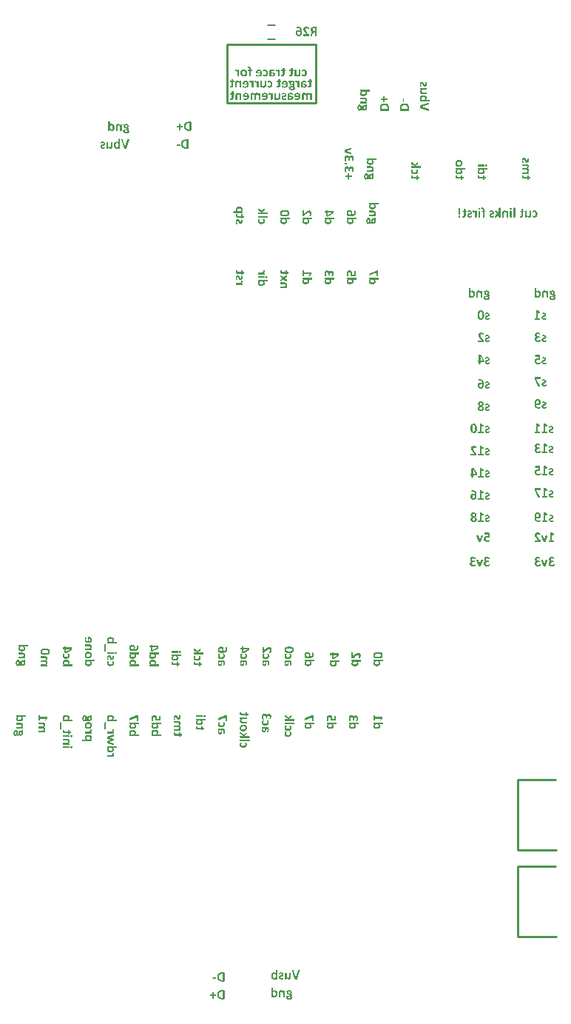
<source format=gbo>
G04*
G04 #@! TF.GenerationSoftware,Altium Limited,Altium Designer,20.0.13 (296)*
G04*
G04 Layer_Color=32896*
%FSAX25Y25*%
%MOIN*%
G70*
G01*
G75*
%ADD12C,0.01000*%
%ADD13C,0.00787*%
G36*
X0338724Y0743067D02*
X0338815Y0743052D01*
X0338895Y0743030D01*
X0338967Y0743008D01*
X0339029Y0742983D01*
X0339055Y0742972D01*
X0339077Y0742965D01*
X0339095Y0742954D01*
X0339106Y0742950D01*
X0339113Y0742943D01*
X0339117D01*
X0339204Y0742892D01*
X0339288Y0742830D01*
X0339368Y0742768D01*
X0339437Y0742706D01*
X0339495Y0742652D01*
X0339521Y0742626D01*
X0339543Y0742604D01*
X0339561Y0742590D01*
X0339572Y0742575D01*
X0339579Y0742568D01*
X0339583Y0742564D01*
Y0742888D01*
X0339586Y0742910D01*
X0339590Y0742928D01*
X0339594Y0742939D01*
X0339597Y0742943D01*
X0339612Y0742961D01*
X0339626Y0742972D01*
X0339641Y0742979D01*
X0339648Y0742983D01*
X0339681Y0742994D01*
X0339714Y0743001D01*
X0339728D01*
X0339739Y0743005D01*
X0339750D01*
X0339805Y0743012D01*
X0339859Y0743015D01*
X0339983D01*
X0340012Y0743012D01*
X0340038D01*
X0340056Y0743008D01*
X0340070D01*
X0340078Y0743005D01*
X0340081D01*
X0340125Y0742997D01*
X0340158Y0742990D01*
X0340180Y0742986D01*
X0340183Y0742983D01*
X0340187D01*
X0340212Y0742972D01*
X0340231Y0742957D01*
X0340238Y0742946D01*
X0340242Y0742943D01*
X0340249Y0742924D01*
X0340252Y0742906D01*
X0340256Y0742895D01*
Y0742888D01*
Y0740085D01*
X0340252Y0740063D01*
X0340245Y0740045D01*
X0340242Y0740031D01*
X0340238Y0740027D01*
X0340220Y0740013D01*
X0340201Y0740002D01*
X0340183Y0739994D01*
X0340176Y0739991D01*
X0340136Y0739983D01*
X0340100Y0739976D01*
X0340081D01*
X0340067Y0739972D01*
X0340056D01*
X0340027Y0739969D01*
X0339994Y0739965D01*
X0339929Y0739962D01*
X0339819D01*
X0339779Y0739965D01*
X0339746D01*
X0339721Y0739969D01*
X0339699D01*
X0339685Y0739972D01*
X0339670D01*
X0339619Y0739980D01*
X0339583Y0739983D01*
X0339568Y0739987D01*
X0339557Y0739991D01*
X0339550D01*
X0339521Y0740002D01*
X0339499Y0740016D01*
X0339488Y0740024D01*
X0339484Y0740027D01*
X0339470Y0740045D01*
X0339466Y0740067D01*
X0339462Y0740082D01*
Y0740085D01*
Y0741949D01*
X0339401Y0742022D01*
X0339346Y0742087D01*
X0339291Y0742142D01*
X0339248Y0742189D01*
X0339208Y0742222D01*
X0339179Y0742247D01*
X0339160Y0742266D01*
X0339153Y0742269D01*
X0339099Y0742306D01*
X0339048Y0742335D01*
X0338997Y0742353D01*
X0338953Y0742368D01*
X0338916Y0742375D01*
X0338887Y0742382D01*
X0338862D01*
X0338822Y0742379D01*
X0338782Y0742375D01*
X0338749Y0742368D01*
X0338720Y0742360D01*
X0338698Y0742349D01*
X0338680Y0742342D01*
X0338669Y0742339D01*
X0338665Y0742335D01*
X0338607Y0742295D01*
X0338585Y0742273D01*
X0338563Y0742251D01*
X0338549Y0742233D01*
X0338538Y0742218D01*
X0338531Y0742207D01*
X0338527Y0742204D01*
X0338491Y0742138D01*
X0338476Y0742105D01*
X0338465Y0742076D01*
X0338458Y0742047D01*
X0338451Y0742026D01*
X0338447Y0742011D01*
Y0742007D01*
X0338429Y0741916D01*
X0338425Y0741876D01*
X0338422Y0741836D01*
X0338418Y0741800D01*
Y0741774D01*
Y0741756D01*
Y0741749D01*
Y0740085D01*
X0338414Y0740063D01*
X0338407Y0740045D01*
X0338403Y0740031D01*
X0338400Y0740027D01*
X0338381Y0740013D01*
X0338363Y0740002D01*
X0338345Y0739994D01*
X0338338Y0739991D01*
X0338298Y0739983D01*
X0338261Y0739976D01*
X0338243D01*
X0338229Y0739972D01*
X0338218D01*
X0338189Y0739969D01*
X0338156Y0739965D01*
X0338094Y0739962D01*
X0337985D01*
X0337945Y0739965D01*
X0337912D01*
X0337886Y0739969D01*
X0337865D01*
X0337850Y0739972D01*
X0337835D01*
X0337785Y0739980D01*
X0337748Y0739983D01*
X0337734Y0739987D01*
X0337723Y0739991D01*
X0337715D01*
X0337686Y0740002D01*
X0337664Y0740016D01*
X0337653Y0740024D01*
X0337650Y0740027D01*
X0337635Y0740045D01*
X0337632Y0740067D01*
X0337628Y0740082D01*
Y0740085D01*
Y0741949D01*
X0337566Y0742022D01*
X0337508Y0742087D01*
X0337457Y0742142D01*
X0337410Y0742189D01*
X0337373Y0742222D01*
X0337344Y0742247D01*
X0337326Y0742266D01*
X0337319Y0742269D01*
X0337264Y0742306D01*
X0337213Y0742335D01*
X0337162Y0742353D01*
X0337118Y0742368D01*
X0337082Y0742375D01*
X0337056Y0742382D01*
X0337031D01*
X0336987Y0742379D01*
X0336951Y0742375D01*
X0336918Y0742368D01*
X0336885Y0742360D01*
X0336864Y0742349D01*
X0336845Y0742342D01*
X0336835Y0742339D01*
X0336831Y0742335D01*
X0336773Y0742295D01*
X0336751Y0742273D01*
X0336729Y0742251D01*
X0336714Y0742233D01*
X0336703Y0742218D01*
X0336696Y0742207D01*
X0336693Y0742204D01*
X0336656Y0742138D01*
X0336642Y0742105D01*
X0336631Y0742076D01*
X0336623Y0742047D01*
X0336616Y0742026D01*
X0336612Y0742011D01*
Y0742007D01*
X0336594Y0741916D01*
X0336591Y0741876D01*
X0336587Y0741836D01*
X0336583Y0741800D01*
Y0741774D01*
Y0741756D01*
Y0741749D01*
Y0740085D01*
X0336580Y0740063D01*
X0336576Y0740045D01*
X0336572Y0740031D01*
X0336569Y0740027D01*
X0336550Y0740013D01*
X0336532Y0740002D01*
X0336514Y0739994D01*
X0336507Y0739991D01*
X0336467Y0739983D01*
X0336427Y0739976D01*
X0336409D01*
X0336394Y0739972D01*
X0336383D01*
X0336354Y0739969D01*
X0336321Y0739965D01*
X0336259Y0739962D01*
X0336150D01*
X0336110Y0739965D01*
X0336077D01*
X0336048Y0739969D01*
X0336026D01*
X0336012Y0739972D01*
X0335997D01*
X0335946Y0739980D01*
X0335910Y0739983D01*
X0335895Y0739987D01*
X0335884Y0739991D01*
X0335877D01*
X0335848Y0740002D01*
X0335830Y0740016D01*
X0335819Y0740024D01*
X0335815Y0740027D01*
X0335801Y0740045D01*
X0335797Y0740067D01*
X0335793Y0740082D01*
Y0740085D01*
Y0741880D01*
X0335797Y0741971D01*
X0335801Y0742055D01*
X0335808Y0742131D01*
X0335819Y0742200D01*
X0335830Y0742258D01*
X0335833Y0742280D01*
X0335837Y0742302D01*
X0335841Y0742317D01*
Y0742328D01*
X0335844Y0742335D01*
Y0742339D01*
X0335866Y0742419D01*
X0335892Y0742491D01*
X0335921Y0742553D01*
X0335950Y0742612D01*
X0335975Y0742655D01*
X0335997Y0742688D01*
X0336012Y0742710D01*
X0336016Y0742717D01*
X0336063Y0742775D01*
X0336114Y0742826D01*
X0336165Y0742870D01*
X0336212Y0742906D01*
X0336259Y0742936D01*
X0336292Y0742957D01*
X0336307Y0742965D01*
X0336318Y0742972D01*
X0336321Y0742976D01*
X0336325D01*
X0336398Y0743008D01*
X0336478Y0743030D01*
X0336558Y0743048D01*
X0336631Y0743059D01*
X0336696Y0743067D01*
X0336725D01*
X0336747Y0743070D01*
X0336794D01*
X0336885Y0743067D01*
X0336926Y0743059D01*
X0336962Y0743056D01*
X0336991Y0743048D01*
X0337013Y0743041D01*
X0337031Y0743037D01*
X0337035D01*
X0337122Y0743012D01*
X0337162Y0742997D01*
X0337195Y0742983D01*
X0337228Y0742968D01*
X0337249Y0742957D01*
X0337264Y0742950D01*
X0337271Y0742946D01*
X0337359Y0742895D01*
X0337399Y0742870D01*
X0337435Y0742844D01*
X0337468Y0742819D01*
X0337490Y0742804D01*
X0337504Y0742790D01*
X0337511Y0742786D01*
X0337555Y0742750D01*
X0337599Y0742710D01*
X0337643Y0742670D01*
X0337679Y0742633D01*
X0337708Y0742601D01*
X0337734Y0742575D01*
X0337748Y0742560D01*
X0337755Y0742553D01*
X0337777Y0742597D01*
X0337799Y0742637D01*
X0337821Y0742673D01*
X0337843Y0742702D01*
X0337861Y0742728D01*
X0337876Y0742750D01*
X0337886Y0742761D01*
X0337890Y0742764D01*
X0337952Y0742830D01*
X0337981Y0742859D01*
X0338010Y0742881D01*
X0338036Y0742903D01*
X0338057Y0742917D01*
X0338072Y0742924D01*
X0338076Y0742928D01*
X0338159Y0742976D01*
X0338203Y0742994D01*
X0338240Y0743008D01*
X0338272Y0743019D01*
X0338301Y0743026D01*
X0338316Y0743034D01*
X0338323D01*
X0338429Y0743056D01*
X0338483Y0743063D01*
X0338531Y0743067D01*
X0338571Y0743070D01*
X0338633D01*
X0338724Y0743067D01*
D02*
G37*
G36*
X0315508D02*
X0315599Y0743052D01*
X0315679Y0743030D01*
X0315752Y0743008D01*
X0315813Y0742983D01*
X0315839Y0742972D01*
X0315861Y0742965D01*
X0315879Y0742954D01*
X0315890Y0742950D01*
X0315897Y0742943D01*
X0315901D01*
X0315988Y0742892D01*
X0316072Y0742830D01*
X0316152Y0742768D01*
X0316221Y0742706D01*
X0316279Y0742652D01*
X0316305Y0742626D01*
X0316327Y0742604D01*
X0316345Y0742590D01*
X0316356Y0742575D01*
X0316363Y0742568D01*
X0316367Y0742564D01*
Y0742888D01*
X0316370Y0742910D01*
X0316374Y0742928D01*
X0316378Y0742939D01*
X0316381Y0742943D01*
X0316396Y0742961D01*
X0316410Y0742972D01*
X0316425Y0742979D01*
X0316432Y0742983D01*
X0316465Y0742994D01*
X0316498Y0743001D01*
X0316512D01*
X0316523Y0743005D01*
X0316534D01*
X0316589Y0743012D01*
X0316643Y0743015D01*
X0316767D01*
X0316796Y0743012D01*
X0316822D01*
X0316840Y0743008D01*
X0316855D01*
X0316862Y0743005D01*
X0316865D01*
X0316909Y0742997D01*
X0316942Y0742990D01*
X0316964Y0742986D01*
X0316967Y0742983D01*
X0316971D01*
X0316997Y0742972D01*
X0317015Y0742957D01*
X0317022Y0742946D01*
X0317026Y0742943D01*
X0317033Y0742924D01*
X0317037Y0742906D01*
X0317040Y0742895D01*
Y0742888D01*
Y0740085D01*
X0317037Y0740063D01*
X0317029Y0740045D01*
X0317026Y0740031D01*
X0317022Y0740027D01*
X0317004Y0740013D01*
X0316986Y0740002D01*
X0316967Y0739994D01*
X0316960Y0739991D01*
X0316920Y0739983D01*
X0316884Y0739976D01*
X0316865D01*
X0316851Y0739972D01*
X0316840D01*
X0316811Y0739969D01*
X0316778Y0739965D01*
X0316712Y0739962D01*
X0316603D01*
X0316563Y0739965D01*
X0316530D01*
X0316505Y0739969D01*
X0316483D01*
X0316469Y0739972D01*
X0316454D01*
X0316403Y0739980D01*
X0316367Y0739983D01*
X0316352Y0739987D01*
X0316341Y0739991D01*
X0316334D01*
X0316305Y0740002D01*
X0316283Y0740016D01*
X0316272Y0740024D01*
X0316268Y0740027D01*
X0316254Y0740045D01*
X0316250Y0740067D01*
X0316247Y0740082D01*
Y0740085D01*
Y0741949D01*
X0316185Y0742022D01*
X0316130Y0742087D01*
X0316075Y0742142D01*
X0316032Y0742189D01*
X0315992Y0742222D01*
X0315963Y0742247D01*
X0315945Y0742266D01*
X0315937Y0742269D01*
X0315883Y0742306D01*
X0315832Y0742335D01*
X0315781Y0742353D01*
X0315737Y0742368D01*
X0315701Y0742375D01*
X0315671Y0742382D01*
X0315646D01*
X0315606Y0742379D01*
X0315566Y0742375D01*
X0315533Y0742368D01*
X0315504Y0742360D01*
X0315482Y0742349D01*
X0315464Y0742342D01*
X0315453Y0742339D01*
X0315449Y0742335D01*
X0315391Y0742295D01*
X0315369Y0742273D01*
X0315348Y0742251D01*
X0315333Y0742233D01*
X0315322Y0742218D01*
X0315315Y0742207D01*
X0315311Y0742204D01*
X0315275Y0742138D01*
X0315260Y0742105D01*
X0315249Y0742076D01*
X0315242Y0742047D01*
X0315235Y0742026D01*
X0315231Y0742011D01*
Y0742007D01*
X0315213Y0741916D01*
X0315209Y0741876D01*
X0315206Y0741836D01*
X0315202Y0741800D01*
Y0741774D01*
Y0741756D01*
Y0741749D01*
Y0740085D01*
X0315198Y0740063D01*
X0315191Y0740045D01*
X0315187Y0740031D01*
X0315184Y0740027D01*
X0315165Y0740013D01*
X0315147Y0740002D01*
X0315129Y0739994D01*
X0315122Y0739991D01*
X0315082Y0739983D01*
X0315045Y0739976D01*
X0315027D01*
X0315013Y0739972D01*
X0315002D01*
X0314973Y0739969D01*
X0314940Y0739965D01*
X0314878Y0739962D01*
X0314769D01*
X0314729Y0739965D01*
X0314696D01*
X0314670Y0739969D01*
X0314649D01*
X0314634Y0739972D01*
X0314619D01*
X0314569Y0739980D01*
X0314532Y0739983D01*
X0314518Y0739987D01*
X0314507Y0739991D01*
X0314499D01*
X0314470Y0740002D01*
X0314448Y0740016D01*
X0314438Y0740024D01*
X0314434Y0740027D01*
X0314419Y0740045D01*
X0314416Y0740067D01*
X0314412Y0740082D01*
Y0740085D01*
Y0741949D01*
X0314350Y0742022D01*
X0314292Y0742087D01*
X0314241Y0742142D01*
X0314194Y0742189D01*
X0314157Y0742222D01*
X0314128Y0742247D01*
X0314110Y0742266D01*
X0314103Y0742269D01*
X0314048Y0742306D01*
X0313997Y0742335D01*
X0313946Y0742353D01*
X0313902Y0742368D01*
X0313866Y0742375D01*
X0313841Y0742382D01*
X0313815D01*
X0313771Y0742379D01*
X0313735Y0742375D01*
X0313702Y0742368D01*
X0313669Y0742360D01*
X0313648Y0742349D01*
X0313629Y0742342D01*
X0313618Y0742339D01*
X0313615Y0742335D01*
X0313557Y0742295D01*
X0313535Y0742273D01*
X0313513Y0742251D01*
X0313498Y0742233D01*
X0313488Y0742218D01*
X0313480Y0742207D01*
X0313477Y0742204D01*
X0313440Y0742138D01*
X0313426Y0742105D01*
X0313415Y0742076D01*
X0313407Y0742047D01*
X0313400Y0742026D01*
X0313397Y0742011D01*
Y0742007D01*
X0313378Y0741916D01*
X0313375Y0741876D01*
X0313371Y0741836D01*
X0313367Y0741800D01*
Y0741774D01*
Y0741756D01*
Y0741749D01*
Y0740085D01*
X0313364Y0740063D01*
X0313360Y0740045D01*
X0313356Y0740031D01*
X0313353Y0740027D01*
X0313335Y0740013D01*
X0313316Y0740002D01*
X0313298Y0739994D01*
X0313291Y0739991D01*
X0313251Y0739983D01*
X0313211Y0739976D01*
X0313193D01*
X0313178Y0739972D01*
X0313167D01*
X0313138Y0739969D01*
X0313105Y0739965D01*
X0313043Y0739962D01*
X0312934D01*
X0312894Y0739965D01*
X0312861D01*
X0312832Y0739969D01*
X0312810D01*
X0312796Y0739972D01*
X0312781D01*
X0312730Y0739980D01*
X0312694Y0739983D01*
X0312679Y0739987D01*
X0312668Y0739991D01*
X0312661D01*
X0312632Y0740002D01*
X0312614Y0740016D01*
X0312603Y0740024D01*
X0312599Y0740027D01*
X0312585Y0740045D01*
X0312581Y0740067D01*
X0312578Y0740082D01*
Y0740085D01*
Y0741880D01*
X0312581Y0741971D01*
X0312585Y0742055D01*
X0312592Y0742131D01*
X0312603Y0742200D01*
X0312614Y0742258D01*
X0312617Y0742280D01*
X0312621Y0742302D01*
X0312625Y0742317D01*
Y0742328D01*
X0312629Y0742335D01*
Y0742339D01*
X0312650Y0742419D01*
X0312676Y0742491D01*
X0312705Y0742553D01*
X0312734Y0742612D01*
X0312759Y0742655D01*
X0312781Y0742688D01*
X0312796Y0742710D01*
X0312800Y0742717D01*
X0312847Y0742775D01*
X0312898Y0742826D01*
X0312949Y0742870D01*
X0312996Y0742906D01*
X0313043Y0742936D01*
X0313076Y0742957D01*
X0313091Y0742965D01*
X0313102Y0742972D01*
X0313105Y0742976D01*
X0313109D01*
X0313182Y0743008D01*
X0313262Y0743030D01*
X0313342Y0743048D01*
X0313415Y0743059D01*
X0313480Y0743067D01*
X0313509D01*
X0313531Y0743070D01*
X0313579D01*
X0313669Y0743067D01*
X0313709Y0743059D01*
X0313746Y0743056D01*
X0313775Y0743048D01*
X0313797Y0743041D01*
X0313815Y0743037D01*
X0313819D01*
X0313906Y0743012D01*
X0313946Y0742997D01*
X0313979Y0742983D01*
X0314012Y0742968D01*
X0314034Y0742957D01*
X0314048Y0742950D01*
X0314055Y0742946D01*
X0314143Y0742895D01*
X0314183Y0742870D01*
X0314219Y0742844D01*
X0314252Y0742819D01*
X0314274Y0742804D01*
X0314288Y0742790D01*
X0314296Y0742786D01*
X0314339Y0742750D01*
X0314383Y0742710D01*
X0314427Y0742670D01*
X0314463Y0742633D01*
X0314492Y0742601D01*
X0314518Y0742575D01*
X0314532Y0742560D01*
X0314539Y0742553D01*
X0314561Y0742597D01*
X0314583Y0742637D01*
X0314605Y0742673D01*
X0314627Y0742702D01*
X0314645Y0742728D01*
X0314660Y0742750D01*
X0314670Y0742761D01*
X0314674Y0742764D01*
X0314736Y0742830D01*
X0314765Y0742859D01*
X0314794Y0742881D01*
X0314820Y0742903D01*
X0314842Y0742917D01*
X0314856Y0742924D01*
X0314860Y0742928D01*
X0314944Y0742976D01*
X0314987Y0742994D01*
X0315024Y0743008D01*
X0315056Y0743019D01*
X0315085Y0743026D01*
X0315100Y0743034D01*
X0315107D01*
X0315213Y0743056D01*
X0315267Y0743063D01*
X0315315Y0743067D01*
X0315355Y0743070D01*
X0315417D01*
X0315508Y0743067D01*
D02*
G37*
G36*
X0330763D02*
X0330825Y0743059D01*
X0330879Y0743056D01*
X0330923Y0743048D01*
X0330960Y0743041D01*
X0330981Y0743037D01*
X0330989D01*
X0331054Y0743026D01*
X0331112Y0743012D01*
X0331167Y0743001D01*
X0331214Y0742990D01*
X0331254Y0742979D01*
X0331287Y0742968D01*
X0331305Y0742965D01*
X0331313Y0742961D01*
X0331367Y0742943D01*
X0331415Y0742924D01*
X0331458Y0742906D01*
X0331495Y0742892D01*
X0331527Y0742877D01*
X0331549Y0742870D01*
X0331567Y0742863D01*
X0331571Y0742859D01*
X0331607Y0742841D01*
X0331640Y0742819D01*
X0331666Y0742804D01*
X0331687Y0742786D01*
X0331706Y0742775D01*
X0331717Y0742764D01*
X0331720Y0742761D01*
X0331724Y0742757D01*
X0331753Y0742721D01*
X0331768Y0742688D01*
X0331775Y0742673D01*
X0331779Y0742662D01*
X0331782Y0742655D01*
Y0742652D01*
X0331786Y0742630D01*
X0331789Y0742604D01*
X0331793Y0742557D01*
X0331797Y0742535D01*
Y0742517D01*
Y0742506D01*
Y0742502D01*
Y0742451D01*
X0331793Y0742408D01*
Y0742389D01*
X0331789Y0742379D01*
Y0742371D01*
Y0742368D01*
X0331782Y0742328D01*
X0331771Y0742299D01*
X0331768Y0742277D01*
X0331764Y0742273D01*
Y0742269D01*
X0331749Y0742244D01*
X0331735Y0742222D01*
X0331724Y0742211D01*
X0331720Y0742207D01*
X0331698Y0742197D01*
X0331677Y0742189D01*
X0331662Y0742186D01*
X0331658D01*
X0331637Y0742189D01*
X0331615Y0742193D01*
X0331575Y0742207D01*
X0331556Y0742215D01*
X0331542Y0742222D01*
X0331531Y0742229D01*
X0331527D01*
X0331495Y0742247D01*
X0331462Y0742262D01*
X0331429Y0742280D01*
X0331396Y0742295D01*
X0331371Y0742306D01*
X0331345Y0742317D01*
X0331331Y0742320D01*
X0331327Y0742324D01*
X0331233Y0742364D01*
X0331185Y0742379D01*
X0331145Y0742393D01*
X0331105Y0742404D01*
X0331076Y0742415D01*
X0331058Y0742419D01*
X0331050Y0742422D01*
X0330989Y0742437D01*
X0330930Y0742451D01*
X0330869Y0742459D01*
X0330814Y0742462D01*
X0330767Y0742466D01*
X0330730Y0742470D01*
X0330643D01*
X0330592Y0742466D01*
X0330548Y0742459D01*
X0330512Y0742455D01*
X0330483Y0742448D01*
X0330461Y0742440D01*
X0330446Y0742437D01*
X0330443D01*
X0330406Y0742422D01*
X0330374Y0742408D01*
X0330344Y0742393D01*
X0330323Y0742375D01*
X0330304Y0742360D01*
X0330290Y0742349D01*
X0330282Y0742342D01*
X0330279Y0742339D01*
X0330239Y0742284D01*
X0330213Y0742229D01*
X0330202Y0742207D01*
X0330195Y0742189D01*
X0330191Y0742175D01*
Y0742171D01*
X0330173Y0742095D01*
X0330170Y0742055D01*
X0330166Y0742018D01*
X0330162Y0741989D01*
Y0741964D01*
Y0741949D01*
Y0741942D01*
Y0741774D01*
X0330439D01*
X0330574Y0741771D01*
X0330701Y0741767D01*
X0330759Y0741760D01*
X0330814Y0741756D01*
X0330861Y0741752D01*
X0330908Y0741745D01*
X0330952Y0741742D01*
X0330989Y0741734D01*
X0331021Y0741731D01*
X0331047Y0741727D01*
X0331069Y0741723D01*
X0331083Y0741720D01*
X0331094Y0741716D01*
X0331098D01*
X0331200Y0741691D01*
X0331291Y0741665D01*
X0331371Y0741636D01*
X0331440Y0741607D01*
X0331495Y0741581D01*
X0331516Y0741571D01*
X0331535Y0741560D01*
X0331553Y0741552D01*
X0331564Y0741545D01*
X0331567Y0741541D01*
X0331571D01*
X0331637Y0741494D01*
X0331695Y0741447D01*
X0331742Y0741396D01*
X0331782Y0741348D01*
X0331815Y0741308D01*
X0331837Y0741272D01*
X0331851Y0741250D01*
X0331855Y0741247D01*
Y0741243D01*
X0331888Y0741174D01*
X0331909Y0741101D01*
X0331928Y0741028D01*
X0331939Y0740963D01*
X0331946Y0740904D01*
Y0740879D01*
X0331950Y0740857D01*
Y0740842D01*
Y0740828D01*
Y0740821D01*
Y0740817D01*
X0331946Y0740737D01*
X0331939Y0740660D01*
X0331928Y0740591D01*
X0331913Y0740533D01*
X0331899Y0740486D01*
X0331888Y0740449D01*
X0331884Y0740438D01*
X0331880Y0740427D01*
X0331877Y0740424D01*
Y0740420D01*
X0331844Y0740358D01*
X0331811Y0740304D01*
X0331775Y0740256D01*
X0331742Y0740216D01*
X0331713Y0740184D01*
X0331687Y0740158D01*
X0331673Y0740140D01*
X0331666Y0740136D01*
X0331611Y0740096D01*
X0331556Y0740060D01*
X0331502Y0740031D01*
X0331451Y0740009D01*
X0331407Y0739987D01*
X0331374Y0739976D01*
X0331360Y0739972D01*
X0331349Y0739969D01*
X0331345Y0739965D01*
X0331342D01*
X0331269Y0739947D01*
X0331196Y0739932D01*
X0331127Y0739922D01*
X0331065Y0739914D01*
X0331010Y0739911D01*
X0330989D01*
X0330967Y0739907D01*
X0330930D01*
X0330832Y0739911D01*
X0330737Y0739922D01*
X0330654Y0739940D01*
X0330581Y0739958D01*
X0330548Y0739969D01*
X0330519Y0739976D01*
X0330494Y0739987D01*
X0330475Y0739994D01*
X0330457Y0739998D01*
X0330446Y0740005D01*
X0330439Y0740009D01*
X0330435D01*
X0330355Y0740053D01*
X0330279Y0740100D01*
X0330213Y0740147D01*
X0330155Y0740195D01*
X0330108Y0740235D01*
X0330071Y0740271D01*
X0330060Y0740282D01*
X0330049Y0740293D01*
X0330046Y0740297D01*
X0330042Y0740300D01*
Y0740074D01*
X0330039Y0740045D01*
X0330028Y0740024D01*
X0330020Y0740009D01*
X0330017Y0740005D01*
X0329991Y0739991D01*
X0329959Y0739980D01*
X0329937Y0739976D01*
X0329929Y0739972D01*
X0329926D01*
X0329897Y0739969D01*
X0329864Y0739965D01*
X0329798Y0739962D01*
X0329671D01*
X0329631Y0739965D01*
X0329598D01*
X0329569Y0739969D01*
X0329551D01*
X0329533Y0739972D01*
X0329522D01*
X0329478Y0739983D01*
X0329445Y0739994D01*
X0329427Y0740002D01*
X0329420Y0740005D01*
X0329402Y0740027D01*
X0329391Y0740049D01*
X0329387Y0740067D01*
Y0740074D01*
Y0741964D01*
X0329391Y0742069D01*
X0329398Y0742164D01*
X0329409Y0742247D01*
X0329423Y0742320D01*
X0329431Y0742353D01*
X0329438Y0742382D01*
X0329442Y0742404D01*
X0329449Y0742426D01*
X0329452Y0742440D01*
X0329456Y0742451D01*
X0329460Y0742459D01*
Y0742462D01*
X0329489Y0742539D01*
X0329522Y0742604D01*
X0329558Y0742662D01*
X0329594Y0742713D01*
X0329627Y0742754D01*
X0329653Y0742783D01*
X0329671Y0742797D01*
X0329678Y0742804D01*
X0329736Y0742852D01*
X0329802Y0742892D01*
X0329868Y0742928D01*
X0329926Y0742954D01*
X0329980Y0742976D01*
X0330006Y0742986D01*
X0330024Y0742994D01*
X0330042Y0742997D01*
X0330053Y0743001D01*
X0330060Y0743005D01*
X0330064D01*
X0330155Y0743026D01*
X0330250Y0743041D01*
X0330344Y0743056D01*
X0330432Y0743063D01*
X0330475Y0743067D01*
X0330544D01*
X0330574Y0743070D01*
X0330697D01*
X0330763Y0743067D01*
D02*
G37*
G36*
X0325762Y0743012D02*
X0325787D01*
X0325813Y0743008D01*
X0325827D01*
X0325838Y0743005D01*
X0325842D01*
X0325893Y0742997D01*
X0325933Y0742990D01*
X0325947Y0742986D01*
X0325958D01*
X0325962Y0742983D01*
X0325965D01*
X0325994Y0742972D01*
X0326013Y0742957D01*
X0326024Y0742946D01*
X0326027Y0742943D01*
X0326035Y0742924D01*
X0326038Y0742906D01*
X0326042Y0742895D01*
Y0742888D01*
Y0741170D01*
X0326038Y0741054D01*
X0326035Y0740952D01*
X0326027Y0740861D01*
X0326020Y0740821D01*
X0326016Y0740784D01*
X0326013Y0740748D01*
X0326006Y0740719D01*
X0326002Y0740693D01*
X0325998Y0740675D01*
X0325994Y0740657D01*
Y0740646D01*
X0325991Y0740639D01*
Y0740635D01*
X0325969Y0740558D01*
X0325944Y0740486D01*
X0325914Y0740420D01*
X0325885Y0740366D01*
X0325860Y0740318D01*
X0325838Y0740285D01*
X0325823Y0740264D01*
X0325820Y0740260D01*
Y0740256D01*
X0325769Y0740198D01*
X0325718Y0740147D01*
X0325663Y0740103D01*
X0325616Y0740067D01*
X0325572Y0740038D01*
X0325536Y0740016D01*
X0325521Y0740009D01*
X0325510Y0740002D01*
X0325507Y0739998D01*
X0325503D01*
X0325427Y0739969D01*
X0325343Y0739947D01*
X0325263Y0739929D01*
X0325186Y0739918D01*
X0325117Y0739911D01*
X0325088D01*
X0325063Y0739907D01*
X0325015D01*
X0324921Y0739911D01*
X0324830Y0739925D01*
X0324742Y0739947D01*
X0324670Y0739969D01*
X0324637Y0739980D01*
X0324608Y0739991D01*
X0324579Y0740002D01*
X0324557Y0740013D01*
X0324542Y0740020D01*
X0324528Y0740027D01*
X0324520Y0740031D01*
X0324517D01*
X0324426Y0740085D01*
X0324342Y0740144D01*
X0324262Y0740205D01*
X0324189Y0740267D01*
X0324131Y0740322D01*
X0324105Y0740347D01*
X0324083Y0740369D01*
X0324065Y0740384D01*
X0324054Y0740398D01*
X0324047Y0740406D01*
X0324043Y0740409D01*
Y0740085D01*
X0324040Y0740063D01*
X0324036Y0740045D01*
X0324033Y0740031D01*
X0324029Y0740027D01*
X0324014Y0740013D01*
X0323996Y0740002D01*
X0323985Y0739994D01*
X0323978Y0739991D01*
X0323945Y0739983D01*
X0323909Y0739976D01*
X0323894D01*
X0323883Y0739972D01*
X0323872D01*
X0323818Y0739965D01*
X0323763Y0739962D01*
X0323669D01*
X0323639Y0739965D01*
X0323610D01*
X0323588Y0739969D01*
X0323570D01*
X0323556Y0739972D01*
X0323545D01*
X0323501Y0739980D01*
X0323468Y0739983D01*
X0323446Y0739991D01*
X0323439D01*
X0323414Y0740002D01*
X0323396Y0740016D01*
X0323388Y0740024D01*
X0323385Y0740027D01*
X0323374Y0740045D01*
X0323370Y0740067D01*
X0323366Y0740082D01*
Y0740085D01*
Y0742888D01*
X0323370Y0742910D01*
X0323377Y0742928D01*
X0323385Y0742939D01*
X0323388Y0742943D01*
X0323407Y0742961D01*
X0323425Y0742972D01*
X0323443Y0742979D01*
X0323446Y0742983D01*
X0323450D01*
X0323487Y0742994D01*
X0323527Y0743001D01*
X0323545D01*
X0323556Y0743005D01*
X0323570D01*
X0323632Y0743012D01*
X0323694Y0743015D01*
X0323840D01*
X0323872Y0743012D01*
X0323898D01*
X0323923Y0743008D01*
X0323938D01*
X0323949Y0743005D01*
X0323953D01*
X0324004Y0742997D01*
X0324043Y0742990D01*
X0324058Y0742986D01*
X0324069D01*
X0324073Y0742983D01*
X0324076D01*
X0324105Y0742972D01*
X0324124Y0742957D01*
X0324134Y0742946D01*
X0324138Y0742943D01*
X0324145Y0742924D01*
X0324149Y0742906D01*
X0324153Y0742895D01*
Y0742888D01*
Y0741024D01*
X0324218Y0740952D01*
X0324276Y0740886D01*
X0324335Y0740832D01*
X0324382Y0740784D01*
X0324422Y0740752D01*
X0324455Y0740726D01*
X0324473Y0740708D01*
X0324480Y0740704D01*
X0324538Y0740668D01*
X0324593Y0740642D01*
X0324644Y0740620D01*
X0324688Y0740610D01*
X0324728Y0740602D01*
X0324757Y0740599D01*
X0324775Y0740595D01*
X0324782D01*
X0324826Y0740599D01*
X0324866Y0740602D01*
X0324903Y0740610D01*
X0324932Y0740617D01*
X0324957Y0740624D01*
X0324979Y0740631D01*
X0324990Y0740639D01*
X0324993D01*
X0325052Y0740679D01*
X0325077Y0740700D01*
X0325099Y0740719D01*
X0325117Y0740737D01*
X0325128Y0740752D01*
X0325135Y0740762D01*
X0325139Y0740766D01*
X0325175Y0740832D01*
X0325194Y0740868D01*
X0325205Y0740897D01*
X0325216Y0740926D01*
X0325219Y0740948D01*
X0325226Y0740963D01*
Y0740966D01*
X0325234Y0741013D01*
X0325241Y0741068D01*
X0325245Y0741126D01*
X0325248Y0741181D01*
X0325252Y0741228D01*
Y0741268D01*
Y0741283D01*
Y0741294D01*
Y0741301D01*
Y0741305D01*
Y0742888D01*
X0325256Y0742910D01*
X0325263Y0742928D01*
X0325270Y0742939D01*
X0325274Y0742943D01*
X0325292Y0742961D01*
X0325314Y0742972D01*
X0325332Y0742979D01*
X0325336Y0742983D01*
X0325339D01*
X0325376Y0742994D01*
X0325416Y0743001D01*
X0325434D01*
X0325445Y0743005D01*
X0325460D01*
X0325489Y0743008D01*
X0325521Y0743012D01*
X0325580Y0743015D01*
X0325729D01*
X0325762Y0743012D01*
D02*
G37*
G36*
X0304690Y0743751D02*
X0304715D01*
X0304741Y0743747D01*
X0304755D01*
X0304766Y0743744D01*
X0304770D01*
X0304821Y0743736D01*
X0304861Y0743729D01*
X0304875Y0743725D01*
X0304886Y0743722D01*
X0304890Y0743718D01*
X0304893D01*
X0304923Y0743707D01*
X0304941Y0743693D01*
X0304952Y0743682D01*
X0304955Y0743678D01*
X0304963Y0743660D01*
X0304966Y0743638D01*
X0304970Y0743627D01*
Y0743620D01*
Y0742997D01*
X0305305D01*
X0305327Y0742994D01*
X0305345Y0742990D01*
X0305359Y0742983D01*
X0305363Y0742979D01*
X0305378Y0742965D01*
X0305388Y0742950D01*
X0305396Y0742936D01*
X0305399Y0742928D01*
X0305410Y0742899D01*
X0305414Y0742866D01*
X0305418Y0742852D01*
X0305421Y0742841D01*
Y0742834D01*
Y0742830D01*
X0305425Y0742779D01*
X0305429Y0742732D01*
Y0742710D01*
Y0742692D01*
Y0742681D01*
Y0742677D01*
Y0742615D01*
X0305425Y0742564D01*
X0305418Y0742521D01*
X0305414Y0742488D01*
X0305407Y0742462D01*
X0305403Y0742444D01*
X0305399Y0742433D01*
Y0742429D01*
X0305385Y0742404D01*
X0305370Y0742386D01*
X0305356Y0742375D01*
X0305341Y0742368D01*
X0305319Y0742357D01*
X0304970D01*
Y0740919D01*
X0304966Y0740824D01*
X0304963Y0740740D01*
X0304955Y0740664D01*
X0304944Y0740599D01*
X0304934Y0740544D01*
X0304930Y0740522D01*
X0304926Y0740504D01*
X0304923Y0740489D01*
Y0740478D01*
X0304919Y0740475D01*
Y0740471D01*
X0304897Y0740406D01*
X0304868Y0740344D01*
X0304842Y0740289D01*
X0304813Y0740245D01*
X0304791Y0740209D01*
X0304770Y0740180D01*
X0304755Y0740165D01*
X0304751Y0740158D01*
X0304708Y0740114D01*
X0304661Y0740078D01*
X0304613Y0740045D01*
X0304566Y0740020D01*
X0304526Y0740002D01*
X0304497Y0739987D01*
X0304475Y0739980D01*
X0304471Y0739976D01*
X0304468D01*
X0304398Y0739958D01*
X0304329Y0739943D01*
X0304260Y0739932D01*
X0304195Y0739925D01*
X0304140Y0739922D01*
X0304118D01*
X0304096Y0739918D01*
X0304056D01*
X0303991Y0739922D01*
X0303962D01*
X0303936Y0739925D01*
X0303914D01*
X0303896Y0739929D01*
X0303882D01*
X0303820Y0739940D01*
X0303790Y0739943D01*
X0303769Y0739947D01*
X0303750Y0739951D01*
X0303732Y0739954D01*
X0303725Y0739958D01*
X0303721D01*
X0303670Y0739969D01*
X0303630Y0739983D01*
X0303616Y0739987D01*
X0303605Y0739991D01*
X0303598Y0739994D01*
X0303594D01*
X0303558Y0740013D01*
X0303532Y0740027D01*
X0303514Y0740042D01*
X0303510Y0740045D01*
X0303499Y0740060D01*
X0303492Y0740074D01*
X0303474Y0740107D01*
X0303470Y0740122D01*
X0303467Y0740136D01*
X0303463Y0740144D01*
Y0740147D01*
X0303456Y0740180D01*
X0303452Y0740213D01*
X0303448Y0740282D01*
X0303445Y0740315D01*
Y0740340D01*
Y0740355D01*
Y0740362D01*
Y0740420D01*
X0303448Y0740446D01*
Y0740468D01*
X0303452Y0740482D01*
Y0740493D01*
X0303456Y0740500D01*
Y0740504D01*
X0303463Y0740544D01*
X0303467Y0740573D01*
X0303470Y0740588D01*
X0303474Y0740595D01*
X0303481Y0740617D01*
X0303488Y0740628D01*
X0303496Y0740635D01*
X0303499Y0740639D01*
X0303510Y0740646D01*
X0303521Y0740650D01*
X0303554D01*
X0303569Y0740646D01*
X0303579Y0740642D01*
X0303583Y0740639D01*
X0303605Y0740631D01*
X0303627Y0740620D01*
X0303641Y0740617D01*
X0303645Y0740613D01*
X0303649D01*
X0303681Y0740606D01*
X0303710Y0740599D01*
X0303732Y0740595D01*
X0303736Y0740591D01*
X0303740D01*
X0303780Y0740584D01*
X0303816Y0740580D01*
X0303852D01*
X0303918Y0740584D01*
X0303973Y0740599D01*
X0304016Y0740617D01*
X0304053Y0740639D01*
X0304078Y0740657D01*
X0304096Y0740675D01*
X0304107Y0740690D01*
X0304111Y0740693D01*
X0304133Y0740740D01*
X0304151Y0740795D01*
X0304162Y0740853D01*
X0304173Y0740912D01*
X0304176Y0740959D01*
X0304180Y0741003D01*
Y0741017D01*
Y0741028D01*
Y0741035D01*
Y0741039D01*
Y0742357D01*
X0303569D01*
X0303547Y0742360D01*
X0303528Y0742368D01*
X0303499Y0742393D01*
X0303485Y0742419D01*
X0303478Y0742426D01*
Y0742429D01*
X0303467Y0742462D01*
X0303459Y0742499D01*
X0303448Y0742582D01*
X0303445Y0742619D01*
Y0742648D01*
Y0742670D01*
Y0742673D01*
Y0742677D01*
Y0742739D01*
X0303448Y0742764D01*
Y0742786D01*
X0303452Y0742804D01*
Y0742819D01*
X0303456Y0742826D01*
Y0742830D01*
X0303463Y0742870D01*
X0303470Y0742903D01*
X0303474Y0742921D01*
X0303478Y0742928D01*
X0303488Y0742950D01*
X0303503Y0742968D01*
X0303514Y0742976D01*
X0303518Y0742979D01*
X0303536Y0742990D01*
X0303554Y0742994D01*
X0303565Y0742997D01*
X0304180D01*
Y0743620D01*
X0304184Y0743642D01*
X0304191Y0743660D01*
X0304198Y0743674D01*
X0304202Y0743678D01*
X0304220Y0743696D01*
X0304238Y0743707D01*
X0304256Y0743714D01*
X0304260Y0743718D01*
X0304264D01*
X0304300Y0743729D01*
X0304340Y0743736D01*
X0304358Y0743740D01*
X0304369Y0743744D01*
X0304384D01*
X0304413Y0743747D01*
X0304446Y0743751D01*
X0304508Y0743754D01*
X0304657D01*
X0304690Y0743751D01*
D02*
G37*
G36*
X0333872Y0743067D02*
X0333988Y0743052D01*
X0334090Y0743034D01*
X0334134Y0743023D01*
X0334177Y0743015D01*
X0334217Y0743005D01*
X0334250Y0742994D01*
X0334279Y0742983D01*
X0334305Y0742976D01*
X0334327Y0742968D01*
X0334341Y0742961D01*
X0334348Y0742957D01*
X0334352D01*
X0334447Y0742914D01*
X0334534Y0742863D01*
X0334610Y0742808D01*
X0334676Y0742757D01*
X0334731Y0742710D01*
X0334752Y0742688D01*
X0334771Y0742673D01*
X0334785Y0742659D01*
X0334796Y0742648D01*
X0334800Y0742641D01*
X0334803Y0742637D01*
X0334869Y0742557D01*
X0334927Y0742470D01*
X0334974Y0742386D01*
X0335014Y0742306D01*
X0335047Y0742233D01*
X0335058Y0742204D01*
X0335069Y0742178D01*
X0335076Y0742157D01*
X0335084Y0742142D01*
X0335087Y0742131D01*
Y0742127D01*
X0335120Y0742015D01*
X0335142Y0741898D01*
X0335160Y0741782D01*
X0335171Y0741680D01*
X0335175Y0741632D01*
X0335178Y0741589D01*
Y0741549D01*
X0335182Y0741516D01*
Y0741490D01*
Y0741472D01*
Y0741458D01*
Y0741454D01*
X0335178Y0741312D01*
X0335167Y0741181D01*
X0335160Y0741123D01*
X0335153Y0741065D01*
X0335145Y0741013D01*
X0335135Y0740966D01*
X0335127Y0740922D01*
X0335120Y0740882D01*
X0335113Y0740850D01*
X0335105Y0740821D01*
X0335098Y0740799D01*
X0335094Y0740784D01*
X0335091Y0740773D01*
Y0740770D01*
X0335051Y0740664D01*
X0335007Y0740573D01*
X0334960Y0740489D01*
X0334916Y0740420D01*
X0334894Y0740387D01*
X0334873Y0740362D01*
X0334858Y0740340D01*
X0334840Y0740322D01*
X0334829Y0740304D01*
X0334818Y0740293D01*
X0334814Y0740289D01*
X0334811Y0740285D01*
X0334734Y0740216D01*
X0334658Y0740158D01*
X0334578Y0740111D01*
X0334505Y0740071D01*
X0334439Y0740038D01*
X0334410Y0740027D01*
X0334388Y0740016D01*
X0334366Y0740009D01*
X0334352Y0740002D01*
X0334345Y0739998D01*
X0334341D01*
X0334232Y0739969D01*
X0334119Y0739947D01*
X0334006Y0739929D01*
X0333904Y0739918D01*
X0333857Y0739914D01*
X0333817Y0739911D01*
X0333777D01*
X0333744Y0739907D01*
X0333606D01*
X0333533Y0739911D01*
X0333468Y0739918D01*
X0333409Y0739922D01*
X0333362Y0739929D01*
X0333326Y0739932D01*
X0333311D01*
X0333300Y0739936D01*
X0333293D01*
X0333227Y0739947D01*
X0333165Y0739954D01*
X0333111Y0739965D01*
X0333063Y0739976D01*
X0333023Y0739983D01*
X0332994Y0739991D01*
X0332976Y0739994D01*
X0332969D01*
X0332918Y0740009D01*
X0332874Y0740020D01*
X0332834Y0740034D01*
X0332798Y0740045D01*
X0332772Y0740053D01*
X0332750Y0740060D01*
X0332739Y0740067D01*
X0332736D01*
X0332707Y0740082D01*
X0332681Y0740093D01*
X0332659Y0740103D01*
X0332648Y0740114D01*
X0332638Y0740122D01*
X0332630Y0740125D01*
X0332627Y0740129D01*
X0332612Y0740144D01*
X0332601Y0740158D01*
X0332597Y0740169D01*
X0332594Y0740173D01*
X0332583Y0740191D01*
X0332576Y0740213D01*
X0332572Y0740227D01*
Y0740231D01*
X0332568Y0740260D01*
X0332565Y0740285D01*
X0332561Y0740307D01*
Y0740311D01*
Y0740315D01*
X0332558Y0740355D01*
Y0740395D01*
Y0740409D01*
Y0740424D01*
Y0740431D01*
Y0740435D01*
Y0740486D01*
X0332561Y0740526D01*
Y0740540D01*
X0332565Y0740555D01*
Y0740558D01*
Y0740562D01*
X0332568Y0740599D01*
X0332576Y0740624D01*
X0332579Y0740639D01*
X0332583Y0740642D01*
X0332590Y0740660D01*
X0332601Y0740675D01*
X0332608Y0740679D01*
X0332612Y0740682D01*
X0332627Y0740690D01*
X0332641Y0740697D01*
X0332659D01*
X0332699Y0740693D01*
X0332739Y0740682D01*
X0332758Y0740675D01*
X0332769Y0740668D01*
X0332780Y0740664D01*
X0332783D01*
X0332812Y0740653D01*
X0332845Y0740642D01*
X0332907Y0740620D01*
X0332936Y0740613D01*
X0332958Y0740606D01*
X0332972Y0740599D01*
X0332976D01*
X0333020Y0740584D01*
X0333067Y0740573D01*
X0333111Y0740562D01*
X0333154Y0740551D01*
X0333191Y0740544D01*
X0333220Y0740537D01*
X0333238Y0740533D01*
X0333245D01*
X0333307Y0740522D01*
X0333369Y0740515D01*
X0333431Y0740511D01*
X0333486Y0740508D01*
X0333537Y0740504D01*
X0333609D01*
X0333686Y0740508D01*
X0333751Y0740511D01*
X0333813Y0740519D01*
X0333864Y0740529D01*
X0333904Y0740540D01*
X0333937Y0740548D01*
X0333955Y0740551D01*
X0333962Y0740555D01*
X0334014Y0740577D01*
X0334061Y0740602D01*
X0334101Y0740628D01*
X0334137Y0740653D01*
X0334166Y0740675D01*
X0334185Y0740693D01*
X0334199Y0740708D01*
X0334203Y0740711D01*
X0334236Y0740752D01*
X0334261Y0740792D01*
X0334286Y0740835D01*
X0334305Y0740875D01*
X0334319Y0740908D01*
X0334330Y0740934D01*
X0334334Y0740952D01*
X0334337Y0740959D01*
X0334352Y0741013D01*
X0334359Y0741072D01*
X0334366Y0741126D01*
X0334374Y0741177D01*
Y0741221D01*
X0334377Y0741257D01*
Y0741279D01*
Y0741283D01*
Y0741287D01*
X0332670D01*
X0332630Y0741290D01*
X0332594Y0741297D01*
X0332565Y0741308D01*
X0332539Y0741323D01*
X0332517Y0741334D01*
X0332503Y0741345D01*
X0332496Y0741352D01*
X0332492Y0741356D01*
X0332470Y0741385D01*
X0332455Y0741418D01*
X0332441Y0741454D01*
X0332434Y0741487D01*
X0332430Y0741519D01*
X0332426Y0741545D01*
Y0741560D01*
Y0741567D01*
Y0741694D01*
X0332430Y0741803D01*
X0332437Y0741905D01*
X0332452Y0741996D01*
X0332463Y0742076D01*
X0332470Y0742113D01*
X0332477Y0742146D01*
X0332485Y0742175D01*
X0332492Y0742197D01*
X0332496Y0742215D01*
X0332499Y0742229D01*
X0332503Y0742237D01*
Y0742240D01*
X0332536Y0742331D01*
X0332572Y0742415D01*
X0332612Y0742488D01*
X0332648Y0742550D01*
X0332685Y0742604D01*
X0332714Y0742641D01*
X0332725Y0742655D01*
X0332732Y0742666D01*
X0332736Y0742670D01*
X0332739Y0742673D01*
X0332801Y0742739D01*
X0332871Y0742797D01*
X0332940Y0742848D01*
X0333005Y0742888D01*
X0333063Y0742921D01*
X0333089Y0742936D01*
X0333107Y0742946D01*
X0333125Y0742954D01*
X0333140Y0742961D01*
X0333147Y0742965D01*
X0333151D01*
X0333249Y0743001D01*
X0333351Y0743026D01*
X0333449Y0743045D01*
X0333544Y0743056D01*
X0333588Y0743063D01*
X0333628Y0743067D01*
X0333664D01*
X0333693Y0743070D01*
X0333751D01*
X0333872Y0743067D01*
D02*
G37*
G36*
X0319137D02*
X0319253Y0743052D01*
X0319355Y0743034D01*
X0319399Y0743023D01*
X0319443Y0743015D01*
X0319483Y0743005D01*
X0319515Y0742994D01*
X0319545Y0742983D01*
X0319570Y0742976D01*
X0319592Y0742968D01*
X0319606Y0742961D01*
X0319614Y0742957D01*
X0319617D01*
X0319712Y0742914D01*
X0319799Y0742863D01*
X0319876Y0742808D01*
X0319941Y0742757D01*
X0319996Y0742710D01*
X0320018Y0742688D01*
X0320036Y0742673D01*
X0320050Y0742659D01*
X0320061Y0742648D01*
X0320065Y0742641D01*
X0320069Y0742637D01*
X0320134Y0742557D01*
X0320192Y0742470D01*
X0320240Y0742386D01*
X0320280Y0742306D01*
X0320312Y0742233D01*
X0320323Y0742204D01*
X0320334Y0742178D01*
X0320342Y0742157D01*
X0320349Y0742142D01*
X0320353Y0742131D01*
Y0742127D01*
X0320385Y0742015D01*
X0320407Y0741898D01*
X0320425Y0741782D01*
X0320436Y0741680D01*
X0320440Y0741632D01*
X0320444Y0741589D01*
Y0741549D01*
X0320447Y0741516D01*
Y0741490D01*
Y0741472D01*
Y0741458D01*
Y0741454D01*
X0320444Y0741312D01*
X0320433Y0741181D01*
X0320425Y0741123D01*
X0320418Y0741065D01*
X0320411Y0741013D01*
X0320400Y0740966D01*
X0320393Y0740922D01*
X0320385Y0740882D01*
X0320378Y0740850D01*
X0320371Y0740821D01*
X0320363Y0740799D01*
X0320360Y0740784D01*
X0320356Y0740773D01*
Y0740770D01*
X0320316Y0740664D01*
X0320272Y0740573D01*
X0320225Y0740489D01*
X0320181Y0740420D01*
X0320160Y0740387D01*
X0320138Y0740362D01*
X0320123Y0740340D01*
X0320105Y0740322D01*
X0320094Y0740304D01*
X0320083Y0740293D01*
X0320079Y0740289D01*
X0320076Y0740285D01*
X0319999Y0740216D01*
X0319923Y0740158D01*
X0319843Y0740111D01*
X0319770Y0740071D01*
X0319705Y0740038D01*
X0319675Y0740027D01*
X0319654Y0740016D01*
X0319632Y0740009D01*
X0319617Y0740002D01*
X0319610Y0739998D01*
X0319606D01*
X0319497Y0739969D01*
X0319384Y0739947D01*
X0319271Y0739929D01*
X0319169Y0739918D01*
X0319122Y0739914D01*
X0319082Y0739911D01*
X0319042D01*
X0319009Y0739907D01*
X0318871D01*
X0318798Y0739911D01*
X0318733Y0739918D01*
X0318674Y0739922D01*
X0318627Y0739929D01*
X0318591Y0739932D01*
X0318576D01*
X0318565Y0739936D01*
X0318558D01*
X0318493Y0739947D01*
X0318431Y0739954D01*
X0318376Y0739965D01*
X0318329Y0739976D01*
X0318289Y0739983D01*
X0318260Y0739991D01*
X0318241Y0739994D01*
X0318234D01*
X0318183Y0740009D01*
X0318139Y0740020D01*
X0318099Y0740034D01*
X0318063Y0740045D01*
X0318038Y0740053D01*
X0318016Y0740060D01*
X0318005Y0740067D01*
X0318001D01*
X0317972Y0740082D01*
X0317947Y0740093D01*
X0317925Y0740103D01*
X0317914Y0740114D01*
X0317903Y0740122D01*
X0317896Y0740125D01*
X0317892Y0740129D01*
X0317877Y0740144D01*
X0317866Y0740158D01*
X0317863Y0740169D01*
X0317859Y0740173D01*
X0317848Y0740191D01*
X0317841Y0740213D01*
X0317837Y0740227D01*
Y0740231D01*
X0317834Y0740260D01*
X0317830Y0740285D01*
X0317826Y0740307D01*
Y0740311D01*
Y0740315D01*
X0317823Y0740355D01*
Y0740395D01*
Y0740409D01*
Y0740424D01*
Y0740431D01*
Y0740435D01*
Y0740486D01*
X0317826Y0740526D01*
Y0740540D01*
X0317830Y0740555D01*
Y0740558D01*
Y0740562D01*
X0317834Y0740599D01*
X0317841Y0740624D01*
X0317845Y0740639D01*
X0317848Y0740642D01*
X0317856Y0740660D01*
X0317866Y0740675D01*
X0317874Y0740679D01*
X0317877Y0740682D01*
X0317892Y0740690D01*
X0317906Y0740697D01*
X0317925D01*
X0317965Y0740693D01*
X0318005Y0740682D01*
X0318023Y0740675D01*
X0318034Y0740668D01*
X0318045Y0740664D01*
X0318048D01*
X0318077Y0740653D01*
X0318110Y0740642D01*
X0318172Y0740620D01*
X0318201Y0740613D01*
X0318223Y0740606D01*
X0318238Y0740599D01*
X0318241D01*
X0318285Y0740584D01*
X0318332Y0740573D01*
X0318376Y0740562D01*
X0318420Y0740551D01*
X0318456Y0740544D01*
X0318485Y0740537D01*
X0318503Y0740533D01*
X0318511D01*
X0318573Y0740522D01*
X0318635Y0740515D01*
X0318696Y0740511D01*
X0318751Y0740508D01*
X0318802Y0740504D01*
X0318875D01*
X0318951Y0740508D01*
X0319017Y0740511D01*
X0319078Y0740519D01*
X0319129Y0740529D01*
X0319169Y0740540D01*
X0319202Y0740548D01*
X0319220Y0740551D01*
X0319228Y0740555D01*
X0319279Y0740577D01*
X0319326Y0740602D01*
X0319366Y0740628D01*
X0319403Y0740653D01*
X0319432Y0740675D01*
X0319450Y0740693D01*
X0319464Y0740708D01*
X0319468Y0740711D01*
X0319501Y0740752D01*
X0319526Y0740792D01*
X0319552Y0740835D01*
X0319570Y0740875D01*
X0319584Y0740908D01*
X0319595Y0740934D01*
X0319599Y0740952D01*
X0319603Y0740959D01*
X0319617Y0741013D01*
X0319624Y0741072D01*
X0319632Y0741126D01*
X0319639Y0741177D01*
Y0741221D01*
X0319643Y0741257D01*
Y0741279D01*
Y0741283D01*
Y0741287D01*
X0317936D01*
X0317896Y0741290D01*
X0317859Y0741297D01*
X0317830Y0741308D01*
X0317805Y0741323D01*
X0317783Y0741334D01*
X0317768Y0741345D01*
X0317761Y0741352D01*
X0317757Y0741356D01*
X0317735Y0741385D01*
X0317721Y0741418D01*
X0317706Y0741454D01*
X0317699Y0741487D01*
X0317695Y0741519D01*
X0317692Y0741545D01*
Y0741560D01*
Y0741567D01*
Y0741694D01*
X0317695Y0741803D01*
X0317703Y0741905D01*
X0317717Y0741996D01*
X0317728Y0742076D01*
X0317735Y0742113D01*
X0317743Y0742146D01*
X0317750Y0742175D01*
X0317757Y0742197D01*
X0317761Y0742215D01*
X0317764Y0742229D01*
X0317768Y0742237D01*
Y0742240D01*
X0317801Y0742331D01*
X0317837Y0742415D01*
X0317877Y0742488D01*
X0317914Y0742550D01*
X0317950Y0742604D01*
X0317979Y0742641D01*
X0317990Y0742655D01*
X0317997Y0742666D01*
X0318001Y0742670D01*
X0318005Y0742673D01*
X0318067Y0742739D01*
X0318136Y0742797D01*
X0318205Y0742848D01*
X0318270Y0742888D01*
X0318329Y0742921D01*
X0318354Y0742936D01*
X0318372Y0742946D01*
X0318391Y0742954D01*
X0318405Y0742961D01*
X0318412Y0742965D01*
X0318416D01*
X0318514Y0743001D01*
X0318616Y0743026D01*
X0318714Y0743045D01*
X0318809Y0743056D01*
X0318853Y0743063D01*
X0318893Y0743067D01*
X0318929D01*
X0318958Y0743070D01*
X0319017D01*
X0319137Y0743067D01*
D02*
G37*
G36*
X0310656Y0743067D02*
X0310772Y0743052D01*
X0310874Y0743034D01*
X0310918Y0743023D01*
X0310961Y0743015D01*
X0311001Y0743005D01*
X0311034Y0742994D01*
X0311063Y0742983D01*
X0311089Y0742976D01*
X0311111Y0742968D01*
X0311125Y0742961D01*
X0311132Y0742957D01*
X0311136D01*
X0311231Y0742914D01*
X0311318Y0742863D01*
X0311395Y0742808D01*
X0311460Y0742757D01*
X0311515Y0742710D01*
X0311537Y0742688D01*
X0311555Y0742673D01*
X0311569Y0742659D01*
X0311580Y0742648D01*
X0311584Y0742641D01*
X0311587Y0742637D01*
X0311653Y0742557D01*
X0311711Y0742470D01*
X0311758Y0742386D01*
X0311799Y0742306D01*
X0311831Y0742233D01*
X0311842Y0742204D01*
X0311853Y0742178D01*
X0311860Y0742157D01*
X0311868Y0742142D01*
X0311871Y0742131D01*
Y0742127D01*
X0311904Y0742015D01*
X0311926Y0741898D01*
X0311944Y0741782D01*
X0311955Y0741680D01*
X0311959Y0741632D01*
X0311962Y0741589D01*
Y0741549D01*
X0311966Y0741516D01*
Y0741490D01*
Y0741472D01*
Y0741458D01*
Y0741454D01*
X0311962Y0741312D01*
X0311951Y0741181D01*
X0311944Y0741123D01*
X0311937Y0741065D01*
X0311930Y0741013D01*
X0311919Y0740966D01*
X0311911Y0740922D01*
X0311904Y0740882D01*
X0311897Y0740850D01*
X0311890Y0740821D01*
X0311882Y0740799D01*
X0311879Y0740784D01*
X0311875Y0740773D01*
Y0740770D01*
X0311835Y0740664D01*
X0311791Y0740573D01*
X0311744Y0740489D01*
X0311700Y0740420D01*
X0311678Y0740387D01*
X0311657Y0740362D01*
X0311642Y0740340D01*
X0311624Y0740322D01*
X0311613Y0740304D01*
X0311602Y0740293D01*
X0311598Y0740289D01*
X0311595Y0740285D01*
X0311518Y0740216D01*
X0311442Y0740158D01*
X0311362Y0740111D01*
X0311289Y0740071D01*
X0311223Y0740038D01*
X0311194Y0740027D01*
X0311172Y0740016D01*
X0311151Y0740009D01*
X0311136Y0740002D01*
X0311129Y0739998D01*
X0311125D01*
X0311016Y0739969D01*
X0310903Y0739947D01*
X0310790Y0739929D01*
X0310688Y0739918D01*
X0310641Y0739914D01*
X0310601Y0739911D01*
X0310561D01*
X0310528Y0739907D01*
X0310390D01*
X0310317Y0739911D01*
X0310251Y0739918D01*
X0310193Y0739922D01*
X0310146Y0739929D01*
X0310110Y0739932D01*
X0310095D01*
X0310084Y0739936D01*
X0310077D01*
X0310011Y0739947D01*
X0309949Y0739954D01*
X0309895Y0739965D01*
X0309847Y0739976D01*
X0309807Y0739983D01*
X0309778Y0739991D01*
X0309760Y0739994D01*
X0309753D01*
X0309702Y0740009D01*
X0309658Y0740020D01*
X0309618Y0740034D01*
X0309582Y0740045D01*
X0309556Y0740053D01*
X0309535Y0740060D01*
X0309524Y0740067D01*
X0309520D01*
X0309491Y0740082D01*
X0309465Y0740093D01*
X0309443Y0740103D01*
X0309433Y0740114D01*
X0309422Y0740122D01*
X0309414Y0740125D01*
X0309411Y0740129D01*
X0309396Y0740144D01*
X0309385Y0740158D01*
X0309382Y0740169D01*
X0309378Y0740173D01*
X0309367Y0740191D01*
X0309360Y0740213D01*
X0309356Y0740227D01*
Y0740231D01*
X0309352Y0740260D01*
X0309349Y0740285D01*
X0309345Y0740307D01*
Y0740311D01*
Y0740315D01*
X0309342Y0740355D01*
Y0740395D01*
Y0740409D01*
Y0740424D01*
Y0740431D01*
Y0740435D01*
Y0740486D01*
X0309345Y0740526D01*
Y0740540D01*
X0309349Y0740555D01*
Y0740558D01*
Y0740562D01*
X0309352Y0740599D01*
X0309360Y0740624D01*
X0309363Y0740639D01*
X0309367Y0740642D01*
X0309374Y0740660D01*
X0309385Y0740675D01*
X0309392Y0740679D01*
X0309396Y0740682D01*
X0309411Y0740690D01*
X0309425Y0740697D01*
X0309443D01*
X0309484Y0740693D01*
X0309524Y0740682D01*
X0309542Y0740675D01*
X0309553Y0740668D01*
X0309564Y0740664D01*
X0309567D01*
X0309596Y0740653D01*
X0309629Y0740642D01*
X0309691Y0740620D01*
X0309720Y0740613D01*
X0309742Y0740606D01*
X0309756Y0740599D01*
X0309760D01*
X0309804Y0740584D01*
X0309851Y0740573D01*
X0309895Y0740562D01*
X0309939Y0740551D01*
X0309975Y0740544D01*
X0310004Y0740537D01*
X0310022Y0740533D01*
X0310030D01*
X0310091Y0740522D01*
X0310153Y0740515D01*
X0310215Y0740511D01*
X0310270Y0740508D01*
X0310321Y0740504D01*
X0310394D01*
X0310470Y0740508D01*
X0310535Y0740511D01*
X0310597Y0740519D01*
X0310648Y0740529D01*
X0310688Y0740540D01*
X0310721Y0740548D01*
X0310739Y0740551D01*
X0310747Y0740555D01*
X0310798Y0740577D01*
X0310845Y0740602D01*
X0310885Y0740628D01*
X0310921Y0740653D01*
X0310950Y0740675D01*
X0310969Y0740693D01*
X0310983Y0740708D01*
X0310987Y0740711D01*
X0311020Y0740752D01*
X0311045Y0740792D01*
X0311070Y0740835D01*
X0311089Y0740875D01*
X0311103Y0740908D01*
X0311114Y0740933D01*
X0311118Y0740952D01*
X0311122Y0740959D01*
X0311136Y0741013D01*
X0311143Y0741072D01*
X0311151Y0741126D01*
X0311158Y0741177D01*
Y0741221D01*
X0311161Y0741257D01*
Y0741279D01*
Y0741283D01*
Y0741287D01*
X0309454D01*
X0309414Y0741290D01*
X0309378Y0741297D01*
X0309349Y0741308D01*
X0309323Y0741323D01*
X0309301Y0741334D01*
X0309287Y0741345D01*
X0309280Y0741352D01*
X0309276Y0741356D01*
X0309254Y0741385D01*
X0309240Y0741418D01*
X0309225Y0741454D01*
X0309218Y0741487D01*
X0309214Y0741519D01*
X0309210Y0741545D01*
Y0741560D01*
Y0741567D01*
Y0741694D01*
X0309214Y0741803D01*
X0309221Y0741905D01*
X0309236Y0741996D01*
X0309247Y0742076D01*
X0309254Y0742113D01*
X0309261Y0742146D01*
X0309269Y0742175D01*
X0309276Y0742197D01*
X0309280Y0742215D01*
X0309283Y0742229D01*
X0309287Y0742237D01*
Y0742240D01*
X0309320Y0742331D01*
X0309356Y0742415D01*
X0309396Y0742488D01*
X0309433Y0742550D01*
X0309469Y0742604D01*
X0309498Y0742641D01*
X0309509Y0742655D01*
X0309516Y0742666D01*
X0309520Y0742670D01*
X0309524Y0742673D01*
X0309585Y0742739D01*
X0309655Y0742797D01*
X0309724Y0742848D01*
X0309789Y0742888D01*
X0309847Y0742921D01*
X0309873Y0742936D01*
X0309891Y0742946D01*
X0309909Y0742954D01*
X0309924Y0742961D01*
X0309931Y0742965D01*
X0309935D01*
X0310033Y0743001D01*
X0310135Y0743026D01*
X0310233Y0743045D01*
X0310328Y0743056D01*
X0310372Y0743063D01*
X0310412Y0743067D01*
X0310448D01*
X0310477Y0743070D01*
X0310535D01*
X0310656Y0743067D01*
D02*
G37*
G36*
X0321219Y0743067D02*
X0321248Y0743063D01*
X0321273Y0743059D01*
X0321295Y0743052D01*
X0321314Y0743048D01*
X0321324Y0743045D01*
X0321328D01*
X0321361Y0743034D01*
X0321394Y0743023D01*
X0321423Y0743008D01*
X0321448Y0742994D01*
X0321474Y0742983D01*
X0321492Y0742972D01*
X0321503Y0742965D01*
X0321506Y0742961D01*
X0321539Y0742939D01*
X0321572Y0742910D01*
X0321605Y0742884D01*
X0321630Y0742859D01*
X0321656Y0742834D01*
X0321674Y0742815D01*
X0321688Y0742801D01*
X0321692Y0742797D01*
X0321728Y0742757D01*
X0321765Y0742713D01*
X0321798Y0742670D01*
X0321830Y0742630D01*
X0321860Y0742593D01*
X0321881Y0742564D01*
X0321896Y0742546D01*
X0321900Y0742542D01*
Y0742888D01*
X0321903Y0742910D01*
X0321907Y0742928D01*
X0321910Y0742939D01*
X0321914Y0742943D01*
X0321929Y0742961D01*
X0321943Y0742972D01*
X0321958Y0742979D01*
X0321965Y0742983D01*
X0321998Y0742994D01*
X0322031Y0743001D01*
X0322045D01*
X0322056Y0743005D01*
X0322067D01*
X0322122Y0743012D01*
X0322176Y0743015D01*
X0322300D01*
X0322329Y0743012D01*
X0322355D01*
X0322373Y0743008D01*
X0322387D01*
X0322395Y0743005D01*
X0322398D01*
X0322442Y0742997D01*
X0322475Y0742990D01*
X0322497Y0742986D01*
X0322500Y0742983D01*
X0322504D01*
X0322529Y0742972D01*
X0322547Y0742957D01*
X0322555Y0742946D01*
X0322558Y0742943D01*
X0322566Y0742924D01*
X0322569Y0742906D01*
X0322573Y0742895D01*
Y0742888D01*
Y0740085D01*
X0322569Y0740063D01*
X0322562Y0740045D01*
X0322558Y0740031D01*
X0322555Y0740027D01*
X0322536Y0740013D01*
X0322518Y0740002D01*
X0322500Y0739994D01*
X0322493Y0739991D01*
X0322453Y0739983D01*
X0322416Y0739976D01*
X0322398D01*
X0322384Y0739972D01*
X0322373D01*
X0322344Y0739969D01*
X0322311Y0739965D01*
X0322245Y0739962D01*
X0322136D01*
X0322096Y0739965D01*
X0322063D01*
X0322038Y0739969D01*
X0322016D01*
X0322002Y0739972D01*
X0321987D01*
X0321936Y0739980D01*
X0321900Y0739983D01*
X0321885Y0739987D01*
X0321874Y0739991D01*
X0321867D01*
X0321838Y0740002D01*
X0321816Y0740016D01*
X0321805Y0740024D01*
X0321801Y0740027D01*
X0321787Y0740045D01*
X0321783Y0740067D01*
X0321779Y0740082D01*
Y0740085D01*
Y0741832D01*
X0321747Y0741884D01*
X0321718Y0741927D01*
X0321688Y0741967D01*
X0321663Y0742000D01*
X0321645Y0742029D01*
X0321630Y0742047D01*
X0321619Y0742062D01*
X0321616Y0742065D01*
X0321586Y0742098D01*
X0321561Y0742127D01*
X0321535Y0742153D01*
X0321514Y0742175D01*
X0321496Y0742193D01*
X0321481Y0742204D01*
X0321474Y0742211D01*
X0321470Y0742215D01*
X0321419Y0742251D01*
X0321372Y0742280D01*
X0321357Y0742287D01*
X0321343Y0742295D01*
X0321335Y0742299D01*
X0321332D01*
X0321284Y0742317D01*
X0321241Y0742324D01*
X0321226Y0742328D01*
X0321201D01*
X0321161Y0742324D01*
X0321124Y0742320D01*
X0321102Y0742317D01*
X0321099Y0742313D01*
X0321095D01*
X0321062Y0742306D01*
X0321037Y0742299D01*
X0321019Y0742295D01*
X0321011Y0742291D01*
X0320982Y0742284D01*
X0320960Y0742277D01*
X0320946Y0742273D01*
X0320942Y0742269D01*
X0320920Y0742262D01*
X0320902Y0742258D01*
X0320884D01*
X0320862Y0742262D01*
X0320848Y0742266D01*
X0320837Y0742269D01*
X0320833Y0742273D01*
X0320818Y0742287D01*
X0320808Y0742306D01*
X0320804Y0742320D01*
X0320800Y0742328D01*
X0320789Y0742364D01*
X0320782Y0742400D01*
Y0742415D01*
X0320778Y0742429D01*
Y0742437D01*
Y0742440D01*
X0320775Y0742470D01*
Y0742499D01*
X0320771Y0742560D01*
Y0742586D01*
Y0742608D01*
Y0742622D01*
Y0742626D01*
Y0742666D01*
Y0742702D01*
Y0742735D01*
Y0742761D01*
X0320775Y0742783D01*
Y0742797D01*
Y0742804D01*
Y0742808D01*
X0320778Y0742852D01*
X0320782Y0742881D01*
X0320786Y0742899D01*
Y0742906D01*
X0320789Y0742928D01*
X0320797Y0742943D01*
X0320800Y0742954D01*
Y0742957D01*
X0320808Y0742972D01*
X0320815Y0742979D01*
X0320822Y0742986D01*
X0320826Y0742990D01*
X0320840Y0743005D01*
X0320859Y0743012D01*
X0320873Y0743019D01*
X0320877Y0743023D01*
X0320880D01*
X0320910Y0743034D01*
X0320939Y0743041D01*
X0320960Y0743048D01*
X0320968D01*
X0321004Y0743056D01*
X0321037Y0743059D01*
X0321059Y0743063D01*
X0321066D01*
X0321099Y0743067D01*
X0321128Y0743070D01*
X0321153D01*
X0321219Y0743067D01*
D02*
G37*
G36*
X0307008Y0743067D02*
X0307099Y0743052D01*
X0307183Y0743030D01*
X0307259Y0743008D01*
X0307292Y0742994D01*
X0307321Y0742983D01*
X0307347Y0742972D01*
X0307372Y0742965D01*
X0307387Y0742954D01*
X0307401Y0742950D01*
X0307409Y0742943D01*
X0307412D01*
X0307503Y0742892D01*
X0307587Y0742830D01*
X0307667Y0742768D01*
X0307740Y0742706D01*
X0307798Y0742652D01*
X0307824Y0742626D01*
X0307845Y0742604D01*
X0307864Y0742590D01*
X0307875Y0742575D01*
X0307882Y0742568D01*
X0307886Y0742564D01*
Y0742888D01*
X0307889Y0742910D01*
X0307893Y0742928D01*
X0307896Y0742939D01*
X0307900Y0742943D01*
X0307915Y0742961D01*
X0307929Y0742972D01*
X0307944Y0742979D01*
X0307951Y0742983D01*
X0307984Y0742994D01*
X0308017Y0743001D01*
X0308031D01*
X0308042Y0743005D01*
X0308053D01*
X0308108Y0743012D01*
X0308162Y0743015D01*
X0308286D01*
X0308315Y0743012D01*
X0308341D01*
X0308359Y0743008D01*
X0308373D01*
X0308381Y0743005D01*
X0308384D01*
X0308428Y0742997D01*
X0308461Y0742990D01*
X0308483Y0742986D01*
X0308486Y0742983D01*
X0308490D01*
X0308515Y0742972D01*
X0308533Y0742957D01*
X0308541Y0742946D01*
X0308544Y0742943D01*
X0308552Y0742924D01*
X0308555Y0742906D01*
X0308559Y0742895D01*
Y0742888D01*
Y0740085D01*
X0308555Y0740063D01*
X0308548Y0740045D01*
X0308544Y0740031D01*
X0308541Y0740027D01*
X0308523Y0740013D01*
X0308504Y0740002D01*
X0308486Y0739994D01*
X0308479Y0739991D01*
X0308439Y0739983D01*
X0308402Y0739976D01*
X0308384D01*
X0308370Y0739972D01*
X0308359D01*
X0308330Y0739969D01*
X0308297Y0739965D01*
X0308231Y0739962D01*
X0308122D01*
X0308082Y0739965D01*
X0308049D01*
X0308024Y0739969D01*
X0308002D01*
X0307987Y0739972D01*
X0307973D01*
X0307922Y0739980D01*
X0307886Y0739983D01*
X0307871Y0739987D01*
X0307860Y0739991D01*
X0307853D01*
X0307824Y0740002D01*
X0307802Y0740016D01*
X0307791Y0740023D01*
X0307787Y0740027D01*
X0307773Y0740045D01*
X0307769Y0740067D01*
X0307765Y0740082D01*
Y0740085D01*
Y0741949D01*
X0307703Y0742022D01*
X0307645Y0742087D01*
X0307594Y0742142D01*
X0307547Y0742189D01*
X0307507Y0742222D01*
X0307474Y0742247D01*
X0307456Y0742266D01*
X0307449Y0742269D01*
X0307390Y0742306D01*
X0307336Y0742335D01*
X0307281Y0742353D01*
X0307238Y0742368D01*
X0307198Y0742375D01*
X0307168Y0742382D01*
X0307143D01*
X0307099Y0742379D01*
X0307059Y0742375D01*
X0307023Y0742368D01*
X0306994Y0742360D01*
X0306968Y0742349D01*
X0306950Y0742342D01*
X0306939Y0742339D01*
X0306936Y0742335D01*
X0306903Y0742317D01*
X0306874Y0742295D01*
X0306848Y0742273D01*
X0306830Y0742251D01*
X0306812Y0742233D01*
X0306801Y0742218D01*
X0306793Y0742207D01*
X0306790Y0742204D01*
X0306750Y0742138D01*
X0306735Y0742105D01*
X0306724Y0742076D01*
X0306714Y0742047D01*
X0306706Y0742026D01*
X0306702Y0742011D01*
Y0742007D01*
X0306692Y0741960D01*
X0306684Y0741909D01*
X0306677Y0741854D01*
X0306673Y0741803D01*
X0306670Y0741756D01*
Y0741720D01*
Y0741705D01*
Y0741698D01*
Y0741691D01*
Y0741687D01*
Y0740085D01*
X0306666Y0740063D01*
X0306659Y0740045D01*
X0306655Y0740031D01*
X0306652Y0740027D01*
X0306633Y0740013D01*
X0306615Y0740002D01*
X0306597Y0739994D01*
X0306590Y0739991D01*
X0306553Y0739983D01*
X0306513Y0739976D01*
X0306495D01*
X0306481Y0739972D01*
X0306470D01*
X0306440Y0739969D01*
X0306408Y0739965D01*
X0306346Y0739962D01*
X0306237D01*
X0306197Y0739965D01*
X0306164D01*
X0306135Y0739969D01*
X0306113D01*
X0306098Y0739972D01*
X0306084D01*
X0306033Y0739980D01*
X0305996Y0739983D01*
X0305982Y0739987D01*
X0305971Y0739991D01*
X0305964D01*
X0305935Y0740002D01*
X0305916Y0740016D01*
X0305905Y0740023D01*
X0305902Y0740027D01*
X0305887Y0740045D01*
X0305884Y0740067D01*
X0305880Y0740082D01*
Y0740085D01*
Y0741818D01*
X0305884Y0741927D01*
X0305887Y0742029D01*
X0305898Y0742116D01*
X0305905Y0742193D01*
X0305913Y0742226D01*
X0305916Y0742255D01*
X0305920Y0742280D01*
X0305927Y0742302D01*
X0305931Y0742317D01*
Y0742328D01*
X0305935Y0742335D01*
Y0742339D01*
X0305956Y0742419D01*
X0305985Y0742491D01*
X0306015Y0742553D01*
X0306044Y0742612D01*
X0306069Y0742655D01*
X0306091Y0742688D01*
X0306106Y0742710D01*
X0306109Y0742717D01*
X0306156Y0742775D01*
X0306207Y0742826D01*
X0306262Y0742870D01*
X0306313Y0742906D01*
X0306357Y0742936D01*
X0306393Y0742957D01*
X0306408Y0742965D01*
X0306419Y0742972D01*
X0306422Y0742976D01*
X0306426D01*
X0306502Y0743008D01*
X0306586Y0743030D01*
X0306666Y0743048D01*
X0306743Y0743059D01*
X0306808Y0743067D01*
X0306837D01*
X0306863Y0743070D01*
X0306910D01*
X0307008Y0743067D01*
D02*
G37*
G36*
X0327705Y0743067D02*
X0327796Y0743059D01*
X0327876Y0743048D01*
X0327946Y0743037D01*
X0328008Y0743023D01*
X0328029Y0743015D01*
X0328051Y0743012D01*
X0328066Y0743008D01*
X0328077Y0743005D01*
X0328084Y0743001D01*
X0328087D01*
X0328164Y0742976D01*
X0328233Y0742943D01*
X0328295Y0742914D01*
X0328346Y0742884D01*
X0328390Y0742855D01*
X0328422Y0742834D01*
X0328441Y0742819D01*
X0328448Y0742815D01*
X0328499Y0742768D01*
X0328546Y0742721D01*
X0328583Y0742673D01*
X0328615Y0742630D01*
X0328641Y0742590D01*
X0328659Y0742557D01*
X0328670Y0742535D01*
X0328674Y0742531D01*
Y0742528D01*
X0328699Y0742462D01*
X0328717Y0742400D01*
X0328732Y0742339D01*
X0328739Y0742280D01*
X0328746Y0742233D01*
X0328750Y0742193D01*
Y0742178D01*
Y0742167D01*
Y0742164D01*
Y0742160D01*
X0328746Y0742087D01*
X0328743Y0742022D01*
X0328732Y0741964D01*
X0328721Y0741913D01*
X0328714Y0741873D01*
X0328703Y0741844D01*
X0328699Y0741825D01*
X0328695Y0741818D01*
X0328674Y0741767D01*
X0328648Y0741723D01*
X0328623Y0741680D01*
X0328597Y0741647D01*
X0328575Y0741618D01*
X0328557Y0741596D01*
X0328546Y0741581D01*
X0328542Y0741578D01*
X0328506Y0741541D01*
X0328466Y0741509D01*
X0328430Y0741479D01*
X0328397Y0741454D01*
X0328368Y0741436D01*
X0328346Y0741418D01*
X0328328Y0741410D01*
X0328324Y0741407D01*
X0328233Y0741359D01*
X0328193Y0741337D01*
X0328153Y0741319D01*
X0328124Y0741305D01*
X0328099Y0741294D01*
X0328080Y0741287D01*
X0328077Y0741283D01*
X0327986Y0741247D01*
X0327942Y0741232D01*
X0327906Y0741217D01*
X0327873Y0741207D01*
X0327851Y0741195D01*
X0327833Y0741192D01*
X0327829Y0741188D01*
X0327785Y0741170D01*
X0327742Y0741155D01*
X0327705Y0741141D01*
X0327673Y0741126D01*
X0327647Y0741112D01*
X0327629Y0741101D01*
X0327614Y0741097D01*
X0327611Y0741094D01*
X0327574Y0741075D01*
X0327545Y0741054D01*
X0327516Y0741032D01*
X0327494Y0741013D01*
X0327476Y0740999D01*
X0327465Y0740984D01*
X0327458Y0740977D01*
X0327454Y0740974D01*
X0327436Y0740948D01*
X0327421Y0740922D01*
X0327411Y0740893D01*
X0327403Y0740868D01*
X0327400Y0740846D01*
X0327396Y0740828D01*
Y0740817D01*
Y0740813D01*
X0327400Y0740759D01*
X0327407Y0740733D01*
X0327411Y0740711D01*
X0327418Y0740693D01*
X0327425Y0740679D01*
X0327429Y0740671D01*
Y0740668D01*
X0327458Y0740624D01*
X0327487Y0740595D01*
X0327502Y0740580D01*
X0327512Y0740573D01*
X0327520Y0740569D01*
X0327523Y0740566D01*
X0327571Y0740540D01*
X0327614Y0740519D01*
X0327636Y0740515D01*
X0327651Y0740508D01*
X0327662Y0740504D01*
X0327665D01*
X0327731Y0740493D01*
X0327764Y0740486D01*
X0327793D01*
X0327818Y0740482D01*
X0327855D01*
X0327916Y0740486D01*
X0327975Y0740489D01*
X0328026Y0740497D01*
X0328073Y0740504D01*
X0328109Y0740511D01*
X0328135Y0740515D01*
X0328153Y0740522D01*
X0328160D01*
X0328208Y0740537D01*
X0328251Y0740551D01*
X0328291Y0740566D01*
X0328324Y0740580D01*
X0328353Y0740591D01*
X0328375Y0740602D01*
X0328390Y0740606D01*
X0328393Y0740610D01*
X0328430Y0740628D01*
X0328462Y0740642D01*
X0328488Y0740657D01*
X0328513Y0740671D01*
X0328535Y0740682D01*
X0328550Y0740690D01*
X0328557Y0740697D01*
X0328561D01*
X0328586Y0740711D01*
X0328604Y0740719D01*
X0328637Y0740733D01*
X0328655Y0740737D01*
X0328663D01*
X0328681Y0740733D01*
X0328695Y0740730D01*
X0328706Y0740726D01*
X0328710Y0740722D01*
X0328721Y0740711D01*
X0328732Y0740697D01*
X0328739Y0740682D01*
X0328743Y0740679D01*
X0328750Y0740650D01*
X0328757Y0740624D01*
X0328761Y0740602D01*
Y0740595D01*
Y0740591D01*
X0328765Y0740544D01*
Y0740497D01*
Y0740479D01*
Y0740460D01*
Y0740449D01*
Y0740446D01*
Y0740398D01*
X0328761Y0740355D01*
X0328757Y0740318D01*
X0328754Y0740289D01*
Y0740267D01*
X0328750Y0740253D01*
X0328746Y0740242D01*
Y0740238D01*
X0328732Y0740191D01*
X0328714Y0740158D01*
X0328699Y0740140D01*
X0328695Y0740133D01*
X0328663Y0740107D01*
X0328626Y0740085D01*
X0328612Y0740074D01*
X0328597Y0740067D01*
X0328590Y0740063D01*
X0328586Y0740060D01*
X0328524Y0740034D01*
X0328462Y0740013D01*
X0328437Y0740002D01*
X0328415Y0739998D01*
X0328401Y0739991D01*
X0328397D01*
X0328310Y0739969D01*
X0328266Y0739958D01*
X0328226Y0739951D01*
X0328193Y0739943D01*
X0328168Y0739936D01*
X0328149Y0739932D01*
X0328142D01*
X0328033Y0739918D01*
X0327982Y0739914D01*
X0327935Y0739911D01*
X0327898Y0739907D01*
X0327840D01*
X0327745Y0739911D01*
X0327654Y0739918D01*
X0327571Y0739925D01*
X0327498Y0739940D01*
X0327440Y0739951D01*
X0327414Y0739954D01*
X0327396Y0739958D01*
X0327378Y0739962D01*
X0327367Y0739965D01*
X0327360Y0739969D01*
X0327356D01*
X0327276Y0739994D01*
X0327203Y0740024D01*
X0327137Y0740053D01*
X0327079Y0740082D01*
X0327032Y0740107D01*
X0326999Y0740129D01*
X0326977Y0740147D01*
X0326970Y0740151D01*
X0326912Y0740198D01*
X0326861Y0740253D01*
X0326817Y0740304D01*
X0326781Y0740351D01*
X0326752Y0740391D01*
X0326733Y0740427D01*
X0326719Y0740449D01*
X0326715Y0740453D01*
Y0740457D01*
X0326686Y0740526D01*
X0326664Y0740599D01*
X0326646Y0740668D01*
X0326635Y0740733D01*
X0326628Y0740792D01*
Y0740813D01*
X0326624Y0740835D01*
Y0740853D01*
Y0740864D01*
Y0740872D01*
Y0740875D01*
X0326628Y0740944D01*
X0326635Y0741010D01*
X0326642Y0741065D01*
X0326653Y0741112D01*
X0326668Y0741152D01*
X0326675Y0741181D01*
X0326682Y0741199D01*
X0326686Y0741207D01*
X0326708Y0741257D01*
X0326733Y0741305D01*
X0326763Y0741345D01*
X0326784Y0741381D01*
X0326810Y0741407D01*
X0326824Y0741429D01*
X0326839Y0741443D01*
X0326843Y0741447D01*
X0326879Y0741483D01*
X0326919Y0741516D01*
X0326956Y0741545D01*
X0326992Y0741571D01*
X0327021Y0741592D01*
X0327043Y0741607D01*
X0327057Y0741614D01*
X0327065Y0741618D01*
X0327156Y0741665D01*
X0327199Y0741687D01*
X0327236Y0741705D01*
X0327269Y0741720D01*
X0327294Y0741731D01*
X0327309Y0741734D01*
X0327316Y0741738D01*
X0327411Y0741778D01*
X0327450Y0741792D01*
X0327491Y0741807D01*
X0327520Y0741818D01*
X0327545Y0741829D01*
X0327560Y0741832D01*
X0327567Y0741836D01*
X0327611Y0741854D01*
X0327654Y0741869D01*
X0327691Y0741887D01*
X0327724Y0741902D01*
X0327753Y0741913D01*
X0327771Y0741924D01*
X0327785Y0741927D01*
X0327789Y0741931D01*
X0327825Y0741949D01*
X0327855Y0741971D01*
X0327880Y0741989D01*
X0327906Y0742007D01*
X0327920Y0742026D01*
X0327935Y0742036D01*
X0327942Y0742044D01*
X0327946Y0742047D01*
X0327964Y0742073D01*
X0327978Y0742102D01*
X0327989Y0742127D01*
X0327996Y0742153D01*
X0328000Y0742178D01*
X0328004Y0742197D01*
Y0742207D01*
Y0742211D01*
X0328000Y0742255D01*
X0327993Y0742291D01*
X0327989Y0742306D01*
X0327986Y0742317D01*
X0327982Y0742324D01*
Y0742328D01*
X0327960Y0742364D01*
X0327935Y0742397D01*
X0327913Y0742415D01*
X0327909Y0742422D01*
X0327906D01*
X0327866Y0742448D01*
X0327822Y0742470D01*
X0327804Y0742477D01*
X0327789Y0742481D01*
X0327782Y0742484D01*
X0327778D01*
X0327716Y0742499D01*
X0327683Y0742502D01*
X0327654Y0742506D01*
X0327629Y0742510D01*
X0327534D01*
X0327483Y0742502D01*
X0327440Y0742499D01*
X0327400Y0742491D01*
X0327367Y0742484D01*
X0327345Y0742481D01*
X0327327Y0742473D01*
X0327323D01*
X0327279Y0742462D01*
X0327239Y0742448D01*
X0327203Y0742437D01*
X0327174Y0742426D01*
X0327148Y0742419D01*
X0327130Y0742411D01*
X0327119Y0742404D01*
X0327116D01*
X0327083Y0742389D01*
X0327054Y0742379D01*
X0327028Y0742368D01*
X0327006Y0742357D01*
X0326988Y0742346D01*
X0326977Y0742342D01*
X0326970Y0742335D01*
X0326966D01*
X0326926Y0742317D01*
X0326897Y0742306D01*
X0326879Y0742302D01*
X0326875D01*
X0326857Y0742306D01*
X0326843Y0742309D01*
X0326835Y0742313D01*
X0326832D01*
X0326821Y0742324D01*
X0326810Y0742339D01*
X0326806Y0742349D01*
X0326803Y0742353D01*
X0326795Y0742379D01*
X0326792Y0742408D01*
X0326788Y0742429D01*
Y0742433D01*
Y0742437D01*
X0326784Y0742481D01*
X0326781Y0742528D01*
Y0742550D01*
Y0742564D01*
Y0742575D01*
Y0742579D01*
Y0742630D01*
X0326784Y0742666D01*
Y0742681D01*
X0326788Y0742692D01*
Y0742695D01*
Y0742699D01*
X0326792Y0742732D01*
X0326795Y0742757D01*
X0326799Y0742772D01*
Y0742779D01*
X0326806Y0742804D01*
X0326810Y0742823D01*
X0326814Y0742834D01*
X0326817Y0742837D01*
X0326828Y0742855D01*
X0326843Y0742870D01*
X0326857Y0742881D01*
X0326861Y0742884D01*
X0326872Y0742892D01*
X0326890Y0742903D01*
X0326919Y0742921D01*
X0326937Y0742928D01*
X0326948Y0742936D01*
X0326956Y0742939D01*
X0326959D01*
X0327014Y0742965D01*
X0327072Y0742983D01*
X0327094Y0742990D01*
X0327112Y0742997D01*
X0327127Y0743001D01*
X0327130D01*
X0327207Y0743019D01*
X0327243Y0743030D01*
X0327279Y0743037D01*
X0327309Y0743041D01*
X0327330Y0743045D01*
X0327345Y0743048D01*
X0327352D01*
X0327443Y0743063D01*
X0327487Y0743067D01*
X0327527D01*
X0327560Y0743070D01*
X0327611D01*
X0327705Y0743067D01*
D02*
G37*
G36*
X0336829Y0748525D02*
X0336891Y0748517D01*
X0336946Y0748514D01*
X0336989Y0748506D01*
X0337026Y0748499D01*
X0337047Y0748495D01*
X0337055D01*
X0337120Y0748485D01*
X0337178Y0748470D01*
X0337233Y0748459D01*
X0337280Y0748448D01*
X0337320Y0748437D01*
X0337353Y0748426D01*
X0337371Y0748423D01*
X0337379Y0748419D01*
X0337433Y0748401D01*
X0337480Y0748383D01*
X0337524Y0748364D01*
X0337561Y0748350D01*
X0337593Y0748335D01*
X0337615Y0748328D01*
X0337633Y0748321D01*
X0337637Y0748317D01*
X0337673Y0748299D01*
X0337706Y0748277D01*
X0337732Y0748263D01*
X0337754Y0748244D01*
X0337772Y0748233D01*
X0337783Y0748222D01*
X0337786Y0748219D01*
X0337790Y0748215D01*
X0337819Y0748179D01*
X0337834Y0748146D01*
X0337841Y0748132D01*
X0337844Y0748121D01*
X0337848Y0748113D01*
Y0748110D01*
X0337852Y0748088D01*
X0337856Y0748062D01*
X0337859Y0748015D01*
X0337863Y0747993D01*
Y0747975D01*
Y0747964D01*
Y0747961D01*
Y0747909D01*
X0337859Y0747866D01*
Y0747848D01*
X0337856Y0747837D01*
Y0747829D01*
Y0747826D01*
X0337848Y0747786D01*
X0337837Y0747757D01*
X0337834Y0747735D01*
X0337830Y0747731D01*
Y0747727D01*
X0337815Y0747702D01*
X0337801Y0747680D01*
X0337790Y0747669D01*
X0337786Y0747666D01*
X0337765Y0747655D01*
X0337743Y0747647D01*
X0337728Y0747644D01*
X0337724D01*
X0337703Y0747647D01*
X0337681Y0747651D01*
X0337641Y0747666D01*
X0337622Y0747673D01*
X0337608Y0747680D01*
X0337597Y0747687D01*
X0337593D01*
X0337561Y0747706D01*
X0337528Y0747720D01*
X0337495Y0747738D01*
X0337462Y0747753D01*
X0337437Y0747764D01*
X0337411Y0747775D01*
X0337397Y0747778D01*
X0337393Y0747782D01*
X0337298Y0747822D01*
X0337251Y0747837D01*
X0337211Y0747851D01*
X0337171Y0747862D01*
X0337142Y0747873D01*
X0337124Y0747877D01*
X0337117Y0747880D01*
X0337055Y0747895D01*
X0336996Y0747909D01*
X0336934Y0747917D01*
X0336880Y0747920D01*
X0336833Y0747924D01*
X0336796Y0747928D01*
X0336709D01*
X0336658Y0747924D01*
X0336614Y0747917D01*
X0336578Y0747913D01*
X0336549Y0747906D01*
X0336527Y0747899D01*
X0336512Y0747895D01*
X0336509D01*
X0336472Y0747880D01*
X0336439Y0747866D01*
X0336410Y0747851D01*
X0336388Y0747833D01*
X0336370Y0747819D01*
X0336356Y0747808D01*
X0336349Y0747800D01*
X0336345Y0747797D01*
X0336305Y0747742D01*
X0336279Y0747687D01*
X0336268Y0747666D01*
X0336261Y0747647D01*
X0336258Y0747633D01*
Y0747629D01*
X0336239Y0747553D01*
X0336236Y0747513D01*
X0336232Y0747476D01*
X0336228Y0747447D01*
Y0747422D01*
Y0747407D01*
Y0747400D01*
Y0747232D01*
X0336505D01*
X0336640Y0747229D01*
X0336767Y0747225D01*
X0336825Y0747218D01*
X0336880Y0747214D01*
X0336927Y0747211D01*
X0336975Y0747203D01*
X0337018Y0747200D01*
X0337055Y0747192D01*
X0337087Y0747189D01*
X0337113Y0747185D01*
X0337135Y0747182D01*
X0337149Y0747178D01*
X0337160Y0747174D01*
X0337164D01*
X0337266Y0747149D01*
X0337357Y0747123D01*
X0337437Y0747094D01*
X0337506Y0747065D01*
X0337561Y0747040D01*
X0337582Y0747029D01*
X0337601Y0747018D01*
X0337619Y0747010D01*
X0337630Y0747003D01*
X0337633Y0747000D01*
X0337637D01*
X0337703Y0746952D01*
X0337761Y0746905D01*
X0337808Y0746854D01*
X0337848Y0746807D01*
X0337881Y0746767D01*
X0337903Y0746730D01*
X0337917Y0746708D01*
X0337921Y0746705D01*
Y0746701D01*
X0337954Y0746632D01*
X0337976Y0746559D01*
X0337994Y0746486D01*
X0338005Y0746421D01*
X0338012Y0746362D01*
Y0746337D01*
X0338016Y0746315D01*
Y0746301D01*
Y0746286D01*
Y0746279D01*
Y0746275D01*
X0338012Y0746195D01*
X0338005Y0746119D01*
X0337994Y0746049D01*
X0337979Y0745991D01*
X0337965Y0745944D01*
X0337954Y0745907D01*
X0337950Y0745897D01*
X0337947Y0745886D01*
X0337943Y0745882D01*
Y0745878D01*
X0337910Y0745817D01*
X0337877Y0745762D01*
X0337841Y0745715D01*
X0337808Y0745675D01*
X0337779Y0745642D01*
X0337754Y0745616D01*
X0337739Y0745598D01*
X0337732Y0745594D01*
X0337677Y0745554D01*
X0337622Y0745518D01*
X0337568Y0745489D01*
X0337517Y0745467D01*
X0337473Y0745445D01*
X0337440Y0745434D01*
X0337426Y0745431D01*
X0337415Y0745427D01*
X0337411Y0745423D01*
X0337408D01*
X0337335Y0745405D01*
X0337262Y0745391D01*
X0337193Y0745380D01*
X0337131Y0745372D01*
X0337076Y0745369D01*
X0337055D01*
X0337033Y0745365D01*
X0336996D01*
X0336898Y0745369D01*
X0336804Y0745380D01*
X0336720Y0745398D01*
X0336647Y0745416D01*
X0336614Y0745427D01*
X0336585Y0745434D01*
X0336560Y0745445D01*
X0336541Y0745452D01*
X0336523Y0745456D01*
X0336512Y0745463D01*
X0336505Y0745467D01*
X0336501D01*
X0336421Y0745511D01*
X0336345Y0745558D01*
X0336279Y0745605D01*
X0336221Y0745653D01*
X0336174Y0745693D01*
X0336137Y0745729D01*
X0336126Y0745740D01*
X0336116Y0745751D01*
X0336112Y0745755D01*
X0336108Y0745758D01*
Y0745533D01*
X0336105Y0745503D01*
X0336094Y0745482D01*
X0336086Y0745467D01*
X0336083Y0745463D01*
X0336057Y0745449D01*
X0336024Y0745438D01*
X0336003Y0745434D01*
X0335995Y0745431D01*
X0335992D01*
X0335963Y0745427D01*
X0335930Y0745423D01*
X0335864Y0745420D01*
X0335737D01*
X0335697Y0745423D01*
X0335664D01*
X0335635Y0745427D01*
X0335617D01*
X0335599Y0745431D01*
X0335588D01*
X0335544Y0745442D01*
X0335511Y0745452D01*
X0335493Y0745460D01*
X0335486Y0745463D01*
X0335468Y0745485D01*
X0335457Y0745507D01*
X0335453Y0745525D01*
Y0745533D01*
Y0747422D01*
X0335457Y0747527D01*
X0335464Y0747622D01*
X0335475Y0747706D01*
X0335490Y0747778D01*
X0335497Y0747811D01*
X0335504Y0747840D01*
X0335508Y0747862D01*
X0335515Y0747884D01*
X0335519Y0747899D01*
X0335522Y0747909D01*
X0335526Y0747917D01*
Y0747920D01*
X0335555Y0747997D01*
X0335588Y0748062D01*
X0335624Y0748121D01*
X0335661Y0748172D01*
X0335693Y0748212D01*
X0335719Y0748241D01*
X0335737Y0748255D01*
X0335744Y0748263D01*
X0335803Y0748310D01*
X0335868Y0748350D01*
X0335934Y0748386D01*
X0335992Y0748412D01*
X0336046Y0748434D01*
X0336072Y0748445D01*
X0336090Y0748452D01*
X0336108Y0748455D01*
X0336119Y0748459D01*
X0336126Y0748463D01*
X0336130D01*
X0336221Y0748485D01*
X0336316Y0748499D01*
X0336410Y0748514D01*
X0336498Y0748521D01*
X0336541Y0748525D01*
X0336611D01*
X0336640Y0748528D01*
X0336764D01*
X0336829Y0748525D01*
D02*
G37*
G36*
X0319430Y0748470D02*
X0319455D01*
X0319481Y0748466D01*
X0319495D01*
X0319506Y0748463D01*
X0319510D01*
X0319561Y0748455D01*
X0319601Y0748448D01*
X0319615Y0748445D01*
X0319626D01*
X0319630Y0748441D01*
X0319634D01*
X0319663Y0748430D01*
X0319681Y0748415D01*
X0319692Y0748405D01*
X0319695Y0748401D01*
X0319703Y0748383D01*
X0319706Y0748364D01*
X0319710Y0748354D01*
Y0748346D01*
Y0746628D01*
X0319706Y0746512D01*
X0319703Y0746410D01*
X0319695Y0746319D01*
X0319688Y0746279D01*
X0319685Y0746242D01*
X0319681Y0746206D01*
X0319674Y0746177D01*
X0319670Y0746151D01*
X0319666Y0746133D01*
X0319663Y0746115D01*
Y0746104D01*
X0319659Y0746097D01*
Y0746093D01*
X0319637Y0746017D01*
X0319612Y0745944D01*
X0319583Y0745878D01*
X0319553Y0745824D01*
X0319528Y0745777D01*
X0319506Y0745744D01*
X0319492Y0745722D01*
X0319488Y0745718D01*
Y0745715D01*
X0319437Y0745656D01*
X0319386Y0745605D01*
X0319332Y0745562D01*
X0319284Y0745525D01*
X0319240Y0745496D01*
X0319204Y0745474D01*
X0319190Y0745467D01*
X0319179Y0745460D01*
X0319175Y0745456D01*
X0319171D01*
X0319095Y0745427D01*
X0319011Y0745405D01*
X0318931Y0745387D01*
X0318855Y0745376D01*
X0318786Y0745369D01*
X0318756D01*
X0318731Y0745365D01*
X0318684D01*
X0318589Y0745369D01*
X0318498Y0745383D01*
X0318411Y0745405D01*
X0318338Y0745427D01*
X0318305Y0745438D01*
X0318276Y0745449D01*
X0318247Y0745460D01*
X0318225Y0745471D01*
X0318210Y0745478D01*
X0318196Y0745485D01*
X0318189Y0745489D01*
X0318185D01*
X0318094Y0745543D01*
X0318010Y0745602D01*
X0317930Y0745664D01*
X0317857Y0745725D01*
X0317799Y0745780D01*
X0317774Y0745806D01*
X0317752Y0745827D01*
X0317734Y0745842D01*
X0317723Y0745857D01*
X0317715Y0745864D01*
X0317712Y0745867D01*
Y0745543D01*
X0317708Y0745522D01*
X0317704Y0745503D01*
X0317701Y0745489D01*
X0317697Y0745485D01*
X0317683Y0745471D01*
X0317664Y0745460D01*
X0317653Y0745452D01*
X0317646Y0745449D01*
X0317613Y0745442D01*
X0317577Y0745434D01*
X0317563D01*
X0317551Y0745431D01*
X0317541D01*
X0317486Y0745423D01*
X0317431Y0745420D01*
X0317337D01*
X0317308Y0745423D01*
X0317279D01*
X0317257Y0745427D01*
X0317238D01*
X0317224Y0745431D01*
X0317213D01*
X0317169Y0745438D01*
X0317137Y0745442D01*
X0317115Y0745449D01*
X0317108D01*
X0317082Y0745460D01*
X0317064Y0745474D01*
X0317056Y0745482D01*
X0317053Y0745485D01*
X0317042Y0745503D01*
X0317038Y0745525D01*
X0317035Y0745540D01*
Y0745543D01*
Y0748346D01*
X0317038Y0748368D01*
X0317046Y0748386D01*
X0317053Y0748397D01*
X0317056Y0748401D01*
X0317075Y0748419D01*
X0317093Y0748430D01*
X0317111Y0748437D01*
X0317115Y0748441D01*
X0317118D01*
X0317155Y0748452D01*
X0317195Y0748459D01*
X0317213D01*
X0317224Y0748463D01*
X0317238D01*
X0317300Y0748470D01*
X0317362Y0748474D01*
X0317508D01*
X0317541Y0748470D01*
X0317566D01*
X0317592Y0748466D01*
X0317606D01*
X0317617Y0748463D01*
X0317621D01*
X0317672Y0748455D01*
X0317712Y0748448D01*
X0317726Y0748445D01*
X0317737D01*
X0317741Y0748441D01*
X0317744D01*
X0317774Y0748430D01*
X0317792Y0748415D01*
X0317803Y0748405D01*
X0317806Y0748401D01*
X0317814Y0748383D01*
X0317817Y0748364D01*
X0317821Y0748354D01*
Y0748346D01*
Y0746483D01*
X0317886Y0746410D01*
X0317945Y0746344D01*
X0318003Y0746290D01*
X0318050Y0746242D01*
X0318090Y0746210D01*
X0318123Y0746184D01*
X0318141Y0746166D01*
X0318148Y0746162D01*
X0318207Y0746126D01*
X0318261Y0746100D01*
X0318312Y0746079D01*
X0318356Y0746068D01*
X0318396Y0746060D01*
X0318425Y0746057D01*
X0318443Y0746053D01*
X0318451D01*
X0318494Y0746057D01*
X0318534Y0746060D01*
X0318571Y0746068D01*
X0318600Y0746075D01*
X0318625Y0746082D01*
X0318647Y0746090D01*
X0318658Y0746097D01*
X0318662D01*
X0318720Y0746137D01*
X0318745Y0746159D01*
X0318767Y0746177D01*
X0318786Y0746195D01*
X0318796Y0746210D01*
X0318804Y0746220D01*
X0318807Y0746224D01*
X0318844Y0746290D01*
X0318862Y0746326D01*
X0318873Y0746355D01*
X0318884Y0746384D01*
X0318887Y0746406D01*
X0318895Y0746421D01*
Y0746424D01*
X0318902Y0746472D01*
X0318909Y0746526D01*
X0318913Y0746585D01*
X0318917Y0746639D01*
X0318920Y0746686D01*
Y0746727D01*
Y0746741D01*
Y0746752D01*
Y0746759D01*
Y0746763D01*
Y0748346D01*
X0318924Y0748368D01*
X0318931Y0748386D01*
X0318938Y0748397D01*
X0318942Y0748401D01*
X0318960Y0748419D01*
X0318982Y0748430D01*
X0319000Y0748437D01*
X0319004Y0748441D01*
X0319007D01*
X0319044Y0748452D01*
X0319084Y0748459D01*
X0319102D01*
X0319113Y0748463D01*
X0319128D01*
X0319157Y0748466D01*
X0319190Y0748470D01*
X0319248Y0748474D01*
X0319397D01*
X0319430Y0748470D01*
D02*
G37*
G36*
X0339657Y0749209D02*
X0339683D01*
X0339708Y0749205D01*
X0339723D01*
X0339734Y0749202D01*
X0339737D01*
X0339788Y0749194D01*
X0339828Y0749187D01*
X0339843Y0749184D01*
X0339854Y0749180D01*
X0339858Y0749176D01*
X0339861D01*
X0339890Y0749165D01*
X0339908Y0749151D01*
X0339919Y0749140D01*
X0339923Y0749136D01*
X0339930Y0749118D01*
X0339934Y0749096D01*
X0339938Y0749085D01*
Y0749078D01*
Y0748455D01*
X0340272D01*
X0340294Y0748452D01*
X0340313Y0748448D01*
X0340327Y0748441D01*
X0340331Y0748437D01*
X0340345Y0748423D01*
X0340356Y0748408D01*
X0340363Y0748394D01*
X0340367Y0748386D01*
X0340378Y0748357D01*
X0340382Y0748324D01*
X0340385Y0748310D01*
X0340389Y0748299D01*
Y0748292D01*
Y0748288D01*
X0340392Y0748237D01*
X0340396Y0748190D01*
Y0748168D01*
Y0748150D01*
Y0748139D01*
Y0748135D01*
Y0748073D01*
X0340392Y0748022D01*
X0340385Y0747979D01*
X0340382Y0747946D01*
X0340374Y0747920D01*
X0340371Y0747902D01*
X0340367Y0747891D01*
Y0747888D01*
X0340353Y0747862D01*
X0340338Y0747844D01*
X0340323Y0747833D01*
X0340309Y0747826D01*
X0340287Y0747815D01*
X0339938D01*
Y0746377D01*
X0339934Y0746282D01*
X0339930Y0746199D01*
X0339923Y0746122D01*
X0339912Y0746057D01*
X0339901Y0746002D01*
X0339897Y0745980D01*
X0339894Y0745962D01*
X0339890Y0745948D01*
Y0745937D01*
X0339887Y0745933D01*
Y0745929D01*
X0339865Y0745864D01*
X0339836Y0745802D01*
X0339810Y0745747D01*
X0339781Y0745704D01*
X0339759Y0745667D01*
X0339737Y0745638D01*
X0339723Y0745624D01*
X0339719Y0745616D01*
X0339675Y0745573D01*
X0339628Y0745536D01*
X0339581Y0745503D01*
X0339533Y0745478D01*
X0339493Y0745460D01*
X0339464Y0745445D01*
X0339442Y0745438D01*
X0339439Y0745434D01*
X0339435D01*
X0339366Y0745416D01*
X0339297Y0745401D01*
X0339228Y0745391D01*
X0339162Y0745383D01*
X0339108Y0745380D01*
X0339086D01*
X0339064Y0745376D01*
X0339024D01*
X0338958Y0745380D01*
X0338929D01*
X0338904Y0745383D01*
X0338882D01*
X0338864Y0745387D01*
X0338849D01*
X0338787Y0745398D01*
X0338758Y0745401D01*
X0338736Y0745405D01*
X0338718Y0745409D01*
X0338700Y0745412D01*
X0338693Y0745416D01*
X0338689D01*
X0338638Y0745427D01*
X0338598Y0745442D01*
X0338583Y0745445D01*
X0338573Y0745449D01*
X0338565Y0745452D01*
X0338562D01*
X0338525Y0745471D01*
X0338500Y0745485D01*
X0338482Y0745500D01*
X0338478Y0745503D01*
X0338467Y0745518D01*
X0338460Y0745533D01*
X0338441Y0745565D01*
X0338438Y0745580D01*
X0338434Y0745594D01*
X0338431Y0745602D01*
Y0745605D01*
X0338423Y0745638D01*
X0338420Y0745671D01*
X0338416Y0745740D01*
X0338412Y0745773D01*
Y0745798D01*
Y0745813D01*
Y0745820D01*
Y0745878D01*
X0338416Y0745904D01*
Y0745926D01*
X0338420Y0745940D01*
Y0745951D01*
X0338423Y0745958D01*
Y0745962D01*
X0338431Y0746002D01*
X0338434Y0746031D01*
X0338438Y0746046D01*
X0338441Y0746053D01*
X0338449Y0746075D01*
X0338456Y0746086D01*
X0338463Y0746093D01*
X0338467Y0746097D01*
X0338478Y0746104D01*
X0338489Y0746108D01*
X0338522D01*
X0338536Y0746104D01*
X0338547Y0746100D01*
X0338551Y0746097D01*
X0338573Y0746090D01*
X0338594Y0746079D01*
X0338609Y0746075D01*
X0338613Y0746071D01*
X0338616D01*
X0338649Y0746064D01*
X0338678Y0746057D01*
X0338700Y0746053D01*
X0338704Y0746049D01*
X0338707D01*
X0338747Y0746042D01*
X0338784Y0746038D01*
X0338820D01*
X0338886Y0746042D01*
X0338940Y0746057D01*
X0338984Y0746075D01*
X0339020Y0746097D01*
X0339046Y0746115D01*
X0339064Y0746133D01*
X0339075Y0746148D01*
X0339078Y0746151D01*
X0339100Y0746199D01*
X0339119Y0746253D01*
X0339129Y0746312D01*
X0339140Y0746370D01*
X0339144Y0746417D01*
X0339148Y0746461D01*
Y0746475D01*
Y0746486D01*
Y0746493D01*
Y0746497D01*
Y0747815D01*
X0338536D01*
X0338514Y0747819D01*
X0338496Y0747826D01*
X0338467Y0747851D01*
X0338452Y0747877D01*
X0338445Y0747884D01*
Y0747888D01*
X0338434Y0747920D01*
X0338427Y0747957D01*
X0338416Y0748040D01*
X0338412Y0748077D01*
Y0748106D01*
Y0748128D01*
Y0748132D01*
Y0748135D01*
Y0748197D01*
X0338416Y0748222D01*
Y0748244D01*
X0338420Y0748263D01*
Y0748277D01*
X0338423Y0748284D01*
Y0748288D01*
X0338431Y0748328D01*
X0338438Y0748361D01*
X0338441Y0748379D01*
X0338445Y0748386D01*
X0338456Y0748408D01*
X0338471Y0748426D01*
X0338482Y0748434D01*
X0338485Y0748437D01*
X0338503Y0748448D01*
X0338522Y0748452D01*
X0338532Y0748455D01*
X0339148D01*
Y0749078D01*
X0339151Y0749100D01*
X0339159Y0749118D01*
X0339166Y0749132D01*
X0339170Y0749136D01*
X0339188Y0749154D01*
X0339206Y0749165D01*
X0339224Y0749173D01*
X0339228Y0749176D01*
X0339231D01*
X0339268Y0749187D01*
X0339308Y0749194D01*
X0339326Y0749198D01*
X0339337Y0749202D01*
X0339352D01*
X0339381Y0749205D01*
X0339413Y0749209D01*
X0339475Y0749213D01*
X0339625D01*
X0339657Y0749209D01*
D02*
G37*
G36*
X0325661D02*
X0325687D01*
X0325712Y0749205D01*
X0325727D01*
X0325738Y0749202D01*
X0325742D01*
X0325793Y0749194D01*
X0325833Y0749187D01*
X0325847Y0749184D01*
X0325858Y0749180D01*
X0325862Y0749176D01*
X0325865D01*
X0325894Y0749165D01*
X0325913Y0749151D01*
X0325923Y0749140D01*
X0325927Y0749136D01*
X0325935Y0749118D01*
X0325938Y0749096D01*
X0325942Y0749085D01*
Y0749078D01*
Y0748455D01*
X0326277D01*
X0326298Y0748452D01*
X0326317Y0748448D01*
X0326331Y0748441D01*
X0326335Y0748437D01*
X0326349Y0748423D01*
X0326360Y0748408D01*
X0326368Y0748394D01*
X0326371Y0748386D01*
X0326382Y0748357D01*
X0326386Y0748324D01*
X0326390Y0748310D01*
X0326393Y0748299D01*
Y0748292D01*
Y0748288D01*
X0326397Y0748237D01*
X0326400Y0748190D01*
Y0748168D01*
Y0748150D01*
Y0748139D01*
Y0748135D01*
Y0748073D01*
X0326397Y0748022D01*
X0326390Y0747979D01*
X0326386Y0747946D01*
X0326378Y0747920D01*
X0326375Y0747902D01*
X0326371Y0747891D01*
Y0747888D01*
X0326357Y0747862D01*
X0326342Y0747844D01*
X0326328Y0747833D01*
X0326313Y0747826D01*
X0326291Y0747815D01*
X0325942D01*
Y0746377D01*
X0325938Y0746282D01*
X0325935Y0746199D01*
X0325927Y0746122D01*
X0325916Y0746057D01*
X0325905Y0746002D01*
X0325902Y0745980D01*
X0325898Y0745962D01*
X0325894Y0745948D01*
Y0745937D01*
X0325891Y0745933D01*
Y0745929D01*
X0325869Y0745864D01*
X0325840Y0745802D01*
X0325814Y0745747D01*
X0325785Y0745704D01*
X0325763Y0745667D01*
X0325742Y0745638D01*
X0325727Y0745624D01*
X0325723Y0745616D01*
X0325680Y0745573D01*
X0325632Y0745536D01*
X0325585Y0745503D01*
X0325538Y0745478D01*
X0325498Y0745460D01*
X0325469Y0745445D01*
X0325447Y0745438D01*
X0325443Y0745434D01*
X0325439D01*
X0325370Y0745416D01*
X0325301Y0745401D01*
X0325232Y0745391D01*
X0325166Y0745383D01*
X0325112Y0745380D01*
X0325090D01*
X0325068Y0745376D01*
X0325028D01*
X0324963Y0745380D01*
X0324934D01*
X0324908Y0745383D01*
X0324886D01*
X0324868Y0745387D01*
X0324853D01*
X0324792Y0745398D01*
X0324762Y0745401D01*
X0324741Y0745405D01*
X0324722Y0745409D01*
X0324704Y0745412D01*
X0324697Y0745416D01*
X0324693D01*
X0324642Y0745427D01*
X0324602Y0745442D01*
X0324588Y0745445D01*
X0324577Y0745449D01*
X0324570Y0745452D01*
X0324566D01*
X0324529Y0745471D01*
X0324504Y0745485D01*
X0324486Y0745500D01*
X0324482Y0745503D01*
X0324471Y0745518D01*
X0324464Y0745533D01*
X0324446Y0745565D01*
X0324442Y0745580D01*
X0324438Y0745594D01*
X0324435Y0745602D01*
Y0745605D01*
X0324428Y0745638D01*
X0324424Y0745671D01*
X0324420Y0745740D01*
X0324417Y0745773D01*
Y0745798D01*
Y0745813D01*
Y0745820D01*
Y0745878D01*
X0324420Y0745904D01*
Y0745926D01*
X0324424Y0745940D01*
Y0745951D01*
X0324428Y0745958D01*
Y0745962D01*
X0324435Y0746002D01*
X0324438Y0746031D01*
X0324442Y0746046D01*
X0324446Y0746053D01*
X0324453Y0746075D01*
X0324460Y0746086D01*
X0324467Y0746093D01*
X0324471Y0746097D01*
X0324482Y0746104D01*
X0324493Y0746108D01*
X0324526D01*
X0324540Y0746104D01*
X0324551Y0746100D01*
X0324555Y0746097D01*
X0324577Y0746090D01*
X0324599Y0746079D01*
X0324613Y0746075D01*
X0324617Y0746071D01*
X0324620D01*
X0324653Y0746064D01*
X0324682Y0746057D01*
X0324704Y0746053D01*
X0324708Y0746049D01*
X0324711D01*
X0324751Y0746042D01*
X0324788Y0746038D01*
X0324824D01*
X0324890Y0746042D01*
X0324944Y0746057D01*
X0324988Y0746075D01*
X0325025Y0746097D01*
X0325050Y0746115D01*
X0325068Y0746133D01*
X0325079Y0746148D01*
X0325083Y0746151D01*
X0325105Y0746199D01*
X0325123Y0746253D01*
X0325134Y0746312D01*
X0325145Y0746370D01*
X0325148Y0746417D01*
X0325152Y0746461D01*
Y0746475D01*
Y0746486D01*
Y0746493D01*
Y0746497D01*
Y0747815D01*
X0324540D01*
X0324518Y0747819D01*
X0324500Y0747826D01*
X0324471Y0747851D01*
X0324457Y0747877D01*
X0324449Y0747884D01*
Y0747888D01*
X0324438Y0747920D01*
X0324431Y0747957D01*
X0324420Y0748040D01*
X0324417Y0748077D01*
Y0748106D01*
Y0748128D01*
Y0748132D01*
Y0748135D01*
Y0748197D01*
X0324420Y0748222D01*
Y0748244D01*
X0324424Y0748263D01*
Y0748277D01*
X0324428Y0748284D01*
Y0748288D01*
X0324435Y0748328D01*
X0324442Y0748361D01*
X0324446Y0748379D01*
X0324449Y0748386D01*
X0324460Y0748408D01*
X0324475Y0748426D01*
X0324486Y0748434D01*
X0324489Y0748437D01*
X0324508Y0748448D01*
X0324526Y0748452D01*
X0324537Y0748455D01*
X0325152D01*
Y0749078D01*
X0325155Y0749100D01*
X0325163Y0749118D01*
X0325170Y0749132D01*
X0325174Y0749136D01*
X0325192Y0749154D01*
X0325210Y0749165D01*
X0325228Y0749173D01*
X0325232Y0749176D01*
X0325236D01*
X0325272Y0749187D01*
X0325312Y0749194D01*
X0325330Y0749198D01*
X0325341Y0749202D01*
X0325356D01*
X0325385Y0749205D01*
X0325418Y0749209D01*
X0325480Y0749213D01*
X0325629D01*
X0325661Y0749209D01*
D02*
G37*
G36*
X0304550Y0749209D02*
X0304575D01*
X0304600Y0749205D01*
X0304615D01*
X0304626Y0749202D01*
X0304630D01*
X0304680Y0749194D01*
X0304721Y0749187D01*
X0304735Y0749184D01*
X0304746Y0749180D01*
X0304750Y0749176D01*
X0304753D01*
X0304782Y0749165D01*
X0304801Y0749151D01*
X0304812Y0749140D01*
X0304815Y0749136D01*
X0304822Y0749118D01*
X0304826Y0749096D01*
X0304830Y0749085D01*
Y0749078D01*
Y0748455D01*
X0305165D01*
X0305187Y0748452D01*
X0305205Y0748448D01*
X0305219Y0748441D01*
X0305223Y0748437D01*
X0305237Y0748423D01*
X0305248Y0748408D01*
X0305256Y0748394D01*
X0305259Y0748386D01*
X0305270Y0748357D01*
X0305274Y0748324D01*
X0305277Y0748310D01*
X0305281Y0748299D01*
Y0748292D01*
Y0748288D01*
X0305285Y0748237D01*
X0305288Y0748190D01*
Y0748168D01*
Y0748150D01*
Y0748139D01*
Y0748135D01*
Y0748073D01*
X0305285Y0748022D01*
X0305277Y0747979D01*
X0305274Y0747946D01*
X0305267Y0747920D01*
X0305263Y0747902D01*
X0305259Y0747891D01*
Y0747888D01*
X0305245Y0747862D01*
X0305230Y0747844D01*
X0305216Y0747833D01*
X0305201Y0747826D01*
X0305179Y0747815D01*
X0304830D01*
Y0746377D01*
X0304826Y0746282D01*
X0304822Y0746199D01*
X0304815Y0746122D01*
X0304804Y0746057D01*
X0304793Y0746002D01*
X0304790Y0745980D01*
X0304786Y0745962D01*
X0304782Y0745948D01*
Y0745937D01*
X0304779Y0745933D01*
Y0745929D01*
X0304757Y0745864D01*
X0304728Y0745802D01*
X0304702Y0745747D01*
X0304673Y0745704D01*
X0304651Y0745667D01*
X0304630Y0745638D01*
X0304615Y0745624D01*
X0304611Y0745616D01*
X0304568Y0745573D01*
X0304520Y0745536D01*
X0304473Y0745503D01*
X0304426Y0745478D01*
X0304386Y0745460D01*
X0304357Y0745445D01*
X0304335Y0745438D01*
X0304331Y0745434D01*
X0304327D01*
X0304258Y0745416D01*
X0304189Y0745401D01*
X0304120Y0745391D01*
X0304054Y0745383D01*
X0304000Y0745380D01*
X0303978D01*
X0303956Y0745376D01*
X0303916D01*
X0303851Y0745380D01*
X0303821D01*
X0303796Y0745383D01*
X0303774D01*
X0303756Y0745387D01*
X0303741D01*
X0303679Y0745398D01*
X0303650Y0745401D01*
X0303628Y0745405D01*
X0303610Y0745409D01*
X0303592Y0745412D01*
X0303585Y0745416D01*
X0303581D01*
X0303530Y0745427D01*
X0303490Y0745442D01*
X0303476Y0745445D01*
X0303465Y0745449D01*
X0303457Y0745452D01*
X0303454D01*
X0303417Y0745471D01*
X0303392Y0745485D01*
X0303374Y0745500D01*
X0303370Y0745503D01*
X0303359Y0745518D01*
X0303352Y0745533D01*
X0303334Y0745565D01*
X0303330Y0745580D01*
X0303326Y0745594D01*
X0303323Y0745602D01*
Y0745605D01*
X0303315Y0745638D01*
X0303312Y0745671D01*
X0303308Y0745740D01*
X0303305Y0745773D01*
Y0745798D01*
Y0745813D01*
Y0745820D01*
Y0745878D01*
X0303308Y0745904D01*
Y0745926D01*
X0303312Y0745940D01*
Y0745951D01*
X0303315Y0745958D01*
Y0745962D01*
X0303323Y0746002D01*
X0303326Y0746031D01*
X0303330Y0746046D01*
X0303334Y0746053D01*
X0303341Y0746075D01*
X0303348Y0746086D01*
X0303356Y0746093D01*
X0303359Y0746097D01*
X0303370Y0746104D01*
X0303381Y0746108D01*
X0303414D01*
X0303428Y0746104D01*
X0303439Y0746100D01*
X0303443Y0746097D01*
X0303465Y0746090D01*
X0303487Y0746079D01*
X0303501Y0746075D01*
X0303505Y0746071D01*
X0303508D01*
X0303541Y0746064D01*
X0303570Y0746057D01*
X0303592Y0746053D01*
X0303596Y0746049D01*
X0303599D01*
X0303640Y0746042D01*
X0303676Y0746038D01*
X0303712D01*
X0303778Y0746042D01*
X0303832Y0746057D01*
X0303876Y0746075D01*
X0303912Y0746097D01*
X0303938Y0746115D01*
X0303956Y0746133D01*
X0303967Y0746148D01*
X0303971Y0746151D01*
X0303993Y0746199D01*
X0304011Y0746253D01*
X0304022Y0746312D01*
X0304033Y0746370D01*
X0304036Y0746417D01*
X0304040Y0746461D01*
Y0746475D01*
Y0746486D01*
Y0746493D01*
Y0746497D01*
Y0747815D01*
X0303428D01*
X0303407Y0747819D01*
X0303388Y0747826D01*
X0303359Y0747851D01*
X0303345Y0747877D01*
X0303337Y0747884D01*
Y0747888D01*
X0303326Y0747920D01*
X0303319Y0747957D01*
X0303308Y0748040D01*
X0303305Y0748077D01*
Y0748106D01*
Y0748128D01*
Y0748132D01*
Y0748135D01*
Y0748197D01*
X0303308Y0748222D01*
Y0748244D01*
X0303312Y0748263D01*
Y0748277D01*
X0303315Y0748284D01*
Y0748288D01*
X0303323Y0748328D01*
X0303330Y0748361D01*
X0303334Y0748379D01*
X0303337Y0748386D01*
X0303348Y0748408D01*
X0303363Y0748426D01*
X0303374Y0748434D01*
X0303377Y0748437D01*
X0303396Y0748448D01*
X0303414Y0748452D01*
X0303425Y0748455D01*
X0304040D01*
Y0749078D01*
X0304044Y0749100D01*
X0304051Y0749118D01*
X0304058Y0749132D01*
X0304062Y0749136D01*
X0304080Y0749154D01*
X0304098Y0749165D01*
X0304116Y0749173D01*
X0304120Y0749176D01*
X0304124D01*
X0304160Y0749187D01*
X0304200Y0749194D01*
X0304218Y0749198D01*
X0304229Y0749202D01*
X0304244D01*
X0304273Y0749205D01*
X0304306Y0749209D01*
X0304367Y0749213D01*
X0304517D01*
X0304550Y0749209D01*
D02*
G37*
G36*
X0321261Y0748521D02*
X0321366Y0748510D01*
X0321465Y0748492D01*
X0321548Y0748477D01*
X0321585Y0748466D01*
X0321617Y0748459D01*
X0321646Y0748448D01*
X0321672Y0748441D01*
X0321690Y0748437D01*
X0321705Y0748430D01*
X0321712Y0748426D01*
X0321716D01*
X0321810Y0748386D01*
X0321894Y0748339D01*
X0321971Y0748288D01*
X0322036Y0748237D01*
X0322091Y0748193D01*
X0322112Y0748175D01*
X0322131Y0748157D01*
X0322145Y0748142D01*
X0322156Y0748132D01*
X0322160Y0748128D01*
X0322163Y0748124D01*
X0322229Y0748044D01*
X0322291Y0747961D01*
X0322338Y0747877D01*
X0322382Y0747797D01*
X0322415Y0747727D01*
X0322429Y0747695D01*
X0322440Y0747669D01*
X0322447Y0747647D01*
X0322455Y0747633D01*
X0322458Y0747622D01*
Y0747618D01*
X0322491Y0747498D01*
X0322516Y0747374D01*
X0322535Y0747254D01*
X0322546Y0747141D01*
X0322553Y0747087D01*
Y0747040D01*
X0322557Y0746996D01*
X0322560Y0746959D01*
Y0746930D01*
Y0746909D01*
Y0746894D01*
Y0746890D01*
X0322557Y0746759D01*
X0322546Y0746635D01*
X0322542Y0746577D01*
X0322535Y0746526D01*
X0322527Y0746475D01*
X0322516Y0746432D01*
X0322509Y0746388D01*
X0322502Y0746352D01*
X0322495Y0746319D01*
X0322491Y0746293D01*
X0322484Y0746272D01*
X0322480Y0746257D01*
X0322477Y0746246D01*
Y0746242D01*
X0322440Y0746140D01*
X0322400Y0746049D01*
X0322356Y0745969D01*
X0322316Y0745900D01*
X0322280Y0745842D01*
X0322262Y0745820D01*
X0322251Y0745802D01*
X0322236Y0745787D01*
X0322229Y0745777D01*
X0322222Y0745769D01*
Y0745765D01*
X0322152Y0745696D01*
X0322083Y0745635D01*
X0322014Y0745583D01*
X0321945Y0745543D01*
X0321887Y0745511D01*
X0321861Y0745496D01*
X0321839Y0745485D01*
X0321825Y0745478D01*
X0321810Y0745471D01*
X0321803Y0745467D01*
X0321799D01*
X0321701Y0745434D01*
X0321603Y0745409D01*
X0321508Y0745394D01*
X0321417Y0745380D01*
X0321377Y0745376D01*
X0321341Y0745372D01*
X0321308D01*
X0321279Y0745369D01*
X0321170D01*
X0321119Y0745372D01*
X0321071Y0745376D01*
X0321028Y0745383D01*
X0320995Y0745387D01*
X0320966Y0745391D01*
X0320951Y0745394D01*
X0320944D01*
X0320893Y0745405D01*
X0320846Y0745416D01*
X0320802Y0745427D01*
X0320766Y0745438D01*
X0320733Y0745445D01*
X0320711Y0745452D01*
X0320693Y0745460D01*
X0320689D01*
X0320646Y0745474D01*
X0320609Y0745493D01*
X0320573Y0745507D01*
X0320540Y0745522D01*
X0320518Y0745533D01*
X0320496Y0745543D01*
X0320485Y0745547D01*
X0320482Y0745551D01*
X0320449Y0745569D01*
X0320424Y0745587D01*
X0320402Y0745602D01*
X0320384Y0745613D01*
X0320369Y0745624D01*
X0320362Y0745631D01*
X0320354Y0745638D01*
X0320329Y0745664D01*
X0320314Y0745682D01*
X0320307Y0745693D01*
X0320303Y0745696D01*
X0320296Y0745715D01*
X0320289Y0745733D01*
X0320285Y0745747D01*
Y0745755D01*
X0320282Y0745787D01*
X0320278Y0745817D01*
X0320274Y0745842D01*
Y0745846D01*
Y0745849D01*
X0320271Y0745893D01*
X0320267Y0745940D01*
Y0745958D01*
Y0745973D01*
Y0745984D01*
Y0745988D01*
Y0746024D01*
Y0746057D01*
X0320271Y0746086D01*
Y0746111D01*
Y0746130D01*
X0320274Y0746144D01*
Y0746151D01*
Y0746155D01*
X0320282Y0746202D01*
X0320285Y0746235D01*
X0320289Y0746257D01*
X0320292Y0746264D01*
X0320300Y0746293D01*
X0320311Y0746312D01*
X0320318Y0746319D01*
X0320322Y0746322D01*
X0320336Y0746333D01*
X0320351Y0746337D01*
X0320365Y0746341D01*
X0320369D01*
X0320384Y0746337D01*
X0320402Y0746333D01*
X0320434Y0746315D01*
X0320449Y0746304D01*
X0320460Y0746297D01*
X0320467Y0746293D01*
X0320471Y0746290D01*
X0320518Y0746253D01*
X0320566Y0746217D01*
X0320587Y0746202D01*
X0320605Y0746191D01*
X0320616Y0746184D01*
X0320620Y0746180D01*
X0320689Y0746140D01*
X0320722Y0746122D01*
X0320755Y0746108D01*
X0320784Y0746093D01*
X0320806Y0746082D01*
X0320820Y0746079D01*
X0320824Y0746075D01*
X0320868Y0746060D01*
X0320915Y0746049D01*
X0320962Y0746038D01*
X0321006Y0746035D01*
X0321046Y0746031D01*
X0321075Y0746028D01*
X0321104D01*
X0321162Y0746031D01*
X0321217Y0746035D01*
X0321264Y0746046D01*
X0321304Y0746057D01*
X0321341Y0746064D01*
X0321366Y0746075D01*
X0321381Y0746079D01*
X0321388Y0746082D01*
X0321432Y0746108D01*
X0321468Y0746133D01*
X0321505Y0746162D01*
X0321534Y0746191D01*
X0321555Y0746217D01*
X0321574Y0746239D01*
X0321585Y0746253D01*
X0321588Y0746257D01*
X0321617Y0746304D01*
X0321639Y0746352D01*
X0321661Y0746399D01*
X0321679Y0746446D01*
X0321690Y0746486D01*
X0321701Y0746519D01*
X0321705Y0746541D01*
X0321708Y0746545D01*
Y0746548D01*
X0321723Y0746617D01*
X0321730Y0746683D01*
X0321738Y0746752D01*
X0321745Y0746814D01*
Y0746869D01*
X0321748Y0746890D01*
Y0746912D01*
Y0746927D01*
Y0746938D01*
Y0746945D01*
Y0746948D01*
X0321745Y0747032D01*
X0321741Y0747109D01*
X0321734Y0747182D01*
X0321723Y0747251D01*
X0321712Y0747312D01*
X0321697Y0747371D01*
X0321683Y0747422D01*
X0321668Y0747469D01*
X0321654Y0747509D01*
X0321639Y0747545D01*
X0321625Y0747575D01*
X0321614Y0747600D01*
X0321603Y0747618D01*
X0321596Y0747633D01*
X0321588Y0747640D01*
Y0747644D01*
X0321555Y0747687D01*
X0321519Y0747724D01*
X0321483Y0747757D01*
X0321446Y0747782D01*
X0321406Y0747808D01*
X0321366Y0747826D01*
X0321290Y0747855D01*
X0321221Y0747873D01*
X0321192Y0747877D01*
X0321166Y0747880D01*
X0321144Y0747884D01*
X0321115D01*
X0321057Y0747880D01*
X0321006Y0747877D01*
X0320962Y0747869D01*
X0320922Y0747862D01*
X0320889Y0747851D01*
X0320864Y0747844D01*
X0320849Y0747840D01*
X0320846Y0747837D01*
X0320806Y0747819D01*
X0320769Y0747804D01*
X0320737Y0747786D01*
X0320707Y0747771D01*
X0320686Y0747757D01*
X0320667Y0747749D01*
X0320656Y0747742D01*
X0320653Y0747738D01*
X0320595Y0747702D01*
X0320573Y0747687D01*
X0320551Y0747673D01*
X0320533Y0747662D01*
X0320522Y0747651D01*
X0320514Y0747647D01*
X0320511Y0747644D01*
X0320489Y0747629D01*
X0320467Y0747618D01*
X0320431Y0747607D01*
X0320416Y0747604D01*
X0320405Y0747600D01*
X0320394D01*
X0320376Y0747604D01*
X0320362Y0747611D01*
X0320336Y0747637D01*
X0320318Y0747662D01*
X0320314Y0747669D01*
Y0747673D01*
X0320303Y0747706D01*
X0320296Y0747742D01*
X0320285Y0747829D01*
X0320282Y0747866D01*
Y0747899D01*
Y0747920D01*
Y0747924D01*
Y0747928D01*
Y0747982D01*
X0320285Y0748004D01*
Y0748026D01*
Y0748040D01*
X0320289Y0748052D01*
Y0748059D01*
Y0748062D01*
X0320292Y0748099D01*
X0320296Y0748128D01*
X0320300Y0748146D01*
Y0748153D01*
X0320307Y0748179D01*
X0320314Y0748201D01*
X0320318Y0748212D01*
X0320322Y0748215D01*
X0320336Y0748233D01*
X0320351Y0748255D01*
X0320365Y0748270D01*
X0320373Y0748274D01*
X0320387Y0748288D01*
X0320405Y0748303D01*
X0320442Y0748328D01*
X0320460Y0748339D01*
X0320475Y0748350D01*
X0320485Y0748354D01*
X0320489Y0748357D01*
X0320551Y0748390D01*
X0320584Y0748405D01*
X0320613Y0748415D01*
X0320638Y0748426D01*
X0320656Y0748434D01*
X0320671Y0748441D01*
X0320675D01*
X0320755Y0748466D01*
X0320795Y0748474D01*
X0320828Y0748485D01*
X0320860Y0748492D01*
X0320882Y0748495D01*
X0320897Y0748499D01*
X0320904D01*
X0320991Y0748514D01*
X0321035Y0748517D01*
X0321071Y0748521D01*
X0321101Y0748525D01*
X0321148D01*
X0321261Y0748521D01*
D02*
G37*
G36*
X0328173Y0748525D02*
X0328290Y0748510D01*
X0328392Y0748492D01*
X0328435Y0748481D01*
X0328479Y0748474D01*
X0328519Y0748463D01*
X0328552Y0748452D01*
X0328581Y0748441D01*
X0328606Y0748434D01*
X0328628Y0748426D01*
X0328643Y0748419D01*
X0328650Y0748415D01*
X0328654D01*
X0328748Y0748372D01*
X0328836Y0748321D01*
X0328912Y0748266D01*
X0328977Y0748215D01*
X0329032Y0748168D01*
X0329054Y0748146D01*
X0329072Y0748132D01*
X0329087Y0748117D01*
X0329098Y0748106D01*
X0329101Y0748099D01*
X0329105Y0748095D01*
X0329170Y0748015D01*
X0329229Y0747928D01*
X0329276Y0747844D01*
X0329316Y0747764D01*
X0329349Y0747691D01*
X0329360Y0747662D01*
X0329371Y0747637D01*
X0329378Y0747615D01*
X0329385Y0747600D01*
X0329389Y0747589D01*
Y0747585D01*
X0329422Y0747473D01*
X0329443Y0747356D01*
X0329462Y0747240D01*
X0329473Y0747138D01*
X0329476Y0747090D01*
X0329480Y0747047D01*
Y0747007D01*
X0329484Y0746974D01*
Y0746948D01*
Y0746930D01*
Y0746916D01*
Y0746912D01*
X0329480Y0746770D01*
X0329469Y0746639D01*
X0329462Y0746581D01*
X0329454Y0746523D01*
X0329447Y0746472D01*
X0329436Y0746424D01*
X0329429Y0746381D01*
X0329422Y0746341D01*
X0329414Y0746308D01*
X0329407Y0746279D01*
X0329400Y0746257D01*
X0329396Y0746242D01*
X0329393Y0746232D01*
Y0746228D01*
X0329352Y0746122D01*
X0329309Y0746031D01*
X0329261Y0745948D01*
X0329218Y0745878D01*
X0329196Y0745846D01*
X0329174Y0745820D01*
X0329159Y0745798D01*
X0329141Y0745780D01*
X0329130Y0745762D01*
X0329119Y0745751D01*
X0329116Y0745747D01*
X0329112Y0745744D01*
X0329036Y0745675D01*
X0328959Y0745616D01*
X0328879Y0745569D01*
X0328806Y0745529D01*
X0328741Y0745496D01*
X0328712Y0745485D01*
X0328690Y0745474D01*
X0328668Y0745467D01*
X0328654Y0745460D01*
X0328646Y0745456D01*
X0328643D01*
X0328533Y0745427D01*
X0328421Y0745405D01*
X0328308Y0745387D01*
X0328206Y0745376D01*
X0328158Y0745372D01*
X0328118Y0745369D01*
X0328078D01*
X0328046Y0745365D01*
X0327907D01*
X0327835Y0745369D01*
X0327769Y0745376D01*
X0327711Y0745380D01*
X0327663Y0745387D01*
X0327627Y0745391D01*
X0327612D01*
X0327602Y0745394D01*
X0327594D01*
X0327529Y0745405D01*
X0327467Y0745412D01*
X0327412Y0745423D01*
X0327365Y0745434D01*
X0327325Y0745442D01*
X0327296Y0745449D01*
X0327278Y0745452D01*
X0327270D01*
X0327219Y0745467D01*
X0327176Y0745478D01*
X0327136Y0745493D01*
X0327099Y0745503D01*
X0327074Y0745511D01*
X0327052Y0745518D01*
X0327041Y0745525D01*
X0327037D01*
X0327008Y0745540D01*
X0326983Y0745551D01*
X0326961Y0745562D01*
X0326950Y0745573D01*
X0326939Y0745580D01*
X0326932Y0745583D01*
X0326928Y0745587D01*
X0326914Y0745602D01*
X0326903Y0745616D01*
X0326899Y0745627D01*
X0326895Y0745631D01*
X0326885Y0745649D01*
X0326877Y0745671D01*
X0326874Y0745685D01*
Y0745689D01*
X0326870Y0745718D01*
X0326866Y0745744D01*
X0326863Y0745765D01*
Y0745769D01*
Y0745773D01*
X0326859Y0745813D01*
Y0745853D01*
Y0745867D01*
Y0745882D01*
Y0745889D01*
Y0745893D01*
Y0745944D01*
X0326863Y0745984D01*
Y0745998D01*
X0326866Y0746013D01*
Y0746017D01*
Y0746020D01*
X0326870Y0746057D01*
X0326877Y0746082D01*
X0326881Y0746097D01*
X0326885Y0746100D01*
X0326892Y0746119D01*
X0326903Y0746133D01*
X0326910Y0746137D01*
X0326914Y0746140D01*
X0326928Y0746148D01*
X0326943Y0746155D01*
X0326961D01*
X0327001Y0746151D01*
X0327041Y0746140D01*
X0327059Y0746133D01*
X0327070Y0746126D01*
X0327081Y0746122D01*
X0327085D01*
X0327114Y0746111D01*
X0327147Y0746100D01*
X0327208Y0746079D01*
X0327238Y0746071D01*
X0327259Y0746064D01*
X0327274Y0746057D01*
X0327278D01*
X0327321Y0746042D01*
X0327369Y0746031D01*
X0327412Y0746020D01*
X0327456Y0746009D01*
X0327492Y0746002D01*
X0327521Y0745995D01*
X0327540Y0745991D01*
X0327547D01*
X0327609Y0745980D01*
X0327671Y0745973D01*
X0327733Y0745969D01*
X0327787Y0745966D01*
X0327838Y0745962D01*
X0327911D01*
X0327987Y0745966D01*
X0328053Y0745969D01*
X0328115Y0745977D01*
X0328166Y0745988D01*
X0328206Y0745998D01*
X0328239Y0746006D01*
X0328257Y0746009D01*
X0328264Y0746013D01*
X0328315Y0746035D01*
X0328362Y0746060D01*
X0328402Y0746086D01*
X0328439Y0746111D01*
X0328468Y0746133D01*
X0328486Y0746151D01*
X0328501Y0746166D01*
X0328504Y0746170D01*
X0328537Y0746210D01*
X0328563Y0746250D01*
X0328588Y0746293D01*
X0328606Y0746333D01*
X0328621Y0746366D01*
X0328632Y0746392D01*
X0328635Y0746410D01*
X0328639Y0746417D01*
X0328654Y0746472D01*
X0328661Y0746530D01*
X0328668Y0746585D01*
X0328675Y0746635D01*
Y0746679D01*
X0328679Y0746716D01*
Y0746737D01*
Y0746741D01*
Y0746745D01*
X0326972D01*
X0326932Y0746748D01*
X0326895Y0746756D01*
X0326866Y0746767D01*
X0326841Y0746781D01*
X0326819Y0746792D01*
X0326804Y0746803D01*
X0326797Y0746810D01*
X0326794Y0746814D01*
X0326772Y0746843D01*
X0326757Y0746876D01*
X0326743Y0746912D01*
X0326735Y0746945D01*
X0326732Y0746978D01*
X0326728Y0747003D01*
Y0747018D01*
Y0747025D01*
Y0747152D01*
X0326732Y0747262D01*
X0326739Y0747364D01*
X0326753Y0747455D01*
X0326764Y0747535D01*
X0326772Y0747571D01*
X0326779Y0747604D01*
X0326786Y0747633D01*
X0326794Y0747655D01*
X0326797Y0747673D01*
X0326801Y0747687D01*
X0326804Y0747695D01*
Y0747698D01*
X0326837Y0747789D01*
X0326874Y0747873D01*
X0326914Y0747946D01*
X0326950Y0748008D01*
X0326986Y0748062D01*
X0327015Y0748099D01*
X0327027Y0748113D01*
X0327034Y0748124D01*
X0327037Y0748128D01*
X0327041Y0748132D01*
X0327103Y0748197D01*
X0327172Y0748255D01*
X0327241Y0748306D01*
X0327307Y0748346D01*
X0327365Y0748379D01*
X0327391Y0748394D01*
X0327409Y0748405D01*
X0327427Y0748412D01*
X0327441Y0748419D01*
X0327449Y0748423D01*
X0327452D01*
X0327551Y0748459D01*
X0327653Y0748485D01*
X0327751Y0748503D01*
X0327846Y0748514D01*
X0327889Y0748521D01*
X0327929Y0748525D01*
X0327966D01*
X0327995Y0748528D01*
X0328053D01*
X0328173Y0748525D01*
D02*
G37*
G36*
X0310515Y0748525D02*
X0310632Y0748510D01*
X0310734Y0748492D01*
X0310777Y0748481D01*
X0310821Y0748474D01*
X0310861Y0748463D01*
X0310894Y0748452D01*
X0310923Y0748441D01*
X0310949Y0748434D01*
X0310970Y0748426D01*
X0310985Y0748419D01*
X0310992Y0748415D01*
X0310996D01*
X0311090Y0748372D01*
X0311178Y0748321D01*
X0311254Y0748266D01*
X0311320Y0748215D01*
X0311374Y0748168D01*
X0311396Y0748146D01*
X0311415Y0748132D01*
X0311429Y0748117D01*
X0311440Y0748106D01*
X0311444Y0748099D01*
X0311447Y0748095D01*
X0311513Y0748015D01*
X0311571Y0747928D01*
X0311618Y0747844D01*
X0311658Y0747764D01*
X0311691Y0747691D01*
X0311702Y0747662D01*
X0311713Y0747637D01*
X0311720Y0747615D01*
X0311728Y0747600D01*
X0311731Y0747589D01*
Y0747585D01*
X0311764Y0747473D01*
X0311786Y0747356D01*
X0311804Y0747240D01*
X0311815Y0747138D01*
X0311819Y0747090D01*
X0311822Y0747047D01*
Y0747007D01*
X0311826Y0746974D01*
Y0746948D01*
Y0746930D01*
Y0746916D01*
Y0746912D01*
X0311822Y0746770D01*
X0311811Y0746639D01*
X0311804Y0746581D01*
X0311797Y0746523D01*
X0311789Y0746472D01*
X0311778Y0746424D01*
X0311771Y0746381D01*
X0311764Y0746341D01*
X0311757Y0746308D01*
X0311749Y0746279D01*
X0311742Y0746257D01*
X0311738Y0746242D01*
X0311735Y0746231D01*
Y0746228D01*
X0311695Y0746122D01*
X0311651Y0746031D01*
X0311604Y0745948D01*
X0311560Y0745878D01*
X0311538Y0745846D01*
X0311516Y0745820D01*
X0311502Y0745798D01*
X0311484Y0745780D01*
X0311473Y0745762D01*
X0311462Y0745751D01*
X0311458Y0745747D01*
X0311455Y0745744D01*
X0311378Y0745675D01*
X0311302Y0745616D01*
X0311222Y0745569D01*
X0311149Y0745529D01*
X0311083Y0745496D01*
X0311054Y0745485D01*
X0311032Y0745474D01*
X0311011Y0745467D01*
X0310996Y0745460D01*
X0310989Y0745456D01*
X0310985D01*
X0310876Y0745427D01*
X0310763Y0745405D01*
X0310650Y0745387D01*
X0310548Y0745376D01*
X0310501Y0745372D01*
X0310461Y0745369D01*
X0310421D01*
X0310388Y0745365D01*
X0310250D01*
X0310177Y0745369D01*
X0310111Y0745376D01*
X0310053Y0745380D01*
X0310006Y0745387D01*
X0309969Y0745391D01*
X0309955D01*
X0309944Y0745394D01*
X0309937D01*
X0309871Y0745405D01*
X0309809Y0745412D01*
X0309755Y0745423D01*
X0309707Y0745434D01*
X0309667Y0745442D01*
X0309638Y0745449D01*
X0309620Y0745452D01*
X0309613D01*
X0309562Y0745467D01*
X0309518Y0745478D01*
X0309478Y0745493D01*
X0309442Y0745503D01*
X0309416Y0745511D01*
X0309394Y0745518D01*
X0309383Y0745525D01*
X0309380D01*
X0309351Y0745540D01*
X0309325Y0745551D01*
X0309303Y0745562D01*
X0309292Y0745573D01*
X0309281Y0745580D01*
X0309274Y0745583D01*
X0309271Y0745587D01*
X0309256Y0745602D01*
X0309245Y0745616D01*
X0309241Y0745627D01*
X0309238Y0745631D01*
X0309227Y0745649D01*
X0309220Y0745671D01*
X0309216Y0745685D01*
Y0745689D01*
X0309212Y0745718D01*
X0309209Y0745744D01*
X0309205Y0745765D01*
Y0745769D01*
Y0745773D01*
X0309201Y0745813D01*
Y0745853D01*
Y0745867D01*
Y0745882D01*
Y0745889D01*
Y0745893D01*
Y0745944D01*
X0309205Y0745984D01*
Y0745998D01*
X0309209Y0746013D01*
Y0746017D01*
Y0746020D01*
X0309212Y0746057D01*
X0309220Y0746082D01*
X0309223Y0746097D01*
X0309227Y0746100D01*
X0309234Y0746119D01*
X0309245Y0746133D01*
X0309252Y0746137D01*
X0309256Y0746140D01*
X0309271Y0746148D01*
X0309285Y0746155D01*
X0309303D01*
X0309343Y0746151D01*
X0309383Y0746140D01*
X0309402Y0746133D01*
X0309413Y0746126D01*
X0309423Y0746122D01*
X0309427D01*
X0309456Y0746111D01*
X0309489Y0746100D01*
X0309551Y0746079D01*
X0309580Y0746071D01*
X0309602Y0746064D01*
X0309616Y0746057D01*
X0309620D01*
X0309664Y0746042D01*
X0309711Y0746031D01*
X0309755Y0746020D01*
X0309798Y0746009D01*
X0309835Y0746002D01*
X0309864Y0745995D01*
X0309882Y0745991D01*
X0309889D01*
X0309951Y0745980D01*
X0310013Y0745973D01*
X0310075Y0745969D01*
X0310130Y0745966D01*
X0310180Y0745962D01*
X0310253D01*
X0310330Y0745966D01*
X0310395Y0745969D01*
X0310457Y0745977D01*
X0310508Y0745988D01*
X0310548Y0745998D01*
X0310581Y0746006D01*
X0310599Y0746009D01*
X0310606Y0746013D01*
X0310657Y0746035D01*
X0310705Y0746060D01*
X0310745Y0746086D01*
X0310781Y0746111D01*
X0310810Y0746133D01*
X0310828Y0746151D01*
X0310843Y0746166D01*
X0310847Y0746170D01*
X0310879Y0746210D01*
X0310905Y0746250D01*
X0310930Y0746293D01*
X0310949Y0746333D01*
X0310963Y0746366D01*
X0310974Y0746392D01*
X0310978Y0746410D01*
X0310981Y0746417D01*
X0310996Y0746472D01*
X0311003Y0746530D01*
X0311011Y0746585D01*
X0311018Y0746635D01*
Y0746679D01*
X0311021Y0746716D01*
Y0746737D01*
Y0746741D01*
Y0746745D01*
X0309314D01*
X0309274Y0746748D01*
X0309238Y0746756D01*
X0309209Y0746767D01*
X0309183Y0746781D01*
X0309161Y0746792D01*
X0309147Y0746803D01*
X0309139Y0746810D01*
X0309136Y0746814D01*
X0309114Y0746843D01*
X0309100Y0746876D01*
X0309085Y0746912D01*
X0309078Y0746945D01*
X0309074Y0746978D01*
X0309070Y0747003D01*
Y0747018D01*
Y0747025D01*
Y0747152D01*
X0309074Y0747262D01*
X0309081Y0747364D01*
X0309096Y0747455D01*
X0309107Y0747535D01*
X0309114Y0747571D01*
X0309121Y0747604D01*
X0309129Y0747633D01*
X0309136Y0747655D01*
X0309139Y0747673D01*
X0309143Y0747687D01*
X0309147Y0747695D01*
Y0747698D01*
X0309180Y0747789D01*
X0309216Y0747873D01*
X0309256Y0747946D01*
X0309292Y0748008D01*
X0309329Y0748062D01*
X0309358Y0748099D01*
X0309369Y0748113D01*
X0309376Y0748124D01*
X0309380Y0748128D01*
X0309383Y0748132D01*
X0309445Y0748197D01*
X0309514Y0748255D01*
X0309584Y0748306D01*
X0309649Y0748346D01*
X0309707Y0748379D01*
X0309733Y0748394D01*
X0309751Y0748405D01*
X0309769Y0748412D01*
X0309784Y0748419D01*
X0309791Y0748423D01*
X0309795D01*
X0309893Y0748459D01*
X0309995Y0748485D01*
X0310093Y0748503D01*
X0310188Y0748514D01*
X0310231Y0748521D01*
X0310272Y0748525D01*
X0310308D01*
X0310337Y0748528D01*
X0310395D01*
X0310515Y0748525D01*
D02*
G37*
G36*
X0333309Y0748525D02*
X0333338Y0748521D01*
X0333364Y0748517D01*
X0333386Y0748510D01*
X0333404Y0748506D01*
X0333415Y0748503D01*
X0333418D01*
X0333451Y0748492D01*
X0333484Y0748481D01*
X0333513Y0748466D01*
X0333538Y0748452D01*
X0333564Y0748441D01*
X0333582Y0748430D01*
X0333593Y0748423D01*
X0333597Y0748419D01*
X0333629Y0748397D01*
X0333662Y0748368D01*
X0333695Y0748343D01*
X0333720Y0748317D01*
X0333746Y0748292D01*
X0333764Y0748274D01*
X0333779Y0748259D01*
X0333782Y0748255D01*
X0333819Y0748215D01*
X0333855Y0748172D01*
X0333888Y0748128D01*
X0333921Y0748088D01*
X0333950Y0748052D01*
X0333972Y0748022D01*
X0333986Y0748004D01*
X0333990Y0748000D01*
Y0748346D01*
X0333993Y0748368D01*
X0333997Y0748386D01*
X0334001Y0748397D01*
X0334004Y0748401D01*
X0334019Y0748419D01*
X0334033Y0748430D01*
X0334048Y0748437D01*
X0334055Y0748441D01*
X0334088Y0748452D01*
X0334121Y0748459D01*
X0334135D01*
X0334146Y0748463D01*
X0334157D01*
X0334212Y0748470D01*
X0334266Y0748474D01*
X0334390D01*
X0334419Y0748470D01*
X0334445D01*
X0334463Y0748466D01*
X0334478D01*
X0334485Y0748463D01*
X0334489D01*
X0334532Y0748455D01*
X0334565Y0748448D01*
X0334587Y0748445D01*
X0334590Y0748441D01*
X0334594D01*
X0334619Y0748430D01*
X0334638Y0748415D01*
X0334645Y0748405D01*
X0334649Y0748401D01*
X0334656Y0748383D01*
X0334660Y0748364D01*
X0334663Y0748354D01*
Y0748346D01*
Y0745543D01*
X0334660Y0745522D01*
X0334652Y0745503D01*
X0334649Y0745489D01*
X0334645Y0745485D01*
X0334627Y0745471D01*
X0334609Y0745460D01*
X0334590Y0745452D01*
X0334583Y0745449D01*
X0334543Y0745442D01*
X0334507Y0745434D01*
X0334489D01*
X0334474Y0745431D01*
X0334463D01*
X0334434Y0745427D01*
X0334401Y0745423D01*
X0334336Y0745420D01*
X0334226D01*
X0334186Y0745423D01*
X0334154D01*
X0334128Y0745427D01*
X0334106D01*
X0334092Y0745431D01*
X0334077D01*
X0334026Y0745438D01*
X0333990Y0745442D01*
X0333975Y0745445D01*
X0333964Y0745449D01*
X0333957D01*
X0333928Y0745460D01*
X0333906Y0745474D01*
X0333895Y0745482D01*
X0333892Y0745485D01*
X0333877Y0745503D01*
X0333873Y0745525D01*
X0333870Y0745540D01*
Y0745543D01*
Y0747291D01*
X0333837Y0747342D01*
X0333808Y0747385D01*
X0333779Y0747425D01*
X0333753Y0747458D01*
X0333735Y0747487D01*
X0333720Y0747506D01*
X0333710Y0747520D01*
X0333706Y0747524D01*
X0333677Y0747556D01*
X0333651Y0747585D01*
X0333626Y0747611D01*
X0333604Y0747633D01*
X0333586Y0747651D01*
X0333571Y0747662D01*
X0333564Y0747669D01*
X0333560Y0747673D01*
X0333509Y0747709D01*
X0333462Y0747738D01*
X0333447Y0747746D01*
X0333433Y0747753D01*
X0333426Y0747757D01*
X0333422D01*
X0333375Y0747775D01*
X0333331Y0747782D01*
X0333316Y0747786D01*
X0333291D01*
X0333251Y0747782D01*
X0333214Y0747778D01*
X0333193Y0747775D01*
X0333189Y0747771D01*
X0333185D01*
X0333153Y0747764D01*
X0333127Y0747757D01*
X0333109Y0747753D01*
X0333102Y0747749D01*
X0333072Y0747742D01*
X0333051Y0747735D01*
X0333036Y0747731D01*
X0333032Y0747727D01*
X0333011Y0747720D01*
X0332992Y0747717D01*
X0332974D01*
X0332952Y0747720D01*
X0332938Y0747724D01*
X0332927Y0747727D01*
X0332923Y0747731D01*
X0332909Y0747746D01*
X0332898Y0747764D01*
X0332894Y0747778D01*
X0332891Y0747786D01*
X0332880Y0747822D01*
X0332872Y0747858D01*
Y0747873D01*
X0332869Y0747888D01*
Y0747895D01*
Y0747899D01*
X0332865Y0747928D01*
Y0747957D01*
X0332861Y0748019D01*
Y0748044D01*
Y0748066D01*
Y0748081D01*
Y0748084D01*
Y0748124D01*
Y0748161D01*
Y0748193D01*
Y0748219D01*
X0332865Y0748241D01*
Y0748255D01*
Y0748263D01*
Y0748266D01*
X0332869Y0748310D01*
X0332872Y0748339D01*
X0332876Y0748357D01*
Y0748364D01*
X0332880Y0748386D01*
X0332887Y0748401D01*
X0332891Y0748412D01*
Y0748415D01*
X0332898Y0748430D01*
X0332905Y0748437D01*
X0332912Y0748445D01*
X0332916Y0748448D01*
X0332930Y0748463D01*
X0332949Y0748470D01*
X0332963Y0748477D01*
X0332967Y0748481D01*
X0332971D01*
X0333000Y0748492D01*
X0333029Y0748499D01*
X0333051Y0748506D01*
X0333058D01*
X0333094Y0748514D01*
X0333127Y0748517D01*
X0333149Y0748521D01*
X0333156D01*
X0333189Y0748525D01*
X0333218Y0748528D01*
X0333244D01*
X0333309Y0748525D01*
D02*
G37*
G36*
X0314887D02*
X0314916Y0748521D01*
X0314942Y0748517D01*
X0314964Y0748510D01*
X0314982Y0748506D01*
X0314993Y0748503D01*
X0314996D01*
X0315029Y0748492D01*
X0315062Y0748481D01*
X0315091Y0748466D01*
X0315116Y0748452D01*
X0315142Y0748441D01*
X0315160Y0748430D01*
X0315171Y0748423D01*
X0315175Y0748419D01*
X0315207Y0748397D01*
X0315240Y0748368D01*
X0315273Y0748343D01*
X0315298Y0748317D01*
X0315324Y0748292D01*
X0315342Y0748274D01*
X0315357Y0748259D01*
X0315360Y0748255D01*
X0315397Y0748215D01*
X0315433Y0748172D01*
X0315466Y0748128D01*
X0315499Y0748088D01*
X0315528Y0748052D01*
X0315549Y0748022D01*
X0315564Y0748004D01*
X0315568Y0748000D01*
Y0748346D01*
X0315571Y0748368D01*
X0315575Y0748386D01*
X0315579Y0748397D01*
X0315582Y0748401D01*
X0315597Y0748419D01*
X0315611Y0748430D01*
X0315626Y0748437D01*
X0315633Y0748441D01*
X0315666Y0748452D01*
X0315699Y0748459D01*
X0315713D01*
X0315724Y0748463D01*
X0315735D01*
X0315790Y0748470D01*
X0315844Y0748474D01*
X0315968D01*
X0315997Y0748470D01*
X0316023D01*
X0316041Y0748466D01*
X0316055D01*
X0316063Y0748463D01*
X0316066D01*
X0316110Y0748455D01*
X0316143Y0748448D01*
X0316165Y0748445D01*
X0316168Y0748441D01*
X0316172D01*
X0316197Y0748430D01*
X0316216Y0748415D01*
X0316223Y0748405D01*
X0316227Y0748401D01*
X0316234Y0748383D01*
X0316237Y0748364D01*
X0316241Y0748354D01*
Y0748346D01*
Y0745543D01*
X0316237Y0745522D01*
X0316230Y0745503D01*
X0316227Y0745489D01*
X0316223Y0745485D01*
X0316205Y0745471D01*
X0316186Y0745460D01*
X0316168Y0745452D01*
X0316161Y0745449D01*
X0316121Y0745442D01*
X0316085Y0745434D01*
X0316066D01*
X0316052Y0745431D01*
X0316041D01*
X0316012Y0745427D01*
X0315979Y0745423D01*
X0315914Y0745420D01*
X0315804D01*
X0315764Y0745423D01*
X0315732D01*
X0315706Y0745427D01*
X0315684D01*
X0315670Y0745431D01*
X0315655D01*
X0315604Y0745438D01*
X0315568Y0745442D01*
X0315553Y0745445D01*
X0315542Y0745449D01*
X0315535D01*
X0315506Y0745460D01*
X0315484Y0745474D01*
X0315473Y0745482D01*
X0315470Y0745485D01*
X0315455Y0745503D01*
X0315451Y0745525D01*
X0315448Y0745540D01*
Y0745543D01*
Y0747291D01*
X0315415Y0747342D01*
X0315386Y0747385D01*
X0315357Y0747425D01*
X0315331Y0747458D01*
X0315313Y0747487D01*
X0315298Y0747506D01*
X0315287Y0747520D01*
X0315284Y0747524D01*
X0315255Y0747556D01*
X0315229Y0747585D01*
X0315204Y0747611D01*
X0315182Y0747633D01*
X0315164Y0747651D01*
X0315149Y0747662D01*
X0315142Y0747669D01*
X0315138Y0747673D01*
X0315087Y0747709D01*
X0315040Y0747738D01*
X0315025Y0747746D01*
X0315011Y0747753D01*
X0315003Y0747757D01*
X0315000D01*
X0314953Y0747775D01*
X0314909Y0747782D01*
X0314894Y0747786D01*
X0314869D01*
X0314829Y0747782D01*
X0314792Y0747778D01*
X0314771Y0747775D01*
X0314767Y0747771D01*
X0314763D01*
X0314731Y0747764D01*
X0314705Y0747757D01*
X0314687Y0747753D01*
X0314680Y0747749D01*
X0314651Y0747742D01*
X0314629Y0747735D01*
X0314614Y0747731D01*
X0314610Y0747727D01*
X0314589Y0747720D01*
X0314570Y0747717D01*
X0314552D01*
X0314530Y0747720D01*
X0314516Y0747724D01*
X0314505Y0747727D01*
X0314501Y0747731D01*
X0314487Y0747746D01*
X0314476Y0747764D01*
X0314472Y0747778D01*
X0314469Y0747786D01*
X0314458Y0747822D01*
X0314450Y0747858D01*
Y0747873D01*
X0314447Y0747888D01*
Y0747895D01*
Y0747899D01*
X0314443Y0747928D01*
Y0747957D01*
X0314439Y0748019D01*
Y0748044D01*
Y0748066D01*
Y0748081D01*
Y0748084D01*
Y0748124D01*
Y0748161D01*
Y0748193D01*
Y0748219D01*
X0314443Y0748241D01*
Y0748255D01*
Y0748263D01*
Y0748266D01*
X0314447Y0748310D01*
X0314450Y0748339D01*
X0314454Y0748357D01*
Y0748364D01*
X0314458Y0748386D01*
X0314465Y0748401D01*
X0314469Y0748412D01*
Y0748415D01*
X0314476Y0748430D01*
X0314483Y0748437D01*
X0314490Y0748445D01*
X0314494Y0748448D01*
X0314509Y0748463D01*
X0314527Y0748470D01*
X0314541Y0748477D01*
X0314545Y0748481D01*
X0314548D01*
X0314578Y0748492D01*
X0314607Y0748499D01*
X0314629Y0748506D01*
X0314636D01*
X0314672Y0748514D01*
X0314705Y0748517D01*
X0314727Y0748521D01*
X0314734D01*
X0314767Y0748525D01*
X0314796Y0748528D01*
X0314822D01*
X0314887Y0748525D01*
D02*
G37*
G36*
X0312597D02*
X0312627Y0748521D01*
X0312652Y0748517D01*
X0312674Y0748510D01*
X0312692Y0748506D01*
X0312703Y0748503D01*
X0312707D01*
X0312739Y0748492D01*
X0312772Y0748481D01*
X0312801Y0748466D01*
X0312827Y0748452D01*
X0312852Y0748441D01*
X0312871Y0748430D01*
X0312881Y0748423D01*
X0312885Y0748419D01*
X0312918Y0748397D01*
X0312951Y0748368D01*
X0312983Y0748343D01*
X0313009Y0748317D01*
X0313034Y0748292D01*
X0313053Y0748274D01*
X0313067Y0748259D01*
X0313071Y0748255D01*
X0313107Y0748215D01*
X0313143Y0748172D01*
X0313176Y0748128D01*
X0313209Y0748088D01*
X0313238Y0748052D01*
X0313260Y0748022D01*
X0313275Y0748004D01*
X0313278Y0748000D01*
Y0748346D01*
X0313282Y0748368D01*
X0313285Y0748386D01*
X0313289Y0748397D01*
X0313293Y0748401D01*
X0313307Y0748419D01*
X0313322Y0748430D01*
X0313336Y0748437D01*
X0313344Y0748441D01*
X0313376Y0748452D01*
X0313409Y0748459D01*
X0313424D01*
X0313435Y0748463D01*
X0313446D01*
X0313500Y0748470D01*
X0313555Y0748474D01*
X0313679D01*
X0313708Y0748470D01*
X0313733D01*
X0313751Y0748466D01*
X0313766D01*
X0313773Y0748463D01*
X0313777D01*
X0313821Y0748455D01*
X0313853Y0748448D01*
X0313875Y0748445D01*
X0313879Y0748441D01*
X0313882D01*
X0313908Y0748430D01*
X0313926Y0748415D01*
X0313933Y0748405D01*
X0313937Y0748401D01*
X0313944Y0748383D01*
X0313948Y0748364D01*
X0313952Y0748354D01*
Y0748346D01*
Y0745543D01*
X0313948Y0745522D01*
X0313941Y0745503D01*
X0313937Y0745489D01*
X0313933Y0745485D01*
X0313915Y0745471D01*
X0313897Y0745460D01*
X0313879Y0745452D01*
X0313872Y0745449D01*
X0313831Y0745442D01*
X0313795Y0745434D01*
X0313777D01*
X0313762Y0745431D01*
X0313751D01*
X0313722Y0745427D01*
X0313689Y0745423D01*
X0313624Y0745420D01*
X0313515D01*
X0313475Y0745423D01*
X0313442D01*
X0313417Y0745427D01*
X0313395D01*
X0313380Y0745431D01*
X0313366D01*
X0313315Y0745438D01*
X0313278Y0745442D01*
X0313264Y0745445D01*
X0313253Y0745449D01*
X0313245D01*
X0313216Y0745460D01*
X0313194Y0745474D01*
X0313184Y0745482D01*
X0313180Y0745485D01*
X0313165Y0745503D01*
X0313162Y0745525D01*
X0313158Y0745540D01*
Y0745543D01*
Y0747291D01*
X0313125Y0747342D01*
X0313096Y0747385D01*
X0313067Y0747425D01*
X0313042Y0747458D01*
X0313023Y0747487D01*
X0313009Y0747506D01*
X0312998Y0747520D01*
X0312994Y0747524D01*
X0312965Y0747556D01*
X0312940Y0747585D01*
X0312914Y0747611D01*
X0312892Y0747633D01*
X0312874Y0747651D01*
X0312860Y0747662D01*
X0312852Y0747669D01*
X0312849Y0747673D01*
X0312798Y0747709D01*
X0312750Y0747738D01*
X0312736Y0747746D01*
X0312721Y0747753D01*
X0312714Y0747757D01*
X0312710D01*
X0312663Y0747775D01*
X0312619Y0747782D01*
X0312605Y0747786D01*
X0312579D01*
X0312539Y0747782D01*
X0312503Y0747778D01*
X0312481Y0747775D01*
X0312477Y0747771D01*
X0312474D01*
X0312441Y0747764D01*
X0312416Y0747757D01*
X0312397Y0747753D01*
X0312390Y0747749D01*
X0312361Y0747742D01*
X0312339Y0747735D01*
X0312325Y0747731D01*
X0312321Y0747727D01*
X0312299Y0747720D01*
X0312281Y0747717D01*
X0312263D01*
X0312241Y0747720D01*
X0312226Y0747724D01*
X0312215Y0747727D01*
X0312212Y0747731D01*
X0312197Y0747746D01*
X0312186Y0747764D01*
X0312182Y0747778D01*
X0312179Y0747786D01*
X0312168Y0747822D01*
X0312161Y0747858D01*
Y0747873D01*
X0312157Y0747888D01*
Y0747895D01*
Y0747899D01*
X0312153Y0747928D01*
Y0747957D01*
X0312150Y0748019D01*
Y0748044D01*
Y0748066D01*
Y0748081D01*
Y0748084D01*
Y0748124D01*
Y0748161D01*
Y0748193D01*
Y0748219D01*
X0312153Y0748241D01*
Y0748255D01*
Y0748263D01*
Y0748266D01*
X0312157Y0748310D01*
X0312161Y0748339D01*
X0312164Y0748357D01*
Y0748364D01*
X0312168Y0748386D01*
X0312175Y0748401D01*
X0312179Y0748412D01*
Y0748415D01*
X0312186Y0748430D01*
X0312193Y0748437D01*
X0312201Y0748445D01*
X0312204Y0748448D01*
X0312219Y0748463D01*
X0312237Y0748470D01*
X0312252Y0748477D01*
X0312255Y0748481D01*
X0312259D01*
X0312288Y0748492D01*
X0312317Y0748499D01*
X0312339Y0748506D01*
X0312346D01*
X0312383Y0748514D01*
X0312416Y0748517D01*
X0312437Y0748521D01*
X0312445D01*
X0312477Y0748525D01*
X0312507Y0748528D01*
X0312532D01*
X0312597Y0748525D01*
D02*
G37*
G36*
X0306868Y0748525D02*
X0306959Y0748510D01*
X0307043Y0748488D01*
X0307119Y0748466D01*
X0307152Y0748452D01*
X0307181Y0748441D01*
X0307207Y0748430D01*
X0307232Y0748423D01*
X0307247Y0748412D01*
X0307261Y0748408D01*
X0307269Y0748401D01*
X0307272D01*
X0307363Y0748350D01*
X0307447Y0748288D01*
X0307527Y0748226D01*
X0307600Y0748164D01*
X0307658Y0748110D01*
X0307683Y0748084D01*
X0307705Y0748062D01*
X0307723Y0748048D01*
X0307734Y0748033D01*
X0307742Y0748026D01*
X0307745Y0748022D01*
Y0748346D01*
X0307749Y0748368D01*
X0307753Y0748386D01*
X0307756Y0748397D01*
X0307760Y0748401D01*
X0307774Y0748419D01*
X0307789Y0748430D01*
X0307804Y0748437D01*
X0307811Y0748441D01*
X0307844Y0748452D01*
X0307876Y0748459D01*
X0307891D01*
X0307902Y0748463D01*
X0307913D01*
X0307967Y0748470D01*
X0308022Y0748474D01*
X0308146D01*
X0308175Y0748470D01*
X0308200D01*
X0308219Y0748466D01*
X0308233D01*
X0308240Y0748463D01*
X0308244D01*
X0308288Y0748455D01*
X0308320Y0748448D01*
X0308342Y0748445D01*
X0308346Y0748441D01*
X0308350D01*
X0308375Y0748430D01*
X0308393Y0748415D01*
X0308401Y0748405D01*
X0308404Y0748401D01*
X0308412Y0748383D01*
X0308415Y0748364D01*
X0308419Y0748354D01*
Y0748346D01*
Y0745543D01*
X0308415Y0745522D01*
X0308408Y0745503D01*
X0308404Y0745489D01*
X0308401Y0745485D01*
X0308382Y0745471D01*
X0308364Y0745460D01*
X0308346Y0745452D01*
X0308339Y0745449D01*
X0308299Y0745442D01*
X0308262Y0745434D01*
X0308244D01*
X0308229Y0745431D01*
X0308219D01*
X0308190Y0745427D01*
X0308157Y0745423D01*
X0308091Y0745420D01*
X0307982D01*
X0307942Y0745423D01*
X0307909D01*
X0307884Y0745427D01*
X0307862D01*
X0307847Y0745431D01*
X0307833D01*
X0307782Y0745438D01*
X0307745Y0745442D01*
X0307731Y0745445D01*
X0307720Y0745449D01*
X0307713D01*
X0307683Y0745460D01*
X0307662Y0745474D01*
X0307651Y0745482D01*
X0307647Y0745485D01*
X0307632Y0745503D01*
X0307629Y0745525D01*
X0307625Y0745540D01*
Y0745543D01*
Y0747407D01*
X0307563Y0747480D01*
X0307505Y0747545D01*
X0307454Y0747600D01*
X0307407Y0747647D01*
X0307367Y0747680D01*
X0307334Y0747706D01*
X0307316Y0747724D01*
X0307309Y0747727D01*
X0307250Y0747764D01*
X0307196Y0747793D01*
X0307141Y0747811D01*
X0307098Y0747826D01*
X0307057Y0747833D01*
X0307028Y0747840D01*
X0307003D01*
X0306959Y0747837D01*
X0306919Y0747833D01*
X0306883Y0747826D01*
X0306854Y0747819D01*
X0306828Y0747808D01*
X0306810Y0747800D01*
X0306799Y0747797D01*
X0306795Y0747793D01*
X0306763Y0747775D01*
X0306733Y0747753D01*
X0306708Y0747731D01*
X0306690Y0747709D01*
X0306672Y0747691D01*
X0306661Y0747677D01*
X0306653Y0747666D01*
X0306650Y0747662D01*
X0306610Y0747596D01*
X0306595Y0747564D01*
X0306584Y0747535D01*
X0306573Y0747505D01*
X0306566Y0747484D01*
X0306562Y0747469D01*
Y0747465D01*
X0306552Y0747418D01*
X0306544Y0747367D01*
X0306537Y0747312D01*
X0306533Y0747262D01*
X0306530Y0747214D01*
Y0747178D01*
Y0747163D01*
Y0747156D01*
Y0747149D01*
Y0747145D01*
Y0745543D01*
X0306526Y0745522D01*
X0306519Y0745503D01*
X0306515Y0745489D01*
X0306511Y0745485D01*
X0306493Y0745471D01*
X0306475Y0745460D01*
X0306457Y0745452D01*
X0306450Y0745449D01*
X0306413Y0745442D01*
X0306373Y0745434D01*
X0306355D01*
X0306340Y0745431D01*
X0306329D01*
X0306300Y0745427D01*
X0306267Y0745423D01*
X0306206Y0745420D01*
X0306097D01*
X0306056Y0745423D01*
X0306024D01*
X0305995Y0745427D01*
X0305973D01*
X0305958Y0745431D01*
X0305944D01*
X0305893Y0745438D01*
X0305856Y0745442D01*
X0305842Y0745445D01*
X0305831Y0745449D01*
X0305823D01*
X0305794Y0745460D01*
X0305776Y0745474D01*
X0305765Y0745482D01*
X0305762Y0745485D01*
X0305747Y0745503D01*
X0305743Y0745525D01*
X0305740Y0745540D01*
Y0745543D01*
Y0747276D01*
X0305743Y0747385D01*
X0305747Y0747487D01*
X0305758Y0747575D01*
X0305765Y0747651D01*
X0305772Y0747684D01*
X0305776Y0747713D01*
X0305780Y0747738D01*
X0305787Y0747760D01*
X0305791Y0747775D01*
Y0747786D01*
X0305794Y0747793D01*
Y0747797D01*
X0305816Y0747877D01*
X0305845Y0747950D01*
X0305874Y0748011D01*
X0305904Y0748070D01*
X0305929Y0748113D01*
X0305951Y0748146D01*
X0305965Y0748168D01*
X0305969Y0748175D01*
X0306016Y0748233D01*
X0306067Y0748284D01*
X0306122Y0748328D01*
X0306173Y0748364D01*
X0306217Y0748394D01*
X0306253Y0748415D01*
X0306267Y0748423D01*
X0306278Y0748430D01*
X0306282Y0748434D01*
X0306286D01*
X0306362Y0748466D01*
X0306446Y0748488D01*
X0306526Y0748506D01*
X0306602Y0748517D01*
X0306668Y0748525D01*
X0306697D01*
X0306723Y0748528D01*
X0306770D01*
X0306868Y0748525D01*
D02*
G37*
G36*
X0331431Y0748514D02*
X0331518Y0748506D01*
X0331598Y0748495D01*
X0331671Y0748481D01*
X0331729Y0748466D01*
X0331751Y0748463D01*
X0331773Y0748455D01*
X0331788Y0748452D01*
X0331799Y0748448D01*
X0331806Y0748445D01*
X0331809D01*
X0331886Y0748415D01*
X0331955Y0748383D01*
X0332017Y0748350D01*
X0332071Y0748317D01*
X0332115Y0748288D01*
X0332148Y0748263D01*
X0332170Y0748248D01*
X0332173Y0748241D01*
X0332177D01*
X0332232Y0748190D01*
X0332279Y0748132D01*
X0332319Y0748077D01*
X0332355Y0748026D01*
X0332381Y0747982D01*
X0332403Y0747946D01*
X0332406Y0747931D01*
X0332414Y0747920D01*
X0332417Y0747917D01*
Y0747913D01*
X0332446Y0747840D01*
X0332465Y0747764D01*
X0332479Y0747691D01*
X0332490Y0747622D01*
X0332497Y0747564D01*
Y0747538D01*
X0332501Y0747516D01*
Y0747502D01*
Y0747487D01*
Y0747480D01*
Y0747476D01*
X0332497Y0747393D01*
X0332490Y0747320D01*
X0332479Y0747254D01*
X0332468Y0747196D01*
X0332457Y0747152D01*
X0332446Y0747120D01*
X0332439Y0747098D01*
X0332435Y0747094D01*
Y0747090D01*
X0332410Y0747036D01*
X0332381Y0746985D01*
X0332352Y0746941D01*
X0332323Y0746901D01*
X0332297Y0746872D01*
X0332279Y0746847D01*
X0332264Y0746832D01*
X0332261Y0746828D01*
X0332308Y0746781D01*
X0332352Y0746734D01*
X0332388Y0746686D01*
X0332421Y0746643D01*
X0332446Y0746606D01*
X0332465Y0746577D01*
X0332476Y0746559D01*
X0332479Y0746552D01*
X0332508Y0746493D01*
X0332526Y0746435D01*
X0332541Y0746377D01*
X0332552Y0746326D01*
X0332559Y0746279D01*
X0332563Y0746246D01*
Y0746232D01*
Y0746220D01*
Y0746217D01*
Y0746213D01*
X0332559Y0746159D01*
X0332552Y0746108D01*
X0332541Y0746064D01*
X0332526Y0746024D01*
X0332512Y0745988D01*
X0332501Y0745962D01*
X0332494Y0745948D01*
X0332490Y0745940D01*
X0332461Y0745897D01*
X0332428Y0745857D01*
X0332392Y0745824D01*
X0332359Y0745795D01*
X0332330Y0745773D01*
X0332305Y0745758D01*
X0332290Y0745747D01*
X0332283Y0745744D01*
X0332352Y0745693D01*
X0332381Y0745667D01*
X0332406Y0745642D01*
X0332428Y0745624D01*
X0332443Y0745609D01*
X0332454Y0745598D01*
X0332457Y0745594D01*
X0332508Y0745536D01*
X0332530Y0745507D01*
X0332545Y0745482D01*
X0332559Y0745460D01*
X0332570Y0745445D01*
X0332577Y0745434D01*
X0332581Y0745431D01*
X0332614Y0745369D01*
X0332628Y0745336D01*
X0332639Y0745310D01*
X0332650Y0745285D01*
X0332654Y0745267D01*
X0332661Y0745256D01*
Y0745252D01*
X0332676Y0745183D01*
X0332679Y0745150D01*
X0332683Y0745118D01*
X0332687Y0745092D01*
Y0745074D01*
Y0745059D01*
Y0745056D01*
X0332683Y0744994D01*
X0332676Y0744939D01*
X0332665Y0744885D01*
X0332650Y0744841D01*
X0332636Y0744801D01*
X0332625Y0744775D01*
X0332617Y0744757D01*
X0332614Y0744750D01*
X0332581Y0744699D01*
X0332548Y0744652D01*
X0332508Y0744612D01*
X0332468Y0744575D01*
X0332435Y0744550D01*
X0332406Y0744528D01*
X0332388Y0744513D01*
X0332381Y0744510D01*
X0332315Y0744473D01*
X0332246Y0744441D01*
X0332177Y0744415D01*
X0332112Y0744393D01*
X0332053Y0744375D01*
X0332028Y0744368D01*
X0332006Y0744360D01*
X0331991Y0744357D01*
X0331977Y0744353D01*
X0331970Y0744350D01*
X0331966D01*
X0331868Y0744331D01*
X0331762Y0744317D01*
X0331660Y0744306D01*
X0331562Y0744299D01*
X0331518Y0744295D01*
X0331442D01*
X0331413Y0744291D01*
X0331351D01*
X0331216Y0744295D01*
X0331096Y0744302D01*
X0331038Y0744310D01*
X0330987Y0744317D01*
X0330936Y0744324D01*
X0330892Y0744331D01*
X0330852Y0744339D01*
X0330816Y0744346D01*
X0330783Y0744353D01*
X0330757Y0744360D01*
X0330739Y0744364D01*
X0330721Y0744368D01*
X0330714Y0744371D01*
X0330710D01*
X0330612Y0744404D01*
X0330521Y0744441D01*
X0330444Y0744473D01*
X0330375Y0744510D01*
X0330324Y0744539D01*
X0330303Y0744553D01*
X0330284Y0744564D01*
X0330270Y0744572D01*
X0330259Y0744579D01*
X0330255Y0744586D01*
X0330252D01*
X0330186Y0744637D01*
X0330131Y0744692D01*
X0330084Y0744746D01*
X0330048Y0744797D01*
X0330019Y0744841D01*
X0329997Y0744874D01*
X0329989Y0744888D01*
X0329982Y0744899D01*
X0329978Y0744903D01*
Y0744907D01*
X0329949Y0744976D01*
X0329928Y0745045D01*
X0329909Y0745110D01*
X0329898Y0745169D01*
X0329891Y0745220D01*
X0329888Y0745260D01*
Y0745274D01*
Y0745285D01*
Y0745292D01*
Y0745296D01*
X0329891Y0745365D01*
X0329898Y0745427D01*
X0329909Y0745482D01*
X0329920Y0745533D01*
X0329935Y0745573D01*
X0329946Y0745602D01*
X0329953Y0745620D01*
X0329957Y0745627D01*
X0329982Y0745682D01*
X0330015Y0745729D01*
X0330048Y0745773D01*
X0330077Y0745809D01*
X0330106Y0745842D01*
X0330128Y0745864D01*
X0330142Y0745878D01*
X0330150Y0745882D01*
X0330201Y0745918D01*
X0330252Y0745951D01*
X0330306Y0745980D01*
X0330353Y0746002D01*
X0330397Y0746020D01*
X0330430Y0746035D01*
X0330455Y0746042D01*
X0330459Y0746046D01*
X0330463D01*
X0330535Y0746064D01*
X0330608Y0746082D01*
X0330677Y0746093D01*
X0330747Y0746104D01*
X0330801Y0746108D01*
X0330827Y0746111D01*
X0330849D01*
X0330867Y0746115D01*
X0330889D01*
X0331573Y0746140D01*
X0331624Y0746144D01*
X0331667Y0746151D01*
X0331704Y0746162D01*
X0331737Y0746173D01*
X0331762Y0746184D01*
X0331780Y0746195D01*
X0331791Y0746199D01*
X0331795Y0746202D01*
X0331820Y0746224D01*
X0331842Y0746250D01*
X0331857Y0746275D01*
X0331864Y0746301D01*
X0331871Y0746319D01*
X0331875Y0746337D01*
Y0746348D01*
Y0746352D01*
X0331871Y0746399D01*
X0331860Y0746439D01*
X0331853Y0746454D01*
X0331850Y0746464D01*
X0331846Y0746472D01*
Y0746475D01*
X0331824Y0746515D01*
X0331802Y0746548D01*
X0331788Y0746570D01*
X0331780Y0746574D01*
Y0746577D01*
X0331751Y0746563D01*
X0331722Y0746548D01*
X0331660Y0746523D01*
X0331631Y0746515D01*
X0331609Y0746508D01*
X0331595Y0746501D01*
X0331591D01*
X0331500Y0746483D01*
X0331456Y0746475D01*
X0331416Y0746472D01*
X0331380D01*
X0331354Y0746468D01*
X0331333D01*
X0331234Y0746472D01*
X0331147Y0746479D01*
X0331063Y0746490D01*
X0330994Y0746501D01*
X0330932Y0746512D01*
X0330910Y0746519D01*
X0330889Y0746523D01*
X0330874Y0746526D01*
X0330863Y0746530D01*
X0330856Y0746534D01*
X0330852D01*
X0330776Y0746563D01*
X0330703Y0746592D01*
X0330641Y0746625D01*
X0330586Y0746657D01*
X0330543Y0746686D01*
X0330510Y0746708D01*
X0330492Y0746723D01*
X0330485Y0746730D01*
X0330430Y0746781D01*
X0330382Y0746836D01*
X0330343Y0746890D01*
X0330310Y0746941D01*
X0330284Y0746985D01*
X0330266Y0747018D01*
X0330259Y0747032D01*
X0330255Y0747043D01*
X0330252Y0747047D01*
Y0747051D01*
X0330222Y0747123D01*
X0330204Y0747200D01*
X0330190Y0747272D01*
X0330179Y0747342D01*
X0330171Y0747400D01*
Y0747425D01*
X0330168Y0747447D01*
Y0747462D01*
Y0747476D01*
Y0747484D01*
Y0747487D01*
X0330171Y0747560D01*
X0330179Y0747593D01*
X0330182Y0747626D01*
X0330190Y0747647D01*
X0330197Y0747669D01*
X0330201Y0747680D01*
Y0747684D01*
X0330211Y0747720D01*
X0330230Y0747753D01*
X0330244Y0747782D01*
X0330259Y0747808D01*
X0330277Y0747829D01*
X0330288Y0747844D01*
X0330295Y0747855D01*
X0330299Y0747858D01*
X0329968D01*
X0329949Y0747862D01*
X0329931Y0747869D01*
X0329906Y0747895D01*
X0329891Y0747917D01*
X0329884Y0747924D01*
Y0747928D01*
X0329873Y0747957D01*
X0329862Y0747993D01*
X0329851Y0748070D01*
X0329848Y0748102D01*
Y0748128D01*
Y0748146D01*
Y0748153D01*
Y0748212D01*
X0329851Y0748259D01*
X0329858Y0748299D01*
X0329862Y0748332D01*
X0329869Y0748357D01*
X0329877Y0748372D01*
X0329880Y0748383D01*
Y0748386D01*
X0329895Y0748408D01*
X0329909Y0748426D01*
X0329924Y0748437D01*
X0329935Y0748448D01*
X0329957Y0748455D01*
X0330856D01*
X0330936Y0748474D01*
X0330972Y0748481D01*
X0331009Y0748488D01*
X0331038Y0748492D01*
X0331060Y0748495D01*
X0331074Y0748499D01*
X0331081D01*
X0331172Y0748510D01*
X0331216Y0748514D01*
X0331253D01*
X0331289Y0748517D01*
X0331336D01*
X0331431Y0748514D01*
D02*
G37*
G36*
X0322511Y0753580D02*
X0322573Y0753573D01*
X0322627Y0753569D01*
X0322671Y0753562D01*
X0322708Y0753555D01*
X0322729Y0753551D01*
X0322737D01*
X0322802Y0753540D01*
X0322861Y0753526D01*
X0322915Y0753515D01*
X0322962Y0753504D01*
X0323002Y0753493D01*
X0323035Y0753482D01*
X0323053Y0753478D01*
X0323061Y0753475D01*
X0323115Y0753456D01*
X0323163Y0753438D01*
X0323206Y0753420D01*
X0323243Y0753406D01*
X0323275Y0753391D01*
X0323297Y0753384D01*
X0323316Y0753376D01*
X0323319Y0753373D01*
X0323356Y0753355D01*
X0323388Y0753333D01*
X0323414Y0753318D01*
X0323436Y0753300D01*
X0323454Y0753289D01*
X0323465Y0753278D01*
X0323468Y0753274D01*
X0323472Y0753271D01*
X0323501Y0753234D01*
X0323516Y0753202D01*
X0323523Y0753187D01*
X0323527Y0753176D01*
X0323530Y0753169D01*
Y0753165D01*
X0323534Y0753143D01*
X0323537Y0753118D01*
X0323541Y0753071D01*
X0323545Y0753049D01*
Y0753031D01*
Y0753020D01*
Y0753016D01*
Y0752965D01*
X0323541Y0752921D01*
Y0752903D01*
X0323537Y0752892D01*
Y0752885D01*
Y0752881D01*
X0323530Y0752841D01*
X0323519Y0752812D01*
X0323516Y0752790D01*
X0323512Y0752787D01*
Y0752783D01*
X0323498Y0752758D01*
X0323483Y0752736D01*
X0323472Y0752725D01*
X0323468Y0752721D01*
X0323446Y0752710D01*
X0323425Y0752703D01*
X0323410Y0752699D01*
X0323407D01*
X0323385Y0752703D01*
X0323363Y0752707D01*
X0323323Y0752721D01*
X0323305Y0752729D01*
X0323290Y0752736D01*
X0323279Y0752743D01*
X0323275D01*
X0323243Y0752761D01*
X0323210Y0752776D01*
X0323177Y0752794D01*
X0323144Y0752809D01*
X0323119Y0752819D01*
X0323093Y0752830D01*
X0323079Y0752834D01*
X0323075Y0752838D01*
X0322981Y0752878D01*
X0322933Y0752892D01*
X0322893Y0752907D01*
X0322853Y0752918D01*
X0322824Y0752929D01*
X0322806Y0752932D01*
X0322799Y0752936D01*
X0322737Y0752950D01*
X0322678Y0752965D01*
X0322617Y0752972D01*
X0322562Y0752976D01*
X0322515Y0752980D01*
X0322478Y0752983D01*
X0322391D01*
X0322340Y0752980D01*
X0322296Y0752972D01*
X0322260Y0752969D01*
X0322231Y0752961D01*
X0322209Y0752954D01*
X0322194Y0752950D01*
X0322191D01*
X0322154Y0752936D01*
X0322122Y0752921D01*
X0322093Y0752907D01*
X0322071Y0752889D01*
X0322052Y0752874D01*
X0322038Y0752863D01*
X0322031Y0752856D01*
X0322027Y0752852D01*
X0321987Y0752798D01*
X0321961Y0752743D01*
X0321951Y0752721D01*
X0321943Y0752703D01*
X0321940Y0752688D01*
Y0752685D01*
X0321921Y0752608D01*
X0321918Y0752568D01*
X0321914Y0752532D01*
X0321910Y0752503D01*
Y0752477D01*
Y0752463D01*
Y0752456D01*
Y0752288D01*
X0322187D01*
X0322322Y0752284D01*
X0322449Y0752281D01*
X0322507Y0752274D01*
X0322562Y0752270D01*
X0322609Y0752266D01*
X0322657Y0752259D01*
X0322700Y0752255D01*
X0322737Y0752248D01*
X0322769Y0752244D01*
X0322795Y0752241D01*
X0322817Y0752237D01*
X0322831Y0752233D01*
X0322842Y0752230D01*
X0322846D01*
X0322948Y0752204D01*
X0323039Y0752179D01*
X0323119Y0752150D01*
X0323188Y0752121D01*
X0323243Y0752095D01*
X0323265Y0752084D01*
X0323283Y0752073D01*
X0323301Y0752066D01*
X0323312Y0752059D01*
X0323316Y0752055D01*
X0323319D01*
X0323385Y0752008D01*
X0323443Y0751960D01*
X0323490Y0751909D01*
X0323530Y0751862D01*
X0323563Y0751822D01*
X0323585Y0751786D01*
X0323599Y0751764D01*
X0323603Y0751760D01*
Y0751757D01*
X0323636Y0751687D01*
X0323658Y0751615D01*
X0323676Y0751542D01*
X0323687Y0751476D01*
X0323694Y0751418D01*
Y0751393D01*
X0323698Y0751371D01*
Y0751356D01*
Y0751342D01*
Y0751334D01*
Y0751331D01*
X0323694Y0751251D01*
X0323687Y0751174D01*
X0323676Y0751105D01*
X0323661Y0751047D01*
X0323647Y0750999D01*
X0323636Y0750963D01*
X0323632Y0750952D01*
X0323628Y0750941D01*
X0323625Y0750938D01*
Y0750934D01*
X0323592Y0750872D01*
X0323559Y0750817D01*
X0323523Y0750770D01*
X0323490Y0750730D01*
X0323461Y0750697D01*
X0323436Y0750672D01*
X0323421Y0750654D01*
X0323414Y0750650D01*
X0323359Y0750610D01*
X0323305Y0750574D01*
X0323250Y0750545D01*
X0323199Y0750523D01*
X0323155Y0750501D01*
X0323123Y0750490D01*
X0323108Y0750486D01*
X0323097Y0750483D01*
X0323093Y0750479D01*
X0323090D01*
X0323017Y0750461D01*
X0322944Y0750446D01*
X0322875Y0750435D01*
X0322813Y0750428D01*
X0322759Y0750424D01*
X0322737D01*
X0322715Y0750421D01*
X0322678D01*
X0322580Y0750424D01*
X0322486Y0750435D01*
X0322402Y0750454D01*
X0322329Y0750472D01*
X0322296Y0750483D01*
X0322267Y0750490D01*
X0322242Y0750501D01*
X0322223Y0750508D01*
X0322205Y0750512D01*
X0322194Y0750519D01*
X0322187Y0750523D01*
X0322183D01*
X0322103Y0750566D01*
X0322027Y0750614D01*
X0321961Y0750661D01*
X0321903Y0750708D01*
X0321856Y0750748D01*
X0321819Y0750785D01*
X0321809Y0750796D01*
X0321798Y0750807D01*
X0321794Y0750810D01*
X0321790Y0750814D01*
Y0750588D01*
X0321787Y0750559D01*
X0321776Y0750537D01*
X0321768Y0750523D01*
X0321765Y0750519D01*
X0321739Y0750504D01*
X0321707Y0750493D01*
X0321685Y0750490D01*
X0321677Y0750486D01*
X0321674D01*
X0321645Y0750483D01*
X0321612Y0750479D01*
X0321547Y0750475D01*
X0321419D01*
X0321379Y0750479D01*
X0321346D01*
X0321317Y0750483D01*
X0321299D01*
X0321281Y0750486D01*
X0321270D01*
X0321226Y0750497D01*
X0321193Y0750508D01*
X0321175Y0750515D01*
X0321168Y0750519D01*
X0321150Y0750541D01*
X0321139Y0750563D01*
X0321135Y0750581D01*
Y0750588D01*
Y0752477D01*
X0321139Y0752583D01*
X0321146Y0752677D01*
X0321157Y0752761D01*
X0321171Y0752834D01*
X0321179Y0752867D01*
X0321186Y0752896D01*
X0321190Y0752918D01*
X0321197Y0752940D01*
X0321201Y0752954D01*
X0321204Y0752965D01*
X0321208Y0752972D01*
Y0752976D01*
X0321237Y0753052D01*
X0321270Y0753118D01*
X0321306Y0753176D01*
X0321343Y0753227D01*
X0321375Y0753267D01*
X0321401Y0753296D01*
X0321419Y0753311D01*
X0321426Y0753318D01*
X0321485Y0753366D01*
X0321550Y0753406D01*
X0321616Y0753442D01*
X0321674Y0753467D01*
X0321728Y0753489D01*
X0321754Y0753500D01*
X0321772Y0753507D01*
X0321790Y0753511D01*
X0321801Y0753515D01*
X0321809Y0753518D01*
X0321812D01*
X0321903Y0753540D01*
X0321998Y0753555D01*
X0322093Y0753569D01*
X0322180Y0753577D01*
X0322223Y0753580D01*
X0322293D01*
X0322322Y0753584D01*
X0322446D01*
X0322511Y0753580D01*
D02*
G37*
G36*
X0334920Y0753526D02*
X0334945D01*
X0334971Y0753522D01*
X0334985D01*
X0334996Y0753518D01*
X0335000D01*
X0335051Y0753511D01*
X0335091Y0753504D01*
X0335105Y0753500D01*
X0335116D01*
X0335120Y0753497D01*
X0335124D01*
X0335153Y0753486D01*
X0335171Y0753471D01*
X0335182Y0753460D01*
X0335186Y0753456D01*
X0335193Y0753438D01*
X0335196Y0753420D01*
X0335200Y0753409D01*
Y0753402D01*
Y0751684D01*
X0335196Y0751567D01*
X0335193Y0751465D01*
X0335186Y0751374D01*
X0335178Y0751334D01*
X0335175Y0751298D01*
X0335171Y0751262D01*
X0335164Y0751232D01*
X0335160Y0751207D01*
X0335156Y0751189D01*
X0335153Y0751171D01*
Y0751160D01*
X0335149Y0751152D01*
Y0751149D01*
X0335127Y0751072D01*
X0335102Y0750999D01*
X0335073Y0750934D01*
X0335044Y0750879D01*
X0335018Y0750832D01*
X0334996Y0750799D01*
X0334982Y0750777D01*
X0334978Y0750774D01*
Y0750770D01*
X0334927Y0750712D01*
X0334876Y0750661D01*
X0334822Y0750617D01*
X0334774Y0750581D01*
X0334731Y0750552D01*
X0334694Y0750530D01*
X0334680Y0750523D01*
X0334669Y0750515D01*
X0334665Y0750512D01*
X0334661D01*
X0334585Y0750483D01*
X0334501Y0750461D01*
X0334421Y0750443D01*
X0334345Y0750432D01*
X0334276Y0750424D01*
X0334246D01*
X0334221Y0750421D01*
X0334174D01*
X0334079Y0750424D01*
X0333988Y0750439D01*
X0333901Y0750461D01*
X0333828Y0750483D01*
X0333795Y0750493D01*
X0333766Y0750504D01*
X0333737Y0750515D01*
X0333715Y0750526D01*
X0333700Y0750534D01*
X0333686Y0750541D01*
X0333679Y0750545D01*
X0333675D01*
X0333584Y0750599D01*
X0333500Y0750657D01*
X0333420Y0750719D01*
X0333347Y0750781D01*
X0333289Y0750836D01*
X0333264Y0750861D01*
X0333242Y0750883D01*
X0333224Y0750898D01*
X0333213Y0750912D01*
X0333205Y0750919D01*
X0333202Y0750923D01*
Y0750599D01*
X0333198Y0750577D01*
X0333194Y0750559D01*
X0333191Y0750545D01*
X0333187Y0750541D01*
X0333173Y0750526D01*
X0333154Y0750515D01*
X0333143Y0750508D01*
X0333136Y0750504D01*
X0333103Y0750497D01*
X0333067Y0750490D01*
X0333052D01*
X0333042Y0750486D01*
X0333031D01*
X0332976Y0750479D01*
X0332922Y0750475D01*
X0332827D01*
X0332798Y0750479D01*
X0332769D01*
X0332747Y0750483D01*
X0332729D01*
X0332714Y0750486D01*
X0332703D01*
X0332659Y0750493D01*
X0332627Y0750497D01*
X0332605Y0750504D01*
X0332597D01*
X0332572Y0750515D01*
X0332554Y0750530D01*
X0332546Y0750537D01*
X0332543Y0750541D01*
X0332532Y0750559D01*
X0332528Y0750581D01*
X0332525Y0750595D01*
Y0750599D01*
Y0753402D01*
X0332528Y0753424D01*
X0332536Y0753442D01*
X0332543Y0753453D01*
X0332546Y0753456D01*
X0332565Y0753475D01*
X0332583Y0753486D01*
X0332601Y0753493D01*
X0332605Y0753497D01*
X0332608D01*
X0332645Y0753507D01*
X0332685Y0753515D01*
X0332703D01*
X0332714Y0753518D01*
X0332729D01*
X0332790Y0753526D01*
X0332852Y0753529D01*
X0332998D01*
X0333031Y0753526D01*
X0333056D01*
X0333082Y0753522D01*
X0333096D01*
X0333107Y0753518D01*
X0333111D01*
X0333162Y0753511D01*
X0333202Y0753504D01*
X0333216Y0753500D01*
X0333227D01*
X0333231Y0753497D01*
X0333235D01*
X0333264Y0753486D01*
X0333282Y0753471D01*
X0333293Y0753460D01*
X0333296Y0753456D01*
X0333304Y0753438D01*
X0333307Y0753420D01*
X0333311Y0753409D01*
Y0753402D01*
Y0751538D01*
X0333377Y0751465D01*
X0333435Y0751400D01*
X0333493Y0751345D01*
X0333540Y0751298D01*
X0333580Y0751265D01*
X0333613Y0751240D01*
X0333631Y0751222D01*
X0333639Y0751218D01*
X0333697Y0751182D01*
X0333751Y0751156D01*
X0333802Y0751134D01*
X0333846Y0751123D01*
X0333886Y0751116D01*
X0333915Y0751112D01*
X0333933Y0751109D01*
X0333941D01*
X0333984Y0751112D01*
X0334024Y0751116D01*
X0334061Y0751123D01*
X0334090Y0751130D01*
X0334115Y0751138D01*
X0334137Y0751145D01*
X0334148Y0751152D01*
X0334152D01*
X0334210Y0751192D01*
X0334236Y0751214D01*
X0334257Y0751232D01*
X0334276Y0751251D01*
X0334286Y0751265D01*
X0334294Y0751276D01*
X0334297Y0751280D01*
X0334334Y0751345D01*
X0334352Y0751382D01*
X0334363Y0751411D01*
X0334374Y0751440D01*
X0334377Y0751462D01*
X0334385Y0751476D01*
Y0751480D01*
X0334392Y0751527D01*
X0334399Y0751582D01*
X0334403Y0751640D01*
X0334407Y0751695D01*
X0334410Y0751742D01*
Y0751782D01*
Y0751797D01*
Y0751807D01*
Y0751815D01*
Y0751819D01*
Y0753402D01*
X0334414Y0753424D01*
X0334421Y0753442D01*
X0334428Y0753453D01*
X0334432Y0753456D01*
X0334450Y0753475D01*
X0334472Y0753486D01*
X0334490Y0753493D01*
X0334494Y0753497D01*
X0334498D01*
X0334534Y0753507D01*
X0334574Y0753515D01*
X0334592D01*
X0334603Y0753518D01*
X0334618D01*
X0334647Y0753522D01*
X0334680Y0753526D01*
X0334738Y0753529D01*
X0334887D01*
X0334920Y0753526D01*
D02*
G37*
G36*
X0331316Y0754264D02*
X0331342D01*
X0331367Y0754261D01*
X0331382D01*
X0331393Y0754257D01*
X0331396D01*
X0331447Y0754250D01*
X0331487Y0754243D01*
X0331502Y0754239D01*
X0331513Y0754235D01*
X0331516Y0754232D01*
X0331520D01*
X0331549Y0754221D01*
X0331567Y0754206D01*
X0331578Y0754195D01*
X0331582Y0754192D01*
X0331589Y0754174D01*
X0331593Y0754152D01*
X0331596Y0754141D01*
Y0754134D01*
Y0753511D01*
X0331931D01*
X0331953Y0753507D01*
X0331971Y0753504D01*
X0331986Y0753497D01*
X0331990Y0753493D01*
X0332004Y0753478D01*
X0332015Y0753464D01*
X0332022Y0753449D01*
X0332026Y0753442D01*
X0332037Y0753413D01*
X0332041Y0753380D01*
X0332044Y0753366D01*
X0332048Y0753355D01*
Y0753347D01*
Y0753344D01*
X0332051Y0753293D01*
X0332055Y0753245D01*
Y0753224D01*
Y0753205D01*
Y0753194D01*
Y0753191D01*
Y0753129D01*
X0332051Y0753078D01*
X0332044Y0753034D01*
X0332041Y0753001D01*
X0332033Y0752976D01*
X0332030Y0752958D01*
X0332026Y0752947D01*
Y0752943D01*
X0332012Y0752918D01*
X0331997Y0752900D01*
X0331982Y0752889D01*
X0331968Y0752881D01*
X0331946Y0752870D01*
X0331596D01*
Y0751433D01*
X0331593Y0751338D01*
X0331589Y0751254D01*
X0331582Y0751178D01*
X0331571Y0751112D01*
X0331560Y0751058D01*
X0331556Y0751036D01*
X0331553Y0751018D01*
X0331549Y0751003D01*
Y0750992D01*
X0331545Y0750989D01*
Y0750985D01*
X0331524Y0750919D01*
X0331495Y0750857D01*
X0331469Y0750803D01*
X0331440Y0750759D01*
X0331418Y0750723D01*
X0331396Y0750694D01*
X0331382Y0750679D01*
X0331378Y0750672D01*
X0331334Y0750628D01*
X0331287Y0750592D01*
X0331240Y0750559D01*
X0331192Y0750534D01*
X0331152Y0750515D01*
X0331123Y0750501D01*
X0331101Y0750493D01*
X0331098Y0750490D01*
X0331094D01*
X0331025Y0750472D01*
X0330956Y0750457D01*
X0330887Y0750446D01*
X0330821Y0750439D01*
X0330767Y0750435D01*
X0330745D01*
X0330723Y0750432D01*
X0330683D01*
X0330617Y0750435D01*
X0330588D01*
X0330563Y0750439D01*
X0330541D01*
X0330523Y0750443D01*
X0330508D01*
X0330446Y0750454D01*
X0330417Y0750457D01*
X0330395Y0750461D01*
X0330377Y0750464D01*
X0330359Y0750468D01*
X0330352Y0750472D01*
X0330348D01*
X0330297Y0750483D01*
X0330257Y0750497D01*
X0330242Y0750501D01*
X0330231Y0750504D01*
X0330224Y0750508D01*
X0330221D01*
X0330184Y0750526D01*
X0330159Y0750541D01*
X0330140Y0750555D01*
X0330137Y0750559D01*
X0330126Y0750574D01*
X0330119Y0750588D01*
X0330100Y0750621D01*
X0330097Y0750635D01*
X0330093Y0750650D01*
X0330089Y0750657D01*
Y0750661D01*
X0330082Y0750694D01*
X0330079Y0750727D01*
X0330075Y0750796D01*
X0330071Y0750828D01*
Y0750854D01*
Y0750868D01*
Y0750876D01*
Y0750934D01*
X0330075Y0750959D01*
Y0750981D01*
X0330079Y0750996D01*
Y0751007D01*
X0330082Y0751014D01*
Y0751018D01*
X0330089Y0751058D01*
X0330093Y0751087D01*
X0330097Y0751101D01*
X0330100Y0751109D01*
X0330108Y0751130D01*
X0330115Y0751141D01*
X0330122Y0751149D01*
X0330126Y0751152D01*
X0330137Y0751160D01*
X0330148Y0751163D01*
X0330181D01*
X0330195Y0751160D01*
X0330206Y0751156D01*
X0330210Y0751152D01*
X0330231Y0751145D01*
X0330253Y0751134D01*
X0330268Y0751130D01*
X0330272Y0751127D01*
X0330275D01*
X0330308Y0751120D01*
X0330337Y0751112D01*
X0330359Y0751109D01*
X0330363Y0751105D01*
X0330366D01*
X0330406Y0751098D01*
X0330443Y0751094D01*
X0330479D01*
X0330544Y0751098D01*
X0330599Y0751112D01*
X0330643Y0751130D01*
X0330679Y0751152D01*
X0330705Y0751171D01*
X0330723Y0751189D01*
X0330734Y0751203D01*
X0330737Y0751207D01*
X0330759Y0751254D01*
X0330778Y0751309D01*
X0330788Y0751367D01*
X0330799Y0751425D01*
X0330803Y0751473D01*
X0330807Y0751516D01*
Y0751531D01*
Y0751542D01*
Y0751549D01*
Y0751553D01*
Y0752870D01*
X0330195D01*
X0330173Y0752874D01*
X0330155Y0752881D01*
X0330126Y0752907D01*
X0330111Y0752932D01*
X0330104Y0752940D01*
Y0752943D01*
X0330093Y0752976D01*
X0330086Y0753012D01*
X0330075Y0753096D01*
X0330071Y0753132D01*
Y0753162D01*
Y0753184D01*
Y0753187D01*
Y0753191D01*
Y0753253D01*
X0330075Y0753278D01*
Y0753300D01*
X0330079Y0753318D01*
Y0753333D01*
X0330082Y0753340D01*
Y0753344D01*
X0330089Y0753384D01*
X0330097Y0753416D01*
X0330100Y0753435D01*
X0330104Y0753442D01*
X0330115Y0753464D01*
X0330130Y0753482D01*
X0330140Y0753489D01*
X0330144Y0753493D01*
X0330162Y0753504D01*
X0330181Y0753507D01*
X0330191Y0753511D01*
X0330807D01*
Y0754134D01*
X0330810Y0754155D01*
X0330818Y0754174D01*
X0330825Y0754188D01*
X0330828Y0754192D01*
X0330847Y0754210D01*
X0330865Y0754221D01*
X0330883Y0754228D01*
X0330887Y0754232D01*
X0330890D01*
X0330927Y0754243D01*
X0330967Y0754250D01*
X0330985Y0754254D01*
X0330996Y0754257D01*
X0331010D01*
X0331040Y0754261D01*
X0331072Y0754264D01*
X0331134Y0754268D01*
X0331283D01*
X0331316Y0754264D01*
D02*
G37*
G36*
X0327629D02*
X0327654D01*
X0327680Y0754261D01*
X0327694D01*
X0327705Y0754257D01*
X0327709D01*
X0327760Y0754250D01*
X0327800Y0754243D01*
X0327815Y0754239D01*
X0327825Y0754235D01*
X0327829Y0754232D01*
X0327833D01*
X0327862Y0754221D01*
X0327880Y0754206D01*
X0327891Y0754195D01*
X0327895Y0754192D01*
X0327902Y0754174D01*
X0327906Y0754152D01*
X0327909Y0754141D01*
Y0754134D01*
Y0753511D01*
X0328244D01*
X0328266Y0753507D01*
X0328284Y0753504D01*
X0328299Y0753497D01*
X0328302Y0753493D01*
X0328317Y0753478D01*
X0328328Y0753464D01*
X0328335Y0753449D01*
X0328339Y0753442D01*
X0328350Y0753413D01*
X0328353Y0753380D01*
X0328357Y0753366D01*
X0328361Y0753355D01*
Y0753347D01*
Y0753344D01*
X0328364Y0753293D01*
X0328368Y0753245D01*
Y0753224D01*
Y0753205D01*
Y0753194D01*
Y0753191D01*
Y0753129D01*
X0328364Y0753078D01*
X0328357Y0753034D01*
X0328353Y0753001D01*
X0328346Y0752976D01*
X0328342Y0752958D01*
X0328339Y0752947D01*
Y0752943D01*
X0328324Y0752918D01*
X0328310Y0752900D01*
X0328295Y0752889D01*
X0328280Y0752881D01*
X0328259Y0752870D01*
X0327909D01*
Y0751433D01*
X0327906Y0751338D01*
X0327902Y0751254D01*
X0327895Y0751178D01*
X0327884Y0751112D01*
X0327873Y0751058D01*
X0327869Y0751036D01*
X0327866Y0751018D01*
X0327862Y0751003D01*
Y0750992D01*
X0327858Y0750989D01*
Y0750985D01*
X0327836Y0750919D01*
X0327807Y0750857D01*
X0327782Y0750803D01*
X0327753Y0750759D01*
X0327731Y0750723D01*
X0327709Y0750694D01*
X0327694Y0750679D01*
X0327691Y0750672D01*
X0327647Y0750628D01*
X0327600Y0750592D01*
X0327552Y0750559D01*
X0327505Y0750534D01*
X0327465Y0750515D01*
X0327436Y0750501D01*
X0327414Y0750493D01*
X0327411Y0750490D01*
X0327407D01*
X0327338Y0750472D01*
X0327269Y0750457D01*
X0327199Y0750446D01*
X0327134Y0750439D01*
X0327079Y0750435D01*
X0327057D01*
X0327036Y0750432D01*
X0326995D01*
X0326930Y0750435D01*
X0326901D01*
X0326875Y0750439D01*
X0326854D01*
X0326835Y0750443D01*
X0326821D01*
X0326759Y0750454D01*
X0326730Y0750457D01*
X0326708Y0750461D01*
X0326690Y0750464D01*
X0326672Y0750468D01*
X0326664Y0750472D01*
X0326661D01*
X0326610Y0750483D01*
X0326570Y0750497D01*
X0326555Y0750501D01*
X0326544Y0750504D01*
X0326537Y0750508D01*
X0326533D01*
X0326497Y0750526D01*
X0326471Y0750541D01*
X0326453Y0750555D01*
X0326449Y0750559D01*
X0326439Y0750574D01*
X0326431Y0750588D01*
X0326413Y0750621D01*
X0326410Y0750635D01*
X0326406Y0750650D01*
X0326402Y0750657D01*
Y0750661D01*
X0326395Y0750694D01*
X0326391Y0750727D01*
X0326388Y0750796D01*
X0326384Y0750828D01*
Y0750854D01*
Y0750868D01*
Y0750876D01*
Y0750934D01*
X0326388Y0750959D01*
Y0750981D01*
X0326391Y0750996D01*
Y0751007D01*
X0326395Y0751014D01*
Y0751018D01*
X0326402Y0751058D01*
X0326406Y0751087D01*
X0326410Y0751101D01*
X0326413Y0751109D01*
X0326420Y0751130D01*
X0326428Y0751141D01*
X0326435Y0751149D01*
X0326439Y0751152D01*
X0326449Y0751160D01*
X0326460Y0751163D01*
X0326493D01*
X0326508Y0751160D01*
X0326519Y0751156D01*
X0326522Y0751152D01*
X0326544Y0751145D01*
X0326566Y0751134D01*
X0326581Y0751130D01*
X0326584Y0751127D01*
X0326588D01*
X0326621Y0751120D01*
X0326650Y0751112D01*
X0326672Y0751109D01*
X0326675Y0751105D01*
X0326679D01*
X0326719Y0751098D01*
X0326755Y0751094D01*
X0326792D01*
X0326857Y0751098D01*
X0326912Y0751112D01*
X0326956Y0751130D01*
X0326992Y0751152D01*
X0327017Y0751171D01*
X0327036Y0751189D01*
X0327046Y0751203D01*
X0327050Y0751207D01*
X0327072Y0751254D01*
X0327090Y0751309D01*
X0327101Y0751367D01*
X0327112Y0751425D01*
X0327116Y0751473D01*
X0327119Y0751516D01*
Y0751531D01*
Y0751542D01*
Y0751549D01*
Y0751553D01*
Y0752870D01*
X0326508D01*
X0326486Y0752874D01*
X0326468Y0752881D01*
X0326439Y0752907D01*
X0326424Y0752932D01*
X0326417Y0752940D01*
Y0752943D01*
X0326406Y0752976D01*
X0326399Y0753012D01*
X0326388Y0753096D01*
X0326384Y0753132D01*
Y0753162D01*
Y0753184D01*
Y0753187D01*
Y0753191D01*
Y0753253D01*
X0326388Y0753278D01*
Y0753300D01*
X0326391Y0753318D01*
Y0753333D01*
X0326395Y0753340D01*
Y0753344D01*
X0326402Y0753384D01*
X0326410Y0753416D01*
X0326413Y0753435D01*
X0326417Y0753442D01*
X0326428Y0753464D01*
X0326442Y0753482D01*
X0326453Y0753489D01*
X0326457Y0753493D01*
X0326475Y0753504D01*
X0326493Y0753507D01*
X0326504Y0753511D01*
X0327119D01*
Y0754134D01*
X0327123Y0754155D01*
X0327130Y0754174D01*
X0327137Y0754188D01*
X0327141Y0754192D01*
X0327159Y0754210D01*
X0327178Y0754221D01*
X0327196Y0754228D01*
X0327199Y0754232D01*
X0327203D01*
X0327239Y0754243D01*
X0327279Y0754250D01*
X0327298Y0754254D01*
X0327309Y0754257D01*
X0327323D01*
X0327352Y0754261D01*
X0327385Y0754264D01*
X0327447Y0754268D01*
X0327596D01*
X0327629Y0754264D01*
D02*
G37*
G36*
X0336751Y0753577D02*
X0336856Y0753566D01*
X0336955Y0753547D01*
X0337038Y0753533D01*
X0337075Y0753522D01*
X0337107Y0753515D01*
X0337137Y0753504D01*
X0337162Y0753497D01*
X0337180Y0753493D01*
X0337195Y0753486D01*
X0337202Y0753482D01*
X0337206D01*
X0337300Y0753442D01*
X0337384Y0753395D01*
X0337460Y0753344D01*
X0337526Y0753293D01*
X0337581Y0753249D01*
X0337602Y0753231D01*
X0337621Y0753213D01*
X0337635Y0753198D01*
X0337646Y0753187D01*
X0337650Y0753184D01*
X0337653Y0753180D01*
X0337719Y0753100D01*
X0337781Y0753016D01*
X0337828Y0752932D01*
X0337872Y0752852D01*
X0337905Y0752783D01*
X0337919Y0752750D01*
X0337930Y0752725D01*
X0337937Y0752703D01*
X0337945Y0752688D01*
X0337948Y0752677D01*
Y0752674D01*
X0337981Y0752554D01*
X0338006Y0752430D01*
X0338025Y0752310D01*
X0338036Y0752197D01*
X0338043Y0752142D01*
Y0752095D01*
X0338047Y0752051D01*
X0338050Y0752015D01*
Y0751986D01*
Y0751964D01*
Y0751950D01*
Y0751946D01*
X0338047Y0751815D01*
X0338036Y0751691D01*
X0338032Y0751633D01*
X0338025Y0751582D01*
X0338018Y0751531D01*
X0338006Y0751487D01*
X0337999Y0751443D01*
X0337992Y0751407D01*
X0337985Y0751374D01*
X0337981Y0751349D01*
X0337974Y0751327D01*
X0337970Y0751312D01*
X0337966Y0751302D01*
Y0751298D01*
X0337930Y0751196D01*
X0337890Y0751105D01*
X0337846Y0751025D01*
X0337806Y0750956D01*
X0337770Y0750898D01*
X0337752Y0750876D01*
X0337741Y0750857D01*
X0337726Y0750843D01*
X0337719Y0750832D01*
X0337712Y0750825D01*
Y0750821D01*
X0337643Y0750752D01*
X0337573Y0750690D01*
X0337504Y0750639D01*
X0337435Y0750599D01*
X0337377Y0750566D01*
X0337351Y0750552D01*
X0337330Y0750541D01*
X0337315Y0750534D01*
X0337300Y0750526D01*
X0337293Y0750523D01*
X0337289D01*
X0337191Y0750490D01*
X0337093Y0750464D01*
X0336998Y0750450D01*
X0336907Y0750435D01*
X0336867Y0750432D01*
X0336831Y0750428D01*
X0336798D01*
X0336769Y0750424D01*
X0336660D01*
X0336609Y0750428D01*
X0336561Y0750432D01*
X0336518Y0750439D01*
X0336485Y0750443D01*
X0336456Y0750446D01*
X0336441Y0750450D01*
X0336434D01*
X0336383Y0750461D01*
X0336336Y0750472D01*
X0336292Y0750483D01*
X0336256Y0750493D01*
X0336223Y0750501D01*
X0336201Y0750508D01*
X0336183Y0750515D01*
X0336179D01*
X0336136Y0750530D01*
X0336099Y0750548D01*
X0336063Y0750563D01*
X0336030Y0750577D01*
X0336008Y0750588D01*
X0335986Y0750599D01*
X0335975Y0750603D01*
X0335972Y0750606D01*
X0335939Y0750625D01*
X0335913Y0750643D01*
X0335892Y0750657D01*
X0335874Y0750668D01*
X0335859Y0750679D01*
X0335852Y0750686D01*
X0335844Y0750694D01*
X0335819Y0750719D01*
X0335804Y0750737D01*
X0335797Y0750748D01*
X0335793Y0750752D01*
X0335786Y0750770D01*
X0335779Y0750788D01*
X0335775Y0750803D01*
Y0750810D01*
X0335772Y0750843D01*
X0335768Y0750872D01*
X0335764Y0750898D01*
Y0750901D01*
Y0750905D01*
X0335761Y0750948D01*
X0335757Y0750996D01*
Y0751014D01*
Y0751029D01*
Y0751040D01*
Y0751043D01*
Y0751080D01*
Y0751112D01*
X0335761Y0751141D01*
Y0751167D01*
Y0751185D01*
X0335764Y0751200D01*
Y0751207D01*
Y0751211D01*
X0335772Y0751258D01*
X0335775Y0751291D01*
X0335779Y0751312D01*
X0335783Y0751320D01*
X0335790Y0751349D01*
X0335801Y0751367D01*
X0335808Y0751374D01*
X0335812Y0751378D01*
X0335826Y0751389D01*
X0335841Y0751393D01*
X0335855Y0751396D01*
X0335859D01*
X0335874Y0751393D01*
X0335892Y0751389D01*
X0335924Y0751371D01*
X0335939Y0751360D01*
X0335950Y0751353D01*
X0335957Y0751349D01*
X0335961Y0751345D01*
X0336008Y0751309D01*
X0336055Y0751272D01*
X0336077Y0751258D01*
X0336095Y0751247D01*
X0336106Y0751240D01*
X0336110Y0751236D01*
X0336179Y0751196D01*
X0336212Y0751178D01*
X0336245Y0751163D01*
X0336274Y0751149D01*
X0336296Y0751138D01*
X0336310Y0751134D01*
X0336314Y0751130D01*
X0336358Y0751116D01*
X0336405Y0751105D01*
X0336452Y0751094D01*
X0336496Y0751090D01*
X0336536Y0751087D01*
X0336565Y0751083D01*
X0336594D01*
X0336652Y0751087D01*
X0336707Y0751090D01*
X0336754Y0751101D01*
X0336794Y0751112D01*
X0336831Y0751120D01*
X0336856Y0751130D01*
X0336871Y0751134D01*
X0336878Y0751138D01*
X0336922Y0751163D01*
X0336958Y0751189D01*
X0336995Y0751218D01*
X0337024Y0751247D01*
X0337046Y0751272D01*
X0337064Y0751294D01*
X0337075Y0751309D01*
X0337078Y0751312D01*
X0337107Y0751360D01*
X0337129Y0751407D01*
X0337151Y0751454D01*
X0337169Y0751502D01*
X0337180Y0751542D01*
X0337191Y0751575D01*
X0337195Y0751596D01*
X0337198Y0751600D01*
Y0751604D01*
X0337213Y0751673D01*
X0337220Y0751738D01*
X0337228Y0751807D01*
X0337235Y0751869D01*
Y0751924D01*
X0337239Y0751946D01*
Y0751968D01*
Y0751982D01*
Y0751993D01*
Y0752001D01*
Y0752004D01*
X0337235Y0752088D01*
X0337231Y0752164D01*
X0337224Y0752237D01*
X0337213Y0752306D01*
X0337202Y0752368D01*
X0337188Y0752426D01*
X0337173Y0752477D01*
X0337158Y0752525D01*
X0337144Y0752565D01*
X0337129Y0752601D01*
X0337115Y0752630D01*
X0337104Y0752656D01*
X0337093Y0752674D01*
X0337086Y0752688D01*
X0337078Y0752696D01*
Y0752699D01*
X0337046Y0752743D01*
X0337009Y0752779D01*
X0336973Y0752812D01*
X0336936Y0752838D01*
X0336896Y0752863D01*
X0336856Y0752881D01*
X0336780Y0752911D01*
X0336711Y0752929D01*
X0336682Y0752932D01*
X0336656Y0752936D01*
X0336634Y0752940D01*
X0336605D01*
X0336547Y0752936D01*
X0336496Y0752932D01*
X0336452Y0752925D01*
X0336412Y0752918D01*
X0336379Y0752907D01*
X0336354Y0752900D01*
X0336339Y0752896D01*
X0336336Y0752892D01*
X0336296Y0752874D01*
X0336259Y0752859D01*
X0336227Y0752841D01*
X0336197Y0752827D01*
X0336176Y0752812D01*
X0336157Y0752805D01*
X0336146Y0752798D01*
X0336143Y0752794D01*
X0336085Y0752758D01*
X0336063Y0752743D01*
X0336041Y0752729D01*
X0336023Y0752718D01*
X0336012Y0752707D01*
X0336004Y0752703D01*
X0336001Y0752699D01*
X0335979Y0752685D01*
X0335957Y0752674D01*
X0335921Y0752663D01*
X0335906Y0752659D01*
X0335895Y0752656D01*
X0335884D01*
X0335866Y0752659D01*
X0335852Y0752667D01*
X0335826Y0752692D01*
X0335808Y0752718D01*
X0335804Y0752725D01*
Y0752729D01*
X0335793Y0752761D01*
X0335786Y0752798D01*
X0335775Y0752885D01*
X0335772Y0752921D01*
Y0752954D01*
Y0752976D01*
Y0752980D01*
Y0752983D01*
Y0753038D01*
X0335775Y0753060D01*
Y0753082D01*
Y0753096D01*
X0335779Y0753107D01*
Y0753114D01*
Y0753118D01*
X0335783Y0753154D01*
X0335786Y0753184D01*
X0335790Y0753202D01*
Y0753209D01*
X0335797Y0753234D01*
X0335804Y0753256D01*
X0335808Y0753267D01*
X0335812Y0753271D01*
X0335826Y0753289D01*
X0335841Y0753311D01*
X0335855Y0753325D01*
X0335863Y0753329D01*
X0335877Y0753344D01*
X0335895Y0753358D01*
X0335932Y0753384D01*
X0335950Y0753395D01*
X0335964Y0753406D01*
X0335975Y0753409D01*
X0335979Y0753413D01*
X0336041Y0753446D01*
X0336074Y0753460D01*
X0336103Y0753471D01*
X0336128Y0753482D01*
X0336146Y0753489D01*
X0336161Y0753497D01*
X0336165D01*
X0336245Y0753522D01*
X0336285Y0753529D01*
X0336318Y0753540D01*
X0336350Y0753547D01*
X0336372Y0753551D01*
X0336387Y0753555D01*
X0336394D01*
X0336481Y0753569D01*
X0336525Y0753573D01*
X0336561Y0753577D01*
X0336591Y0753580D01*
X0336638D01*
X0336751Y0753577D01*
D02*
G37*
G36*
X0319217D02*
X0319322Y0753566D01*
X0319421Y0753547D01*
X0319504Y0753533D01*
X0319541Y0753522D01*
X0319574Y0753515D01*
X0319603Y0753504D01*
X0319628Y0753497D01*
X0319646Y0753493D01*
X0319661Y0753486D01*
X0319668Y0753482D01*
X0319672D01*
X0319766Y0753442D01*
X0319850Y0753395D01*
X0319927Y0753344D01*
X0319992Y0753293D01*
X0320047Y0753249D01*
X0320069Y0753231D01*
X0320087Y0753213D01*
X0320101Y0753198D01*
X0320112Y0753187D01*
X0320116Y0753184D01*
X0320120Y0753180D01*
X0320185Y0753100D01*
X0320247Y0753016D01*
X0320294Y0752932D01*
X0320338Y0752852D01*
X0320371Y0752783D01*
X0320385Y0752750D01*
X0320396Y0752725D01*
X0320404Y0752703D01*
X0320411Y0752688D01*
X0320414Y0752677D01*
Y0752674D01*
X0320447Y0752554D01*
X0320473Y0752430D01*
X0320491Y0752310D01*
X0320502Y0752197D01*
X0320509Y0752142D01*
Y0752095D01*
X0320513Y0752051D01*
X0320516Y0752015D01*
Y0751986D01*
Y0751964D01*
Y0751950D01*
Y0751946D01*
X0320513Y0751815D01*
X0320502Y0751691D01*
X0320498Y0751633D01*
X0320491Y0751582D01*
X0320484Y0751531D01*
X0320473Y0751487D01*
X0320465Y0751443D01*
X0320458Y0751407D01*
X0320451Y0751374D01*
X0320447Y0751349D01*
X0320440Y0751327D01*
X0320436Y0751312D01*
X0320433Y0751302D01*
Y0751298D01*
X0320396Y0751196D01*
X0320356Y0751105D01*
X0320312Y0751025D01*
X0320272Y0750956D01*
X0320236Y0750898D01*
X0320218Y0750876D01*
X0320207Y0750857D01*
X0320192Y0750843D01*
X0320185Y0750832D01*
X0320178Y0750825D01*
Y0750821D01*
X0320109Y0750752D01*
X0320040Y0750690D01*
X0319970Y0750639D01*
X0319901Y0750599D01*
X0319843Y0750566D01*
X0319817Y0750552D01*
X0319796Y0750541D01*
X0319781Y0750534D01*
X0319766Y0750526D01*
X0319759Y0750523D01*
X0319756D01*
X0319657Y0750490D01*
X0319559Y0750464D01*
X0319464Y0750450D01*
X0319373Y0750435D01*
X0319333Y0750432D01*
X0319297Y0750428D01*
X0319264D01*
X0319235Y0750424D01*
X0319126D01*
X0319075Y0750428D01*
X0319028Y0750432D01*
X0318984Y0750439D01*
X0318951Y0750443D01*
X0318922Y0750446D01*
X0318907Y0750450D01*
X0318900D01*
X0318849Y0750461D01*
X0318802Y0750472D01*
X0318758Y0750483D01*
X0318722Y0750493D01*
X0318689Y0750501D01*
X0318667Y0750508D01*
X0318649Y0750515D01*
X0318645D01*
X0318602Y0750530D01*
X0318565Y0750548D01*
X0318529Y0750563D01*
X0318496Y0750577D01*
X0318474Y0750588D01*
X0318452Y0750599D01*
X0318442Y0750603D01*
X0318438Y0750606D01*
X0318405Y0750625D01*
X0318380Y0750643D01*
X0318358Y0750657D01*
X0318340Y0750668D01*
X0318325Y0750679D01*
X0318318Y0750686D01*
X0318310Y0750694D01*
X0318285Y0750719D01*
X0318270Y0750737D01*
X0318263Y0750748D01*
X0318260Y0750752D01*
X0318252Y0750770D01*
X0318245Y0750788D01*
X0318241Y0750803D01*
Y0750810D01*
X0318238Y0750843D01*
X0318234Y0750872D01*
X0318230Y0750898D01*
Y0750901D01*
Y0750905D01*
X0318227Y0750948D01*
X0318223Y0750996D01*
Y0751014D01*
Y0751029D01*
Y0751040D01*
Y0751043D01*
Y0751080D01*
Y0751112D01*
X0318227Y0751141D01*
Y0751167D01*
Y0751185D01*
X0318230Y0751200D01*
Y0751207D01*
Y0751211D01*
X0318238Y0751258D01*
X0318241Y0751291D01*
X0318245Y0751312D01*
X0318249Y0751320D01*
X0318256Y0751349D01*
X0318267Y0751367D01*
X0318274Y0751374D01*
X0318278Y0751378D01*
X0318292Y0751389D01*
X0318307Y0751393D01*
X0318321Y0751396D01*
X0318325D01*
X0318340Y0751393D01*
X0318358Y0751389D01*
X0318391Y0751371D01*
X0318405Y0751360D01*
X0318416Y0751353D01*
X0318423Y0751349D01*
X0318427Y0751345D01*
X0318474Y0751309D01*
X0318522Y0751272D01*
X0318543Y0751258D01*
X0318562Y0751247D01*
X0318573Y0751240D01*
X0318576Y0751236D01*
X0318645Y0751196D01*
X0318678Y0751178D01*
X0318711Y0751163D01*
X0318740Y0751149D01*
X0318762Y0751138D01*
X0318776Y0751134D01*
X0318780Y0751130D01*
X0318824Y0751116D01*
X0318871Y0751105D01*
X0318918Y0751094D01*
X0318962Y0751090D01*
X0319002Y0751087D01*
X0319031Y0751083D01*
X0319060D01*
X0319119Y0751087D01*
X0319173Y0751090D01*
X0319220Y0751101D01*
X0319261Y0751112D01*
X0319297Y0751120D01*
X0319322Y0751130D01*
X0319337Y0751134D01*
X0319344Y0751138D01*
X0319388Y0751163D01*
X0319424Y0751189D01*
X0319461Y0751218D01*
X0319490Y0751247D01*
X0319512Y0751272D01*
X0319530Y0751294D01*
X0319541Y0751309D01*
X0319545Y0751312D01*
X0319574Y0751360D01*
X0319595Y0751407D01*
X0319617Y0751454D01*
X0319635Y0751502D01*
X0319646Y0751542D01*
X0319657Y0751575D01*
X0319661Y0751596D01*
X0319665Y0751600D01*
Y0751604D01*
X0319679Y0751673D01*
X0319686Y0751738D01*
X0319694Y0751807D01*
X0319701Y0751869D01*
Y0751924D01*
X0319705Y0751946D01*
Y0751968D01*
Y0751982D01*
Y0751993D01*
Y0752001D01*
Y0752004D01*
X0319701Y0752088D01*
X0319697Y0752164D01*
X0319690Y0752237D01*
X0319679Y0752306D01*
X0319668Y0752368D01*
X0319654Y0752426D01*
X0319639Y0752477D01*
X0319624Y0752525D01*
X0319610Y0752565D01*
X0319595Y0752601D01*
X0319581Y0752630D01*
X0319570Y0752656D01*
X0319559Y0752674D01*
X0319552Y0752688D01*
X0319545Y0752696D01*
Y0752699D01*
X0319512Y0752743D01*
X0319475Y0752779D01*
X0319439Y0752812D01*
X0319403Y0752838D01*
X0319362Y0752863D01*
X0319322Y0752881D01*
X0319246Y0752911D01*
X0319177Y0752929D01*
X0319148Y0752932D01*
X0319122Y0752936D01*
X0319100Y0752940D01*
X0319071D01*
X0319013Y0752936D01*
X0318962Y0752932D01*
X0318918Y0752925D01*
X0318878Y0752918D01*
X0318846Y0752907D01*
X0318820Y0752900D01*
X0318806Y0752896D01*
X0318802Y0752892D01*
X0318762Y0752874D01*
X0318725Y0752859D01*
X0318693Y0752841D01*
X0318664Y0752827D01*
X0318642Y0752812D01*
X0318623Y0752805D01*
X0318613Y0752798D01*
X0318609Y0752794D01*
X0318551Y0752758D01*
X0318529Y0752743D01*
X0318507Y0752729D01*
X0318489Y0752718D01*
X0318478Y0752707D01*
X0318471Y0752703D01*
X0318467Y0752699D01*
X0318445Y0752685D01*
X0318423Y0752674D01*
X0318387Y0752663D01*
X0318372Y0752659D01*
X0318361Y0752656D01*
X0318351D01*
X0318332Y0752659D01*
X0318318Y0752667D01*
X0318292Y0752692D01*
X0318274Y0752718D01*
X0318270Y0752725D01*
Y0752729D01*
X0318260Y0752761D01*
X0318252Y0752798D01*
X0318241Y0752885D01*
X0318238Y0752921D01*
Y0752954D01*
Y0752976D01*
Y0752980D01*
Y0752983D01*
Y0753038D01*
X0318241Y0753060D01*
Y0753082D01*
Y0753096D01*
X0318245Y0753107D01*
Y0753114D01*
Y0753118D01*
X0318249Y0753154D01*
X0318252Y0753184D01*
X0318256Y0753202D01*
Y0753209D01*
X0318263Y0753234D01*
X0318270Y0753256D01*
X0318274Y0753267D01*
X0318278Y0753271D01*
X0318292Y0753289D01*
X0318307Y0753311D01*
X0318321Y0753325D01*
X0318329Y0753329D01*
X0318343Y0753344D01*
X0318361Y0753358D01*
X0318398Y0753384D01*
X0318416Y0753395D01*
X0318431Y0753406D01*
X0318442Y0753409D01*
X0318445Y0753413D01*
X0318507Y0753446D01*
X0318540Y0753460D01*
X0318569Y0753471D01*
X0318594Y0753482D01*
X0318613Y0753489D01*
X0318627Y0753497D01*
X0318631D01*
X0318711Y0753522D01*
X0318751Y0753529D01*
X0318784Y0753540D01*
X0318816Y0753547D01*
X0318838Y0753551D01*
X0318853Y0753555D01*
X0318860D01*
X0318948Y0753569D01*
X0318991Y0753573D01*
X0319028Y0753577D01*
X0319057Y0753580D01*
X0319104D01*
X0319217Y0753577D01*
D02*
G37*
G36*
X0316505Y0753580D02*
X0316621Y0753566D01*
X0316723Y0753547D01*
X0316767Y0753537D01*
X0316811Y0753529D01*
X0316851Y0753518D01*
X0316884Y0753507D01*
X0316913Y0753497D01*
X0316938Y0753489D01*
X0316960Y0753482D01*
X0316975Y0753475D01*
X0316982Y0753471D01*
X0316986D01*
X0317080Y0753427D01*
X0317167Y0753376D01*
X0317244Y0753322D01*
X0317309Y0753271D01*
X0317364Y0753224D01*
X0317386Y0753202D01*
X0317404Y0753187D01*
X0317419Y0753172D01*
X0317430Y0753162D01*
X0317433Y0753154D01*
X0317437Y0753151D01*
X0317502Y0753071D01*
X0317561Y0752983D01*
X0317608Y0752900D01*
X0317648Y0752819D01*
X0317681Y0752747D01*
X0317692Y0752718D01*
X0317703Y0752692D01*
X0317710Y0752670D01*
X0317717Y0752656D01*
X0317721Y0752645D01*
Y0752641D01*
X0317754Y0752528D01*
X0317775Y0752412D01*
X0317794Y0752295D01*
X0317805Y0752193D01*
X0317808Y0752146D01*
X0317812Y0752102D01*
Y0752062D01*
X0317815Y0752030D01*
Y0752004D01*
Y0751986D01*
Y0751971D01*
Y0751968D01*
X0317812Y0751826D01*
X0317801Y0751695D01*
X0317794Y0751637D01*
X0317786Y0751578D01*
X0317779Y0751527D01*
X0317768Y0751480D01*
X0317761Y0751436D01*
X0317754Y0751396D01*
X0317746Y0751364D01*
X0317739Y0751334D01*
X0317732Y0751312D01*
X0317728Y0751298D01*
X0317724Y0751287D01*
Y0751283D01*
X0317684Y0751178D01*
X0317641Y0751087D01*
X0317593Y0751003D01*
X0317550Y0750934D01*
X0317528Y0750901D01*
X0317506Y0750876D01*
X0317492Y0750854D01*
X0317473Y0750836D01*
X0317462Y0750817D01*
X0317452Y0750807D01*
X0317448Y0750803D01*
X0317444Y0750799D01*
X0317368Y0750730D01*
X0317291Y0750672D01*
X0317211Y0750625D01*
X0317138Y0750585D01*
X0317073Y0750552D01*
X0317044Y0750541D01*
X0317022Y0750530D01*
X0317000Y0750523D01*
X0316986Y0750515D01*
X0316978Y0750512D01*
X0316975D01*
X0316865Y0750483D01*
X0316753Y0750461D01*
X0316640Y0750443D01*
X0316538Y0750432D01*
X0316491Y0750428D01*
X0316451Y0750424D01*
X0316410D01*
X0316378Y0750421D01*
X0316239D01*
X0316166Y0750424D01*
X0316101Y0750432D01*
X0316043Y0750435D01*
X0315995Y0750443D01*
X0315959Y0750446D01*
X0315945D01*
X0315934Y0750450D01*
X0315926D01*
X0315861Y0750461D01*
X0315799Y0750468D01*
X0315744Y0750479D01*
X0315697Y0750490D01*
X0315657Y0750497D01*
X0315628Y0750504D01*
X0315610Y0750508D01*
X0315602D01*
X0315551Y0750523D01*
X0315508Y0750534D01*
X0315468Y0750548D01*
X0315431Y0750559D01*
X0315406Y0750566D01*
X0315384Y0750574D01*
X0315373Y0750581D01*
X0315369D01*
X0315340Y0750595D01*
X0315315Y0750606D01*
X0315293Y0750617D01*
X0315282Y0750628D01*
X0315271Y0750635D01*
X0315264Y0750639D01*
X0315260Y0750643D01*
X0315246Y0750657D01*
X0315235Y0750672D01*
X0315231Y0750683D01*
X0315227Y0750686D01*
X0315216Y0750705D01*
X0315209Y0750727D01*
X0315206Y0750741D01*
Y0750745D01*
X0315202Y0750774D01*
X0315198Y0750799D01*
X0315195Y0750821D01*
Y0750825D01*
Y0750828D01*
X0315191Y0750868D01*
Y0750909D01*
Y0750923D01*
Y0750938D01*
Y0750945D01*
Y0750948D01*
Y0750999D01*
X0315195Y0751040D01*
Y0751054D01*
X0315198Y0751069D01*
Y0751072D01*
Y0751076D01*
X0315202Y0751112D01*
X0315209Y0751138D01*
X0315213Y0751152D01*
X0315216Y0751156D01*
X0315224Y0751174D01*
X0315235Y0751189D01*
X0315242Y0751192D01*
X0315246Y0751196D01*
X0315260Y0751203D01*
X0315275Y0751211D01*
X0315293D01*
X0315333Y0751207D01*
X0315373Y0751196D01*
X0315391Y0751189D01*
X0315402Y0751182D01*
X0315413Y0751178D01*
X0315417D01*
X0315446Y0751167D01*
X0315479Y0751156D01*
X0315541Y0751134D01*
X0315570Y0751127D01*
X0315591Y0751120D01*
X0315606Y0751112D01*
X0315610D01*
X0315653Y0751098D01*
X0315701Y0751087D01*
X0315744Y0751076D01*
X0315788Y0751065D01*
X0315824Y0751058D01*
X0315854Y0751050D01*
X0315872Y0751047D01*
X0315879D01*
X0315941Y0751036D01*
X0316003Y0751029D01*
X0316065Y0751025D01*
X0316119Y0751021D01*
X0316170Y0751018D01*
X0316243D01*
X0316319Y0751021D01*
X0316385Y0751025D01*
X0316447Y0751032D01*
X0316498Y0751043D01*
X0316538Y0751054D01*
X0316571Y0751061D01*
X0316589Y0751065D01*
X0316596Y0751069D01*
X0316647Y0751090D01*
X0316694Y0751116D01*
X0316734Y0751141D01*
X0316771Y0751167D01*
X0316800Y0751189D01*
X0316818Y0751207D01*
X0316833Y0751222D01*
X0316836Y0751225D01*
X0316869Y0751265D01*
X0316895Y0751305D01*
X0316920Y0751349D01*
X0316938Y0751389D01*
X0316953Y0751422D01*
X0316964Y0751447D01*
X0316967Y0751465D01*
X0316971Y0751473D01*
X0316986Y0751527D01*
X0316993Y0751585D01*
X0317000Y0751640D01*
X0317007Y0751691D01*
Y0751735D01*
X0317011Y0751771D01*
Y0751793D01*
Y0751797D01*
Y0751800D01*
X0315304D01*
X0315264Y0751804D01*
X0315227Y0751811D01*
X0315198Y0751822D01*
X0315173Y0751837D01*
X0315151Y0751848D01*
X0315136Y0751859D01*
X0315129Y0751866D01*
X0315125Y0751869D01*
X0315104Y0751898D01*
X0315089Y0751931D01*
X0315074Y0751968D01*
X0315067Y0752001D01*
X0315064Y0752033D01*
X0315060Y0752059D01*
Y0752073D01*
Y0752081D01*
Y0752208D01*
X0315064Y0752317D01*
X0315071Y0752419D01*
X0315085Y0752510D01*
X0315096Y0752590D01*
X0315104Y0752627D01*
X0315111Y0752659D01*
X0315118Y0752688D01*
X0315125Y0752710D01*
X0315129Y0752729D01*
X0315133Y0752743D01*
X0315136Y0752750D01*
Y0752754D01*
X0315169Y0752845D01*
X0315206Y0752929D01*
X0315246Y0753001D01*
X0315282Y0753063D01*
X0315318Y0753118D01*
X0315348Y0753154D01*
X0315358Y0753169D01*
X0315366Y0753180D01*
X0315369Y0753184D01*
X0315373Y0753187D01*
X0315435Y0753253D01*
X0315504Y0753311D01*
X0315573Y0753362D01*
X0315639Y0753402D01*
X0315697Y0753435D01*
X0315722Y0753449D01*
X0315741Y0753460D01*
X0315759Y0753467D01*
X0315773Y0753475D01*
X0315781Y0753478D01*
X0315784D01*
X0315883Y0753515D01*
X0315985Y0753540D01*
X0316083Y0753558D01*
X0316177Y0753569D01*
X0316221Y0753577D01*
X0316261Y0753580D01*
X0316298D01*
X0316327Y0753584D01*
X0316385D01*
X0316505Y0753580D01*
D02*
G37*
G36*
X0324458D02*
X0324488Y0753577D01*
X0324513Y0753573D01*
X0324535Y0753566D01*
X0324553Y0753562D01*
X0324564Y0753558D01*
X0324568D01*
X0324600Y0753547D01*
X0324633Y0753537D01*
X0324662Y0753522D01*
X0324688Y0753507D01*
X0324713Y0753497D01*
X0324731Y0753486D01*
X0324742Y0753478D01*
X0324746Y0753475D01*
X0324779Y0753453D01*
X0324812Y0753424D01*
X0324844Y0753398D01*
X0324870Y0753373D01*
X0324895Y0753347D01*
X0324914Y0753329D01*
X0324928Y0753314D01*
X0324932Y0753311D01*
X0324968Y0753271D01*
X0325004Y0753227D01*
X0325037Y0753184D01*
X0325070Y0753143D01*
X0325099Y0753107D01*
X0325121Y0753078D01*
X0325135Y0753060D01*
X0325139Y0753056D01*
Y0753402D01*
X0325143Y0753424D01*
X0325146Y0753442D01*
X0325150Y0753453D01*
X0325154Y0753456D01*
X0325168Y0753475D01*
X0325183Y0753486D01*
X0325197Y0753493D01*
X0325205Y0753497D01*
X0325237Y0753507D01*
X0325270Y0753515D01*
X0325285D01*
X0325296Y0753518D01*
X0325307D01*
X0325361Y0753526D01*
X0325416Y0753529D01*
X0325539D01*
X0325569Y0753526D01*
X0325594D01*
X0325612Y0753522D01*
X0325627D01*
X0325634Y0753518D01*
X0325638D01*
X0325681Y0753511D01*
X0325714Y0753504D01*
X0325736Y0753500D01*
X0325740Y0753497D01*
X0325743D01*
X0325769Y0753486D01*
X0325787Y0753471D01*
X0325794Y0753460D01*
X0325798Y0753456D01*
X0325805Y0753438D01*
X0325809Y0753420D01*
X0325813Y0753409D01*
Y0753402D01*
Y0750599D01*
X0325809Y0750577D01*
X0325802Y0750559D01*
X0325798Y0750545D01*
X0325794Y0750541D01*
X0325776Y0750526D01*
X0325758Y0750515D01*
X0325740Y0750508D01*
X0325732Y0750504D01*
X0325692Y0750497D01*
X0325656Y0750490D01*
X0325638D01*
X0325623Y0750486D01*
X0325612D01*
X0325583Y0750483D01*
X0325551Y0750479D01*
X0325485Y0750475D01*
X0325376D01*
X0325336Y0750479D01*
X0325303D01*
X0325277Y0750483D01*
X0325256D01*
X0325241Y0750486D01*
X0325226D01*
X0325175Y0750493D01*
X0325139Y0750497D01*
X0325125Y0750501D01*
X0325114Y0750504D01*
X0325106D01*
X0325077Y0750515D01*
X0325055Y0750530D01*
X0325044Y0750537D01*
X0325041Y0750541D01*
X0325026Y0750559D01*
X0325023Y0750581D01*
X0325019Y0750595D01*
Y0750599D01*
Y0752346D01*
X0324986Y0752397D01*
X0324957Y0752441D01*
X0324928Y0752481D01*
X0324903Y0752514D01*
X0324884Y0752543D01*
X0324870Y0752561D01*
X0324859Y0752576D01*
X0324855Y0752579D01*
X0324826Y0752612D01*
X0324801Y0752641D01*
X0324775Y0752667D01*
X0324753Y0752688D01*
X0324735Y0752707D01*
X0324721Y0752718D01*
X0324713Y0752725D01*
X0324710Y0752729D01*
X0324659Y0752765D01*
X0324611Y0752794D01*
X0324597Y0752801D01*
X0324582Y0752809D01*
X0324575Y0752812D01*
X0324571D01*
X0324524Y0752830D01*
X0324480Y0752838D01*
X0324466Y0752841D01*
X0324440D01*
X0324400Y0752838D01*
X0324364Y0752834D01*
X0324342Y0752830D01*
X0324338Y0752827D01*
X0324335D01*
X0324302Y0752819D01*
X0324276Y0752812D01*
X0324258Y0752809D01*
X0324251Y0752805D01*
X0324222Y0752798D01*
X0324200Y0752790D01*
X0324185Y0752787D01*
X0324182Y0752783D01*
X0324160Y0752776D01*
X0324142Y0752772D01*
X0324124D01*
X0324102Y0752776D01*
X0324087Y0752779D01*
X0324076Y0752783D01*
X0324073Y0752787D01*
X0324058Y0752801D01*
X0324047Y0752819D01*
X0324043Y0752834D01*
X0324040Y0752841D01*
X0324029Y0752878D01*
X0324022Y0752914D01*
Y0752929D01*
X0324018Y0752943D01*
Y0752950D01*
Y0752954D01*
X0324014Y0752983D01*
Y0753012D01*
X0324011Y0753074D01*
Y0753100D01*
Y0753122D01*
Y0753136D01*
Y0753140D01*
Y0753180D01*
Y0753216D01*
Y0753249D01*
Y0753274D01*
X0324014Y0753296D01*
Y0753311D01*
Y0753318D01*
Y0753322D01*
X0324018Y0753366D01*
X0324022Y0753395D01*
X0324025Y0753413D01*
Y0753420D01*
X0324029Y0753442D01*
X0324036Y0753456D01*
X0324040Y0753467D01*
Y0753471D01*
X0324047Y0753486D01*
X0324054Y0753493D01*
X0324062Y0753500D01*
X0324065Y0753504D01*
X0324080Y0753518D01*
X0324098Y0753526D01*
X0324113Y0753533D01*
X0324116Y0753537D01*
X0324120D01*
X0324149Y0753547D01*
X0324178Y0753555D01*
X0324200Y0753562D01*
X0324207D01*
X0324244Y0753569D01*
X0324276Y0753573D01*
X0324298Y0753577D01*
X0324306D01*
X0324338Y0753580D01*
X0324367Y0753584D01*
X0324393D01*
X0324458Y0753580D01*
D02*
G37*
G36*
X0311908Y0754891D02*
X0311995Y0754883D01*
X0312068Y0754872D01*
X0312133Y0754858D01*
X0312188Y0754843D01*
X0312210Y0754840D01*
X0312228Y0754832D01*
X0312243Y0754829D01*
X0312253Y0754825D01*
X0312257Y0754821D01*
X0312261D01*
X0312326Y0754792D01*
X0312388Y0754756D01*
X0312439Y0754719D01*
X0312483Y0754687D01*
X0312519Y0754654D01*
X0312545Y0754629D01*
X0312559Y0754610D01*
X0312567Y0754603D01*
X0312610Y0754549D01*
X0312647Y0754487D01*
X0312676Y0754428D01*
X0312701Y0754370D01*
X0312719Y0754323D01*
X0312734Y0754283D01*
X0312738Y0754268D01*
X0312741Y0754257D01*
X0312745Y0754250D01*
Y0754246D01*
X0312763Y0754163D01*
X0312778Y0754079D01*
X0312785Y0753992D01*
X0312792Y0753915D01*
X0312796Y0753846D01*
X0312800Y0753817D01*
Y0753791D01*
Y0753773D01*
Y0753759D01*
Y0753748D01*
Y0753744D01*
Y0753511D01*
X0313153D01*
X0313174Y0753507D01*
X0313189Y0753504D01*
X0313204Y0753497D01*
X0313207Y0753493D01*
X0313222Y0753478D01*
X0313233Y0753464D01*
X0313240Y0753449D01*
X0313244Y0753442D01*
X0313254Y0753413D01*
X0313258Y0753380D01*
X0313262Y0753366D01*
X0313265Y0753355D01*
Y0753347D01*
Y0753344D01*
X0313269Y0753293D01*
X0313273Y0753245D01*
Y0753224D01*
Y0753205D01*
Y0753194D01*
Y0753191D01*
Y0753129D01*
X0313269Y0753078D01*
X0313262Y0753034D01*
X0313258Y0753001D01*
X0313251Y0752976D01*
X0313247Y0752958D01*
X0313244Y0752947D01*
Y0752943D01*
X0313233Y0752918D01*
X0313218Y0752900D01*
X0313204Y0752889D01*
X0313189Y0752881D01*
X0313167Y0752870D01*
X0312800D01*
Y0750599D01*
X0312796Y0750577D01*
X0312792Y0750559D01*
X0312789Y0750545D01*
X0312785Y0750541D01*
X0312767Y0750526D01*
X0312749Y0750515D01*
X0312730Y0750508D01*
X0312723Y0750504D01*
X0312683Y0750497D01*
X0312643Y0750490D01*
X0312625D01*
X0312610Y0750486D01*
X0312599D01*
X0312570Y0750483D01*
X0312537Y0750479D01*
X0312476Y0750475D01*
X0312366D01*
X0312330Y0750479D01*
X0312297D01*
X0312268Y0750483D01*
X0312246D01*
X0312232Y0750486D01*
X0312217D01*
X0312162Y0750493D01*
X0312144D01*
X0312126Y0750497D01*
X0312112Y0750501D01*
X0312101Y0750504D01*
X0312093D01*
X0312064Y0750515D01*
X0312046Y0750530D01*
X0312035Y0750537D01*
X0312032Y0750541D01*
X0312017Y0750559D01*
X0312013Y0750581D01*
X0312010Y0750595D01*
Y0750599D01*
Y0752870D01*
X0311500D01*
X0311478Y0752874D01*
X0311460Y0752881D01*
X0311431Y0752907D01*
X0311416Y0752932D01*
X0311409Y0752940D01*
Y0752943D01*
X0311398Y0752976D01*
X0311391Y0753012D01*
X0311380Y0753096D01*
X0311376Y0753132D01*
Y0753162D01*
Y0753184D01*
Y0753187D01*
Y0753191D01*
Y0753253D01*
X0311380Y0753278D01*
Y0753300D01*
X0311384Y0753318D01*
Y0753333D01*
X0311387Y0753340D01*
Y0753344D01*
X0311395Y0753384D01*
X0311402Y0753416D01*
X0311405Y0753435D01*
X0311409Y0753442D01*
X0311420Y0753464D01*
X0311435Y0753482D01*
X0311445Y0753489D01*
X0311449Y0753493D01*
X0311467Y0753504D01*
X0311482Y0753507D01*
X0311496Y0753511D01*
X0312010D01*
Y0753766D01*
Y0753817D01*
X0312006Y0753861D01*
X0312002Y0753901D01*
X0311999Y0753933D01*
Y0753959D01*
X0311995Y0753981D01*
X0311991Y0753992D01*
Y0753995D01*
X0311984Y0754028D01*
X0311973Y0754061D01*
X0311966Y0754086D01*
X0311955Y0754108D01*
X0311948Y0754126D01*
X0311941Y0754137D01*
X0311933Y0754144D01*
Y0754148D01*
X0311900Y0754184D01*
X0311868Y0754214D01*
X0311853Y0754221D01*
X0311842Y0754228D01*
X0311835Y0754232D01*
X0311831D01*
X0311780Y0754250D01*
X0311733Y0754257D01*
X0311711Y0754261D01*
X0311682D01*
X0311635Y0754257D01*
X0311595Y0754254D01*
X0311580Y0754250D01*
X0311569D01*
X0311562Y0754246D01*
X0311558D01*
X0311522Y0754239D01*
X0311493Y0754232D01*
X0311475Y0754228D01*
X0311467Y0754224D01*
X0311442Y0754217D01*
X0311420Y0754210D01*
X0311405Y0754206D01*
X0311402Y0754203D01*
X0311380Y0754195D01*
X0311365Y0754192D01*
X0311351D01*
X0311336Y0754195D01*
X0311329Y0754199D01*
X0311322Y0754203D01*
X0311318D01*
X0311307Y0754214D01*
X0311296Y0754228D01*
X0311293Y0754239D01*
X0311289Y0754243D01*
X0311278Y0754268D01*
X0311271Y0754297D01*
X0311267Y0754319D01*
Y0754323D01*
Y0754326D01*
X0311263Y0754374D01*
X0311260Y0754421D01*
Y0754439D01*
Y0754458D01*
Y0754468D01*
Y0754472D01*
Y0754534D01*
X0311263Y0754559D01*
Y0754581D01*
Y0754599D01*
X0311267Y0754614D01*
Y0754621D01*
Y0754625D01*
X0311274Y0754665D01*
X0311282Y0754698D01*
X0311285Y0754716D01*
X0311289Y0754723D01*
X0311300Y0754749D01*
X0311311Y0754767D01*
X0311322Y0754778D01*
X0311325Y0754781D01*
X0311336Y0754789D01*
X0311347Y0754796D01*
X0311376Y0754810D01*
X0311398Y0754821D01*
X0311405Y0754825D01*
X0311409D01*
X0311435Y0754836D01*
X0311464Y0754843D01*
X0311518Y0754858D01*
X0311544Y0754865D01*
X0311566Y0754869D01*
X0311580Y0754872D01*
X0311584D01*
X0311667Y0754887D01*
X0311704Y0754891D01*
X0311740D01*
X0311773Y0754894D01*
X0311817D01*
X0311908Y0754891D01*
D02*
G37*
G36*
X0306098Y0753580D02*
X0306127Y0753577D01*
X0306153Y0753573D01*
X0306175Y0753566D01*
X0306193Y0753562D01*
X0306204Y0753558D01*
X0306207D01*
X0306240Y0753547D01*
X0306273Y0753537D01*
X0306302Y0753522D01*
X0306328Y0753507D01*
X0306353Y0753497D01*
X0306371Y0753486D01*
X0306382Y0753478D01*
X0306386Y0753475D01*
X0306419Y0753453D01*
X0306451Y0753424D01*
X0306484Y0753398D01*
X0306510Y0753373D01*
X0306535Y0753347D01*
X0306553Y0753329D01*
X0306568Y0753314D01*
X0306572Y0753311D01*
X0306608Y0753271D01*
X0306644Y0753227D01*
X0306677Y0753184D01*
X0306710Y0753143D01*
X0306739Y0753107D01*
X0306761Y0753078D01*
X0306775Y0753060D01*
X0306779Y0753056D01*
Y0753402D01*
X0306783Y0753424D01*
X0306786Y0753442D01*
X0306790Y0753453D01*
X0306793Y0753456D01*
X0306808Y0753475D01*
X0306823Y0753486D01*
X0306837Y0753493D01*
X0306844Y0753497D01*
X0306877Y0753507D01*
X0306910Y0753515D01*
X0306925D01*
X0306936Y0753518D01*
X0306946D01*
X0307001Y0753526D01*
X0307056Y0753529D01*
X0307179D01*
X0307208Y0753526D01*
X0307234D01*
X0307252Y0753522D01*
X0307267D01*
X0307274Y0753518D01*
X0307278D01*
X0307321Y0753511D01*
X0307354Y0753504D01*
X0307376Y0753500D01*
X0307380Y0753497D01*
X0307383D01*
X0307409Y0753486D01*
X0307427Y0753471D01*
X0307434Y0753460D01*
X0307438Y0753456D01*
X0307445Y0753438D01*
X0307449Y0753420D01*
X0307452Y0753409D01*
Y0753402D01*
Y0750599D01*
X0307449Y0750577D01*
X0307441Y0750559D01*
X0307438Y0750545D01*
X0307434Y0750541D01*
X0307416Y0750526D01*
X0307398Y0750515D01*
X0307380Y0750508D01*
X0307372Y0750504D01*
X0307332Y0750497D01*
X0307296Y0750490D01*
X0307278D01*
X0307263Y0750486D01*
X0307252D01*
X0307223Y0750483D01*
X0307190Y0750479D01*
X0307125Y0750475D01*
X0307016D01*
X0306976Y0750479D01*
X0306943D01*
X0306917Y0750483D01*
X0306895D01*
X0306881Y0750486D01*
X0306866D01*
X0306815Y0750493D01*
X0306779Y0750497D01*
X0306764Y0750501D01*
X0306753Y0750504D01*
X0306746D01*
X0306717Y0750515D01*
X0306695Y0750530D01*
X0306684Y0750537D01*
X0306681Y0750541D01*
X0306666Y0750559D01*
X0306663Y0750581D01*
X0306659Y0750595D01*
Y0750599D01*
Y0752346D01*
X0306626Y0752397D01*
X0306597Y0752441D01*
X0306568Y0752481D01*
X0306542Y0752514D01*
X0306524Y0752543D01*
X0306510Y0752561D01*
X0306499Y0752576D01*
X0306495Y0752579D01*
X0306466Y0752612D01*
X0306440Y0752641D01*
X0306415Y0752667D01*
X0306393Y0752688D01*
X0306375Y0752707D01*
X0306360Y0752717D01*
X0306353Y0752725D01*
X0306349Y0752729D01*
X0306298Y0752765D01*
X0306251Y0752794D01*
X0306237Y0752801D01*
X0306222Y0752809D01*
X0306215Y0752812D01*
X0306211D01*
X0306164Y0752830D01*
X0306120Y0752838D01*
X0306106Y0752841D01*
X0306080D01*
X0306040Y0752838D01*
X0306004Y0752834D01*
X0305982Y0752830D01*
X0305978Y0752827D01*
X0305975D01*
X0305942Y0752819D01*
X0305916Y0752812D01*
X0305898Y0752809D01*
X0305891Y0752805D01*
X0305862Y0752798D01*
X0305840Y0752790D01*
X0305825Y0752787D01*
X0305822Y0752783D01*
X0305800Y0752776D01*
X0305782Y0752772D01*
X0305763D01*
X0305742Y0752776D01*
X0305727Y0752779D01*
X0305716Y0752783D01*
X0305712Y0752787D01*
X0305698Y0752801D01*
X0305687Y0752819D01*
X0305683Y0752834D01*
X0305680Y0752841D01*
X0305669Y0752878D01*
X0305662Y0752914D01*
Y0752929D01*
X0305658Y0752943D01*
Y0752950D01*
Y0752954D01*
X0305654Y0752983D01*
Y0753012D01*
X0305651Y0753074D01*
Y0753100D01*
Y0753122D01*
Y0753136D01*
Y0753140D01*
Y0753180D01*
Y0753216D01*
Y0753249D01*
Y0753274D01*
X0305654Y0753296D01*
Y0753311D01*
Y0753318D01*
Y0753322D01*
X0305658Y0753366D01*
X0305662Y0753395D01*
X0305665Y0753413D01*
Y0753420D01*
X0305669Y0753442D01*
X0305676Y0753456D01*
X0305680Y0753467D01*
Y0753471D01*
X0305687Y0753486D01*
X0305694Y0753493D01*
X0305701Y0753500D01*
X0305705Y0753504D01*
X0305720Y0753518D01*
X0305738Y0753526D01*
X0305752Y0753533D01*
X0305756Y0753537D01*
X0305760D01*
X0305789Y0753547D01*
X0305818Y0753555D01*
X0305840Y0753562D01*
X0305847D01*
X0305884Y0753569D01*
X0305916Y0753573D01*
X0305938Y0753577D01*
X0305945D01*
X0305978Y0753580D01*
X0306007Y0753584D01*
X0306033D01*
X0306098Y0753580D01*
D02*
G37*
G36*
X0309687Y0753580D02*
X0309818Y0753566D01*
X0309877Y0753558D01*
X0309931Y0753547D01*
X0309982Y0753537D01*
X0310030Y0753526D01*
X0310073Y0753515D01*
X0310110Y0753504D01*
X0310142Y0753493D01*
X0310172Y0753486D01*
X0310193Y0753478D01*
X0310208Y0753471D01*
X0310219Y0753467D01*
X0310222D01*
X0310324Y0753420D01*
X0310419Y0753366D01*
X0310499Y0753311D01*
X0310572Y0753260D01*
X0310601Y0753234D01*
X0310627Y0753209D01*
X0310648Y0753191D01*
X0310666Y0753172D01*
X0310685Y0753158D01*
X0310696Y0753147D01*
X0310699Y0753140D01*
X0310703Y0753136D01*
X0310772Y0753052D01*
X0310830Y0752969D01*
X0310878Y0752881D01*
X0310918Y0752801D01*
X0310950Y0752732D01*
X0310961Y0752703D01*
X0310972Y0752677D01*
X0310980Y0752656D01*
X0310987Y0752641D01*
X0310991Y0752630D01*
Y0752627D01*
X0311023Y0752514D01*
X0311045Y0752401D01*
X0311063Y0752288D01*
X0311074Y0752190D01*
X0311078Y0752142D01*
X0311081Y0752102D01*
Y0752062D01*
X0311085Y0752033D01*
Y0752008D01*
Y0751986D01*
Y0751975D01*
Y0751971D01*
X0311081Y0751837D01*
X0311070Y0751713D01*
X0311063Y0751655D01*
X0311056Y0751600D01*
X0311049Y0751549D01*
X0311041Y0751502D01*
X0311034Y0751458D01*
X0311027Y0751422D01*
X0311020Y0751389D01*
X0311012Y0751360D01*
X0311005Y0751338D01*
X0311001Y0751323D01*
X0310998Y0751312D01*
Y0751309D01*
X0310961Y0751207D01*
X0310918Y0751112D01*
X0310874Y0751029D01*
X0310830Y0750959D01*
X0310808Y0750930D01*
X0310790Y0750901D01*
X0310772Y0750879D01*
X0310757Y0750861D01*
X0310747Y0750847D01*
X0310736Y0750836D01*
X0310732Y0750828D01*
X0310728Y0750825D01*
X0310656Y0750756D01*
X0310579Y0750694D01*
X0310503Y0750643D01*
X0310430Y0750599D01*
X0310368Y0750566D01*
X0310339Y0750552D01*
X0310317Y0750541D01*
X0310295Y0750534D01*
X0310281Y0750526D01*
X0310273Y0750523D01*
X0310270D01*
X0310160Y0750490D01*
X0310051Y0750464D01*
X0309942Y0750446D01*
X0309840Y0750435D01*
X0309793Y0750428D01*
X0309753D01*
X0309713Y0750424D01*
X0309680Y0750421D01*
X0309618D01*
X0309480Y0750424D01*
X0309349Y0750439D01*
X0309291Y0750446D01*
X0309236Y0750457D01*
X0309185Y0750468D01*
X0309138Y0750479D01*
X0309094Y0750486D01*
X0309058Y0750497D01*
X0309025Y0750508D01*
X0308996Y0750515D01*
X0308974Y0750523D01*
X0308959Y0750530D01*
X0308948Y0750533D01*
X0308945D01*
X0308839Y0750581D01*
X0308745Y0750635D01*
X0308664Y0750690D01*
X0308592Y0750745D01*
X0308563Y0750767D01*
X0308537Y0750792D01*
X0308515Y0750810D01*
X0308493Y0750828D01*
X0308479Y0750843D01*
X0308468Y0750854D01*
X0308464Y0750861D01*
X0308461Y0750865D01*
X0308391Y0750948D01*
X0308333Y0751036D01*
X0308286Y0751120D01*
X0308246Y0751200D01*
X0308213Y0751269D01*
X0308202Y0751298D01*
X0308191Y0751323D01*
X0308184Y0751345D01*
X0308177Y0751360D01*
X0308173Y0751371D01*
Y0751374D01*
X0308140Y0751487D01*
X0308119Y0751600D01*
X0308100Y0751713D01*
X0308089Y0751811D01*
X0308086Y0751859D01*
X0308082Y0751898D01*
Y0751939D01*
X0308079Y0751968D01*
Y0751993D01*
Y0752015D01*
Y0752026D01*
Y0752030D01*
X0308082Y0752164D01*
X0308093Y0752292D01*
X0308100Y0752350D01*
X0308108Y0752404D01*
X0308115Y0752456D01*
X0308122Y0752503D01*
X0308133Y0752543D01*
X0308140Y0752583D01*
X0308148Y0752616D01*
X0308155Y0752641D01*
X0308162Y0752663D01*
X0308166Y0752677D01*
X0308170Y0752688D01*
Y0752692D01*
X0308206Y0752798D01*
X0308249Y0752892D01*
X0308293Y0752976D01*
X0308337Y0753045D01*
X0308359Y0753074D01*
X0308377Y0753103D01*
X0308395Y0753125D01*
X0308410Y0753143D01*
X0308421Y0753162D01*
X0308432Y0753172D01*
X0308435Y0753176D01*
X0308439Y0753180D01*
X0308508Y0753249D01*
X0308584Y0753311D01*
X0308661Y0753362D01*
X0308734Y0753402D01*
X0308795Y0753435D01*
X0308825Y0753449D01*
X0308846Y0753460D01*
X0308868Y0753467D01*
X0308883Y0753475D01*
X0308890Y0753478D01*
X0308894D01*
X0309003Y0753515D01*
X0309112Y0753540D01*
X0309221Y0753558D01*
X0309323Y0753569D01*
X0309371Y0753577D01*
X0309414Y0753580D01*
X0309454Y0753580D01*
X0309487Y0753584D01*
X0309549D01*
X0309687Y0753580D01*
D02*
G37*
G36*
X0295843Y0338332D02*
X0295865D01*
X0295883Y0338328D01*
X0295898D01*
X0295905Y0338324D01*
X0295909D01*
X0295953Y0338317D01*
X0295982Y0338306D01*
X0296004Y0338299D01*
X0296007Y0338295D01*
X0296011D01*
X0296036Y0338281D01*
X0296051Y0338270D01*
X0296062Y0338255D01*
X0296065Y0338252D01*
X0296073Y0338233D01*
X0296076Y0338212D01*
X0296080Y0338201D01*
Y0338193D01*
Y0337134D01*
X0297066D01*
X0297088Y0337131D01*
X0297103Y0337127D01*
X0297114Y0337120D01*
X0297117Y0337116D01*
X0297132Y0337102D01*
X0297147Y0337087D01*
X0297154Y0337072D01*
X0297157Y0337065D01*
X0297168Y0337036D01*
X0297176Y0337003D01*
X0297179Y0336989D01*
Y0336978D01*
X0297183Y0336970D01*
Y0336967D01*
X0297186Y0336919D01*
X0297190Y0336872D01*
Y0336850D01*
Y0336836D01*
Y0336825D01*
Y0336821D01*
X0297186Y0336763D01*
Y0336737D01*
X0297183Y0336716D01*
Y0336697D01*
X0297179Y0336683D01*
Y0336676D01*
Y0336672D01*
X0297168Y0336632D01*
X0297161Y0336603D01*
X0297154Y0336585D01*
X0297150Y0336577D01*
X0297136Y0336556D01*
X0297125Y0336537D01*
X0297114Y0336530D01*
X0297110Y0336526D01*
X0297092Y0336519D01*
X0297074Y0336515D01*
X0297059Y0336512D01*
X0296080D01*
Y0335445D01*
X0296076Y0335423D01*
X0296073Y0335405D01*
X0296069Y0335391D01*
X0296065Y0335387D01*
X0296051Y0335372D01*
X0296033Y0335358D01*
X0296018Y0335351D01*
X0296011Y0335347D01*
X0295978Y0335336D01*
X0295945Y0335329D01*
X0295931Y0335325D01*
X0295920D01*
X0295913Y0335321D01*
X0295909D01*
X0295858Y0335318D01*
X0295807Y0335314D01*
X0295687D01*
X0295661Y0335318D01*
X0295621D01*
X0295607Y0335321D01*
X0295596D01*
X0295552Y0335329D01*
X0295519Y0335340D01*
X0295501Y0335343D01*
X0295494Y0335347D01*
X0295468Y0335362D01*
X0295450Y0335372D01*
X0295443Y0335383D01*
X0295439Y0335387D01*
X0295428Y0335405D01*
X0295425Y0335427D01*
X0295421Y0335442D01*
Y0335445D01*
Y0336512D01*
X0294446D01*
X0294424Y0336515D01*
X0294406Y0336519D01*
X0294395Y0336523D01*
X0294391Y0336526D01*
X0294373Y0336541D01*
X0294358Y0336559D01*
X0294351Y0336570D01*
X0294347Y0336577D01*
X0294336Y0336606D01*
X0294325Y0336639D01*
X0294322Y0336661D01*
X0294318Y0336668D01*
Y0336672D01*
X0294311Y0336723D01*
X0294307Y0336770D01*
Y0336792D01*
Y0336807D01*
Y0336818D01*
Y0336821D01*
Y0336879D01*
X0294311Y0336905D01*
Y0336927D01*
X0294315Y0336941D01*
Y0336956D01*
X0294318Y0336963D01*
Y0336967D01*
X0294325Y0337007D01*
X0294336Y0337040D01*
X0294344Y0337058D01*
X0294347Y0337065D01*
X0294358Y0337087D01*
X0294373Y0337105D01*
X0294384Y0337112D01*
X0294387Y0337116D01*
X0294406Y0337127D01*
X0294420Y0337131D01*
X0294431Y0337134D01*
X0295421D01*
Y0338193D01*
X0295425Y0338215D01*
X0295428Y0338233D01*
X0295436Y0338248D01*
X0295439Y0338252D01*
X0295454Y0338270D01*
X0295472Y0338284D01*
X0295487Y0338292D01*
X0295490Y0338295D01*
X0295494D01*
X0295527Y0338306D01*
X0295560Y0338317D01*
X0295574Y0338321D01*
X0295585D01*
X0295592Y0338324D01*
X0295596D01*
X0295647Y0338332D01*
X0295698Y0338335D01*
X0295818D01*
X0295843Y0338332D01*
D02*
G37*
G36*
X0300761Y0339082D02*
X0300797Y0339074D01*
X0300827Y0339067D01*
X0300852Y0339056D01*
X0300870Y0339042D01*
X0300888Y0339034D01*
X0300896Y0339027D01*
X0300899Y0339023D01*
X0300921Y0338998D01*
X0300939Y0338965D01*
X0300950Y0338932D01*
X0300961Y0338900D01*
X0300965Y0338871D01*
X0300969Y0338845D01*
Y0338830D01*
Y0338823D01*
Y0335274D01*
X0300965Y0335227D01*
X0300958Y0335183D01*
X0300947Y0335150D01*
X0300932Y0335121D01*
X0300921Y0335100D01*
X0300910Y0335085D01*
X0300903Y0335078D01*
X0300899Y0335074D01*
X0300870Y0335056D01*
X0300841Y0335041D01*
X0300812Y0335030D01*
X0300786Y0335023D01*
X0300761Y0335019D01*
X0300743Y0335016D01*
X0299655D01*
X0299556Y0335019D01*
X0299465Y0335027D01*
X0299378Y0335034D01*
X0299298Y0335041D01*
X0299218Y0335052D01*
X0299149Y0335063D01*
X0299083Y0335074D01*
X0299025Y0335085D01*
X0298974Y0335096D01*
X0298926Y0335107D01*
X0298890Y0335114D01*
X0298861Y0335121D01*
X0298839Y0335129D01*
X0298825Y0335132D01*
X0298821D01*
X0298679Y0335183D01*
X0298613Y0335209D01*
X0298552Y0335238D01*
X0298493Y0335271D01*
X0298439Y0335300D01*
X0298388Y0335329D01*
X0298340Y0335362D01*
X0298300Y0335387D01*
X0298260Y0335416D01*
X0298231Y0335438D01*
X0298202Y0335460D01*
X0298184Y0335474D01*
X0298166Y0335489D01*
X0298158Y0335496D01*
X0298155Y0335500D01*
X0298057Y0335602D01*
X0297973Y0335711D01*
X0297904Y0335817D01*
X0297842Y0335922D01*
X0297820Y0335969D01*
X0297798Y0336013D01*
X0297780Y0336053D01*
X0297762Y0336086D01*
X0297751Y0336115D01*
X0297744Y0336133D01*
X0297736Y0336148D01*
Y0336151D01*
X0297711Y0336228D01*
X0297685Y0336308D01*
X0297649Y0336468D01*
X0297623Y0336628D01*
X0297612Y0336705D01*
X0297605Y0336777D01*
X0297598Y0336847D01*
X0297594Y0336912D01*
X0297591Y0336967D01*
Y0337014D01*
X0297587Y0337054D01*
Y0337083D01*
Y0337102D01*
Y0337109D01*
X0297594Y0337283D01*
X0297598Y0337367D01*
X0297609Y0337447D01*
X0297620Y0337520D01*
X0297631Y0337593D01*
X0297642Y0337655D01*
X0297656Y0337717D01*
X0297671Y0337771D01*
X0297682Y0337819D01*
X0297692Y0337862D01*
X0297703Y0337895D01*
X0297711Y0337924D01*
X0297718Y0337942D01*
X0297725Y0337957D01*
Y0337961D01*
X0297780Y0338091D01*
X0297842Y0338212D01*
X0297874Y0338266D01*
X0297907Y0338317D01*
X0297940Y0338365D01*
X0297973Y0338408D01*
X0298002Y0338448D01*
X0298031Y0338481D01*
X0298053Y0338510D01*
X0298075Y0338536D01*
X0298093Y0338554D01*
X0298108Y0338568D01*
X0298115Y0338576D01*
X0298118Y0338579D01*
X0298220Y0338667D01*
X0298326Y0338743D01*
X0298435Y0338809D01*
X0298537Y0338863D01*
X0298581Y0338885D01*
X0298624Y0338903D01*
X0298661Y0338921D01*
X0298693Y0338932D01*
X0298723Y0338943D01*
X0298741Y0338951D01*
X0298755Y0338958D01*
X0298759D01*
X0298832Y0338980D01*
X0298908Y0339001D01*
X0299061Y0339031D01*
X0299218Y0339053D01*
X0299290Y0339063D01*
X0299360Y0339071D01*
X0299429Y0339074D01*
X0299487Y0339078D01*
X0299542Y0339082D01*
X0299589D01*
X0299629Y0339085D01*
X0300725D01*
X0300761Y0339082D01*
D02*
G37*
G36*
X0297048Y0344916D02*
X0297074Y0344908D01*
X0297092Y0344898D01*
X0297107Y0344883D01*
X0297128Y0344858D01*
X0297132Y0344850D01*
X0297136Y0344847D01*
X0297147Y0344814D01*
X0297154Y0344777D01*
X0297165Y0344694D01*
Y0344657D01*
X0297168Y0344625D01*
Y0344603D01*
Y0344599D01*
Y0344596D01*
Y0344534D01*
X0297165Y0344483D01*
X0297157Y0344439D01*
X0297150Y0344403D01*
X0297147Y0344377D01*
X0297139Y0344359D01*
X0297136Y0344348D01*
Y0344344D01*
X0297121Y0344319D01*
X0297103Y0344301D01*
X0297085Y0344290D01*
X0297066Y0344283D01*
X0297048Y0344275D01*
X0297034Y0344271D01*
X0295712D01*
X0295687Y0344275D01*
X0295665Y0344283D01*
X0295629Y0344308D01*
X0295610Y0344330D01*
X0295603Y0344337D01*
Y0344341D01*
X0295592Y0344373D01*
X0295581Y0344410D01*
X0295570Y0344497D01*
X0295567Y0344534D01*
Y0344566D01*
Y0344588D01*
Y0344592D01*
Y0344596D01*
Y0344657D01*
X0295570Y0344683D01*
Y0344705D01*
X0295574Y0344723D01*
Y0344738D01*
X0295578Y0344745D01*
Y0344748D01*
X0295585Y0344788D01*
X0295592Y0344821D01*
X0295600Y0344839D01*
X0295603Y0344847D01*
X0295618Y0344872D01*
X0295632Y0344890D01*
X0295647Y0344898D01*
X0295651Y0344901D01*
X0295672Y0344912D01*
X0295690Y0344916D01*
X0295705Y0344919D01*
X0297023D01*
X0297048Y0344916D01*
D02*
G37*
G36*
X0300761Y0347082D02*
X0300797Y0347074D01*
X0300827Y0347067D01*
X0300852Y0347056D01*
X0300870Y0347042D01*
X0300888Y0347034D01*
X0300896Y0347027D01*
X0300899Y0347023D01*
X0300921Y0346998D01*
X0300939Y0346965D01*
X0300950Y0346932D01*
X0300961Y0346900D01*
X0300965Y0346870D01*
X0300969Y0346845D01*
Y0346831D01*
Y0346823D01*
Y0343274D01*
X0300965Y0343227D01*
X0300958Y0343183D01*
X0300947Y0343150D01*
X0300932Y0343121D01*
X0300921Y0343099D01*
X0300910Y0343085D01*
X0300903Y0343078D01*
X0300899Y0343074D01*
X0300870Y0343056D01*
X0300841Y0343041D01*
X0300812Y0343030D01*
X0300786Y0343023D01*
X0300761Y0343019D01*
X0300743Y0343016D01*
X0299655D01*
X0299556Y0343019D01*
X0299465Y0343027D01*
X0299378Y0343034D01*
X0299298Y0343041D01*
X0299218Y0343052D01*
X0299149Y0343063D01*
X0299083Y0343074D01*
X0299025Y0343085D01*
X0298974Y0343096D01*
X0298926Y0343107D01*
X0298890Y0343114D01*
X0298861Y0343121D01*
X0298839Y0343129D01*
X0298825Y0343132D01*
X0298821D01*
X0298679Y0343183D01*
X0298613Y0343209D01*
X0298552Y0343238D01*
X0298493Y0343270D01*
X0298439Y0343300D01*
X0298388Y0343329D01*
X0298340Y0343361D01*
X0298300Y0343387D01*
X0298260Y0343416D01*
X0298231Y0343438D01*
X0298202Y0343460D01*
X0298184Y0343474D01*
X0298166Y0343489D01*
X0298158Y0343496D01*
X0298155Y0343500D01*
X0298057Y0343602D01*
X0297973Y0343711D01*
X0297904Y0343816D01*
X0297842Y0343922D01*
X0297820Y0343969D01*
X0297798Y0344013D01*
X0297780Y0344053D01*
X0297762Y0344086D01*
X0297751Y0344115D01*
X0297744Y0344133D01*
X0297736Y0344148D01*
Y0344151D01*
X0297711Y0344228D01*
X0297685Y0344308D01*
X0297649Y0344468D01*
X0297623Y0344628D01*
X0297612Y0344705D01*
X0297605Y0344777D01*
X0297598Y0344847D01*
X0297594Y0344912D01*
X0297591Y0344967D01*
Y0345014D01*
X0297587Y0345054D01*
Y0345083D01*
Y0345101D01*
Y0345109D01*
X0297594Y0345284D01*
X0297598Y0345367D01*
X0297609Y0345447D01*
X0297620Y0345520D01*
X0297631Y0345593D01*
X0297642Y0345655D01*
X0297656Y0345717D01*
X0297671Y0345771D01*
X0297682Y0345818D01*
X0297692Y0345862D01*
X0297703Y0345895D01*
X0297711Y0345924D01*
X0297718Y0345942D01*
X0297725Y0345957D01*
Y0345960D01*
X0297780Y0346092D01*
X0297842Y0346212D01*
X0297874Y0346266D01*
X0297907Y0346317D01*
X0297940Y0346364D01*
X0297973Y0346408D01*
X0298002Y0346448D01*
X0298031Y0346481D01*
X0298053Y0346510D01*
X0298075Y0346536D01*
X0298093Y0346554D01*
X0298108Y0346568D01*
X0298115Y0346576D01*
X0298118Y0346579D01*
X0298220Y0346667D01*
X0298326Y0346743D01*
X0298435Y0346809D01*
X0298537Y0346863D01*
X0298581Y0346885D01*
X0298624Y0346903D01*
X0298661Y0346921D01*
X0298693Y0346932D01*
X0298723Y0346943D01*
X0298741Y0346951D01*
X0298755Y0346958D01*
X0298759D01*
X0298832Y0346980D01*
X0298908Y0347002D01*
X0299061Y0347031D01*
X0299218Y0347053D01*
X0299290Y0347063D01*
X0299360Y0347071D01*
X0299429Y0347074D01*
X0299487Y0347078D01*
X0299542Y0347082D01*
X0299589D01*
X0299629Y0347085D01*
X0300725D01*
X0300761Y0347082D01*
D02*
G37*
G36*
X0326533Y0339087D02*
X0326624Y0339072D01*
X0326708Y0339050D01*
X0326785Y0339029D01*
X0326817Y0339014D01*
X0326847Y0339003D01*
X0326872Y0338992D01*
X0326897Y0338985D01*
X0326912Y0338974D01*
X0326927Y0338970D01*
X0326934Y0338963D01*
X0326938D01*
X0327028Y0338912D01*
X0327112Y0338850D01*
X0327192Y0338788D01*
X0327265Y0338726D01*
X0327323Y0338672D01*
X0327349Y0338646D01*
X0327371Y0338624D01*
X0327389Y0338610D01*
X0327400Y0338595D01*
X0327407Y0338588D01*
X0327411Y0338584D01*
Y0338908D01*
X0327414Y0338930D01*
X0327418Y0338948D01*
X0327422Y0338959D01*
X0327425Y0338963D01*
X0327440Y0338981D01*
X0327454Y0338992D01*
X0327469Y0338999D01*
X0327476Y0339003D01*
X0327509Y0339014D01*
X0327542Y0339021D01*
X0327556D01*
X0327567Y0339025D01*
X0327578D01*
X0327633Y0339032D01*
X0327687Y0339036D01*
X0327811D01*
X0327840Y0339032D01*
X0327866D01*
X0327884Y0339029D01*
X0327898D01*
X0327906Y0339025D01*
X0327909D01*
X0327953Y0339018D01*
X0327986Y0339010D01*
X0328008Y0339007D01*
X0328011Y0339003D01*
X0328015D01*
X0328040Y0338992D01*
X0328059Y0338978D01*
X0328066Y0338967D01*
X0328069Y0338963D01*
X0328077Y0338945D01*
X0328080Y0338927D01*
X0328084Y0338916D01*
Y0338908D01*
Y0336106D01*
X0328080Y0336084D01*
X0328073Y0336066D01*
X0328069Y0336051D01*
X0328066Y0336047D01*
X0328048Y0336033D01*
X0328029Y0336022D01*
X0328011Y0336015D01*
X0328004Y0336011D01*
X0327964Y0336004D01*
X0327928Y0335996D01*
X0327909D01*
X0327895Y0335993D01*
X0327884D01*
X0327855Y0335989D01*
X0327822Y0335985D01*
X0327757Y0335982D01*
X0327647D01*
X0327607Y0335985D01*
X0327574D01*
X0327549Y0335989D01*
X0327527D01*
X0327513Y0335993D01*
X0327498D01*
X0327447Y0336000D01*
X0327411Y0336004D01*
X0327396Y0336007D01*
X0327385Y0336011D01*
X0327378D01*
X0327349Y0336022D01*
X0327327Y0336036D01*
X0327316Y0336044D01*
X0327312Y0336047D01*
X0327298Y0336066D01*
X0327294Y0336087D01*
X0327291Y0336102D01*
Y0336106D01*
Y0337969D01*
X0327229Y0338042D01*
X0327170Y0338108D01*
X0327119Y0338162D01*
X0327072Y0338210D01*
X0327032Y0338242D01*
X0326999Y0338268D01*
X0326981Y0338286D01*
X0326974Y0338290D01*
X0326916Y0338326D01*
X0326861Y0338355D01*
X0326806Y0338373D01*
X0326763Y0338388D01*
X0326723Y0338395D01*
X0326694Y0338402D01*
X0326668D01*
X0326624Y0338399D01*
X0326584Y0338395D01*
X0326548Y0338388D01*
X0326519Y0338381D01*
X0326493Y0338370D01*
X0326475Y0338362D01*
X0326464Y0338359D01*
X0326461Y0338355D01*
X0326428Y0338337D01*
X0326399Y0338315D01*
X0326373Y0338293D01*
X0326355Y0338271D01*
X0326337Y0338253D01*
X0326326Y0338239D01*
X0326319Y0338228D01*
X0326315Y0338224D01*
X0326275Y0338158D01*
X0326260Y0338126D01*
X0326250Y0338097D01*
X0326239Y0338068D01*
X0326231Y0338046D01*
X0326228Y0338031D01*
Y0338028D01*
X0326217Y0337980D01*
X0326209Y0337929D01*
X0326202Y0337875D01*
X0326199Y0337824D01*
X0326195Y0337776D01*
Y0337740D01*
Y0337725D01*
Y0337718D01*
Y0337711D01*
Y0337707D01*
Y0336106D01*
X0326191Y0336084D01*
X0326184Y0336066D01*
X0326180Y0336051D01*
X0326177Y0336047D01*
X0326158Y0336033D01*
X0326140Y0336022D01*
X0326122Y0336015D01*
X0326115Y0336011D01*
X0326078Y0336004D01*
X0326038Y0335996D01*
X0326020D01*
X0326006Y0335993D01*
X0325995D01*
X0325966Y0335989D01*
X0325933Y0335985D01*
X0325871Y0335982D01*
X0325762D01*
X0325722Y0335985D01*
X0325689D01*
X0325660Y0335989D01*
X0325638D01*
X0325623Y0335993D01*
X0325609D01*
X0325558Y0336000D01*
X0325521Y0336004D01*
X0325507Y0336007D01*
X0325496Y0336011D01*
X0325489D01*
X0325460Y0336022D01*
X0325441Y0336036D01*
X0325430Y0336044D01*
X0325427Y0336047D01*
X0325412Y0336066D01*
X0325409Y0336087D01*
X0325405Y0336102D01*
Y0336106D01*
Y0337838D01*
X0325409Y0337947D01*
X0325412Y0338049D01*
X0325423Y0338137D01*
X0325430Y0338213D01*
X0325438Y0338246D01*
X0325441Y0338275D01*
X0325445Y0338300D01*
X0325452Y0338322D01*
X0325456Y0338337D01*
Y0338348D01*
X0325460Y0338355D01*
Y0338359D01*
X0325482Y0338439D01*
X0325511Y0338512D01*
X0325540Y0338574D01*
X0325569Y0338632D01*
X0325594Y0338675D01*
X0325616Y0338708D01*
X0325631Y0338730D01*
X0325634Y0338737D01*
X0325682Y0338795D01*
X0325733Y0338846D01*
X0325787Y0338890D01*
X0325838Y0338927D01*
X0325882Y0338956D01*
X0325918Y0338978D01*
X0325933Y0338985D01*
X0325944Y0338992D01*
X0325947Y0338996D01*
X0325951D01*
X0326027Y0339029D01*
X0326111Y0339050D01*
X0326191Y0339069D01*
X0326268Y0339079D01*
X0326333Y0339087D01*
X0326362D01*
X0326388Y0339090D01*
X0326435D01*
X0326533Y0339087D01*
D02*
G37*
G36*
X0322475Y0340364D02*
X0322500D01*
X0322526Y0340361D01*
X0322540D01*
X0322551Y0340357D01*
X0322555D01*
X0322606Y0340350D01*
X0322646Y0340339D01*
X0322660Y0340335D01*
X0322671Y0340332D01*
X0322675Y0340328D01*
X0322679D01*
X0322708Y0340317D01*
X0322726Y0340302D01*
X0322737Y0340292D01*
X0322741Y0340288D01*
X0322748Y0340270D01*
X0322751Y0340248D01*
X0322755Y0340237D01*
Y0340230D01*
Y0338712D01*
X0322824Y0338777D01*
X0322893Y0338836D01*
X0322959Y0338883D01*
X0323017Y0338923D01*
X0323064Y0338952D01*
X0323105Y0338974D01*
X0323119Y0338981D01*
X0323130Y0338988D01*
X0323134Y0338992D01*
X0323137D01*
X0323210Y0339025D01*
X0323287Y0339050D01*
X0323359Y0339065D01*
X0323425Y0339079D01*
X0323483Y0339087D01*
X0323505D01*
X0323527Y0339090D01*
X0323567D01*
X0323676Y0339087D01*
X0323774Y0339072D01*
X0323865Y0339054D01*
X0323942Y0339032D01*
X0323974Y0339021D01*
X0324007Y0339010D01*
X0324033Y0338999D01*
X0324055Y0338992D01*
X0324073Y0338985D01*
X0324084Y0338978D01*
X0324091Y0338974D01*
X0324095D01*
X0324178Y0338927D01*
X0324251Y0338876D01*
X0324317Y0338821D01*
X0324371Y0338770D01*
X0324415Y0338723D01*
X0324448Y0338686D01*
X0324462Y0338672D01*
X0324470Y0338661D01*
X0324473Y0338654D01*
X0324477Y0338650D01*
X0324531Y0338570D01*
X0324579Y0338482D01*
X0324619Y0338399D01*
X0324652Y0338319D01*
X0324677Y0338246D01*
X0324688Y0338217D01*
X0324695Y0338191D01*
X0324703Y0338169D01*
X0324706Y0338155D01*
X0324710Y0338144D01*
Y0338140D01*
X0324735Y0338028D01*
X0324757Y0337911D01*
X0324772Y0337798D01*
X0324779Y0337693D01*
X0324783Y0337645D01*
X0324786Y0337605D01*
Y0337565D01*
X0324790Y0337532D01*
Y0337507D01*
Y0337489D01*
Y0337474D01*
Y0337471D01*
X0324786Y0337354D01*
X0324779Y0337245D01*
X0324772Y0337147D01*
X0324764Y0337099D01*
X0324757Y0337056D01*
X0324753Y0337019D01*
X0324746Y0336983D01*
X0324743Y0336954D01*
X0324739Y0336925D01*
X0324735Y0336906D01*
X0324732Y0336892D01*
X0324728Y0336881D01*
Y0336877D01*
X0324703Y0336775D01*
X0324670Y0336681D01*
X0324637Y0336597D01*
X0324604Y0336528D01*
X0324590Y0336495D01*
X0324575Y0336466D01*
X0324561Y0336444D01*
X0324550Y0336422D01*
X0324542Y0336408D01*
X0324535Y0336397D01*
X0324528Y0336389D01*
Y0336386D01*
X0324470Y0336309D01*
X0324411Y0336244D01*
X0324349Y0336186D01*
X0324291Y0336138D01*
X0324240Y0336102D01*
X0324200Y0336073D01*
X0324186Y0336066D01*
X0324175Y0336058D01*
X0324167Y0336051D01*
X0324164D01*
X0324076Y0336011D01*
X0323985Y0335978D01*
X0323894Y0335956D01*
X0323811Y0335942D01*
X0323771Y0335938D01*
X0323734Y0335934D01*
X0323702Y0335931D01*
X0323676D01*
X0323651Y0335927D01*
X0323621D01*
X0323516Y0335934D01*
X0323418Y0335949D01*
X0323330Y0335967D01*
X0323250Y0335993D01*
X0323217Y0336004D01*
X0323188Y0336015D01*
X0323159Y0336026D01*
X0323137Y0336036D01*
X0323119Y0336044D01*
X0323108Y0336051D01*
X0323101Y0336055D01*
X0323097D01*
X0323010Y0336106D01*
X0322926Y0336164D01*
X0322846Y0336226D01*
X0322781Y0336284D01*
X0322722Y0336335D01*
X0322701Y0336357D01*
X0322679Y0336375D01*
X0322664Y0336393D01*
X0322653Y0336404D01*
X0322646Y0336411D01*
X0322642Y0336415D01*
Y0336106D01*
X0322639Y0336080D01*
X0322631Y0336062D01*
X0322628Y0336051D01*
X0322624Y0336047D01*
X0322606Y0336033D01*
X0322588Y0336022D01*
X0322573Y0336015D01*
X0322566Y0336011D01*
X0322533Y0336000D01*
X0322500Y0335996D01*
X0322486Y0335993D01*
X0322475Y0335989D01*
X0322464D01*
X0322438Y0335985D01*
X0322413D01*
X0322358Y0335982D01*
X0322235D01*
X0322209Y0335985D01*
X0322169D01*
X0322154Y0335989D01*
X0322144D01*
X0322100Y0335996D01*
X0322067Y0336004D01*
X0322049Y0336007D01*
X0322042Y0336011D01*
X0322016Y0336022D01*
X0321998Y0336036D01*
X0321991Y0336044D01*
X0321987Y0336047D01*
X0321976Y0336066D01*
X0321972Y0336087D01*
X0321969Y0336102D01*
Y0336106D01*
Y0340230D
... [1620936 chars truncated]
</source>
